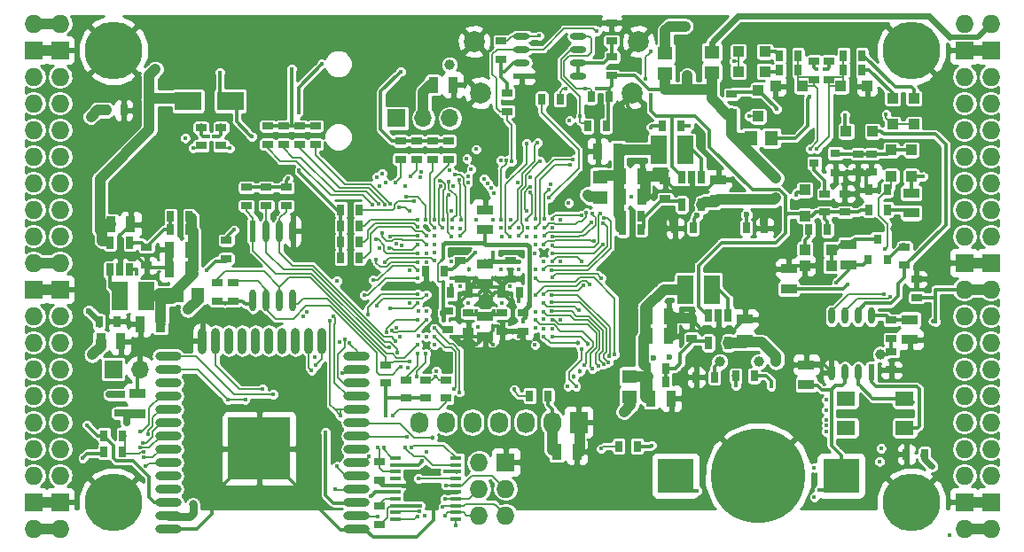
<source format=gbl>
G04 #@! TF.GenerationSoftware,KiCad,Pcbnew,5.0.0-rc2+dfsg1-2*
G04 #@! TF.CreationDate,2018-06-07T21:01:42+02:00*
G04 #@! TF.ProjectId,ulx3s,756C7833732E6B696361645F70636200,rev?*
G04 #@! TF.SameCoordinates,Original*
G04 #@! TF.FileFunction,Copper,L4,Bot,Signal*
G04 #@! TF.FilePolarity,Positive*
%FSLAX46Y46*%
G04 Gerber Fmt 4.6, Leading zero omitted, Abs format (unit mm)*
G04 Created by KiCad (PCBNEW 5.0.0-rc2+dfsg1-2) date Thu Jun  7 21:01:42 2018*
%MOMM*%
%LPD*%
G01*
G04 APERTURE LIST*
G04 #@! TA.AperFunction,SMDPad,CuDef*
%ADD10R,0.600000X2.100000*%
G04 #@! TD*
G04 #@! TA.AperFunction,SMDPad,CuDef*
%ADD11O,0.600000X2.100000*%
G04 #@! TD*
G04 #@! TA.AperFunction,ComponentPad*
%ADD12O,1.727200X1.727200*%
G04 #@! TD*
G04 #@! TA.AperFunction,ComponentPad*
%ADD13R,1.727200X1.727200*%
G04 #@! TD*
G04 #@! TA.AperFunction,SMDPad,CuDef*
%ADD14R,0.700000X1.200000*%
G04 #@! TD*
G04 #@! TA.AperFunction,ComponentPad*
%ADD15C,5.500000*%
G04 #@! TD*
G04 #@! TA.AperFunction,SMDPad,CuDef*
%ADD16R,1.000000X0.400000*%
G04 #@! TD*
G04 #@! TA.AperFunction,ComponentPad*
%ADD17R,1.727200X2.032000*%
G04 #@! TD*
G04 #@! TA.AperFunction,ComponentPad*
%ADD18O,1.727200X2.032000*%
G04 #@! TD*
G04 #@! TA.AperFunction,SMDPad,CuDef*
%ADD19R,3.500000X3.300000*%
G04 #@! TD*
G04 #@! TA.AperFunction,BGAPad,CuDef*
%ADD20C,9.000000*%
G04 #@! TD*
G04 #@! TA.AperFunction,SMDPad,CuDef*
%ADD21R,0.600000X1.550000*%
G04 #@! TD*
G04 #@! TA.AperFunction,SMDPad,CuDef*
%ADD22O,0.600000X1.550000*%
G04 #@! TD*
G04 #@! TA.AperFunction,SMDPad,CuDef*
%ADD23O,2.500000X0.900000*%
G04 #@! TD*
G04 #@! TA.AperFunction,SMDPad,CuDef*
%ADD24O,0.900000X2.500000*%
G04 #@! TD*
G04 #@! TA.AperFunction,SMDPad,CuDef*
%ADD25R,6.000000X6.000000*%
G04 #@! TD*
G04 #@! TA.AperFunction,SMDPad,CuDef*
%ADD26R,1.800000X1.400000*%
G04 #@! TD*
G04 #@! TA.AperFunction,SMDPad,CuDef*
%ADD27R,0.970000X1.500000*%
G04 #@! TD*
G04 #@! TA.AperFunction,SMDPad,CuDef*
%ADD28R,0.670000X1.000000*%
G04 #@! TD*
G04 #@! TA.AperFunction,SMDPad,CuDef*
%ADD29R,1.500000X0.970000*%
G04 #@! TD*
G04 #@! TA.AperFunction,SMDPad,CuDef*
%ADD30R,1.000000X0.670000*%
G04 #@! TD*
G04 #@! TA.AperFunction,ComponentPad*
%ADD31C,2.000000*%
G04 #@! TD*
G04 #@! TA.AperFunction,SMDPad,CuDef*
%ADD32R,1.000000X1.000000*%
G04 #@! TD*
G04 #@! TA.AperFunction,BGAPad,CuDef*
%ADD33C,0.300000*%
G04 #@! TD*
G04 #@! TA.AperFunction,ComponentPad*
%ADD34R,1.700000X1.700000*%
G04 #@! TD*
G04 #@! TA.AperFunction,ComponentPad*
%ADD35O,1.700000X1.700000*%
G04 #@! TD*
G04 #@! TA.AperFunction,SMDPad,CuDef*
%ADD36R,1.550000X0.600000*%
G04 #@! TD*
G04 #@! TA.AperFunction,SMDPad,CuDef*
%ADD37O,1.550000X0.600000*%
G04 #@! TD*
G04 #@! TA.AperFunction,SMDPad,CuDef*
%ADD38R,1.500000X2.700000*%
G04 #@! TD*
G04 #@! TA.AperFunction,SMDPad,CuDef*
%ADD39R,1.295000X1.400000*%
G04 #@! TD*
G04 #@! TA.AperFunction,SMDPad,CuDef*
%ADD40R,1.400000X1.295000*%
G04 #@! TD*
G04 #@! TA.AperFunction,SMDPad,CuDef*
%ADD41R,2.500000X1.800000*%
G04 #@! TD*
G04 #@! TA.AperFunction,SMDPad,CuDef*
%ADD42R,0.800000X0.900000*%
G04 #@! TD*
G04 #@! TA.AperFunction,SMDPad,CuDef*
%ADD43R,0.900000X0.800000*%
G04 #@! TD*
G04 #@! TA.AperFunction,ViaPad*
%ADD44C,0.400000*%
G04 #@! TD*
G04 #@! TA.AperFunction,ViaPad*
%ADD45C,0.700000*%
G04 #@! TD*
G04 #@! TA.AperFunction,ViaPad*
%ADD46C,0.454000*%
G04 #@! TD*
G04 #@! TA.AperFunction,ViaPad*
%ADD47C,0.600000*%
G04 #@! TD*
G04 #@! TA.AperFunction,ViaPad*
%ADD48C,1.000000*%
G04 #@! TD*
G04 #@! TA.AperFunction,ViaPad*
%ADD49C,0.800000*%
G04 #@! TD*
G04 #@! TA.AperFunction,Conductor*
%ADD50C,0.300000*%
G04 #@! TD*
G04 #@! TA.AperFunction,Conductor*
%ADD51C,0.500000*%
G04 #@! TD*
G04 #@! TA.AperFunction,Conductor*
%ADD52C,1.000000*%
G04 #@! TD*
G04 #@! TA.AperFunction,Conductor*
%ADD53C,0.700000*%
G04 #@! TD*
G04 #@! TA.AperFunction,Conductor*
%ADD54C,0.600000*%
G04 #@! TD*
G04 #@! TA.AperFunction,Conductor*
%ADD55C,0.400000*%
G04 #@! TD*
G04 #@! TA.AperFunction,Conductor*
%ADD56C,0.800000*%
G04 #@! TD*
G04 #@! TA.AperFunction,Conductor*
%ADD57C,0.190000*%
G04 #@! TD*
G04 #@! TA.AperFunction,Conductor*
%ADD58C,0.200000*%
G04 #@! TD*
G04 #@! TA.AperFunction,Conductor*
%ADD59C,1.500000*%
G04 #@! TD*
G04 #@! TA.AperFunction,Conductor*
%ADD60C,0.127000*%
G04 #@! TD*
G04 #@! TA.AperFunction,Conductor*
%ADD61C,0.180000*%
G04 #@! TD*
G04 #@! TA.AperFunction,Conductor*
%ADD62C,1.200000*%
G04 #@! TD*
G04 #@! TA.AperFunction,Conductor*
%ADD63C,0.254000*%
G04 #@! TD*
G04 APERTURE END LIST*
D10*
G04 #@! TO.P,U10,1*
G04 #@! TO.N,/flash/FLASH_nCS*
X116340000Y-82520000D03*
D11*
G04 #@! TO.P,U10,2*
G04 #@! TO.N,/flash/FLASH_MISO*
X117610000Y-82520000D03*
G04 #@! TO.P,U10,3*
G04 #@! TO.N,/flash/FLASH_nWP*
X118880000Y-82520000D03*
G04 #@! TO.P,U10,4*
G04 #@! TO.N,GND*
X120150000Y-82520000D03*
G04 #@! TO.P,U10,5*
G04 #@! TO.N,/flash/FLASH_MOSI*
X120150000Y-89124000D03*
G04 #@! TO.P,U10,6*
G04 #@! TO.N,/flash/FLASH_SCK*
X118880000Y-89124000D03*
G04 #@! TO.P,U10,7*
G04 #@! TO.N,/flash/FLASH_nHOLD*
X117610000Y-89124000D03*
G04 #@! TO.P,U10,8*
G04 #@! TO.N,+3V3*
X116340000Y-89124000D03*
G04 #@! TD*
D12*
G04 #@! TO.P,J1,1*
G04 #@! TO.N,2V5_3V3*
X97910000Y-62690000D03*
G04 #@! TO.P,J1,2*
X95370000Y-62690000D03*
D13*
G04 #@! TO.P,J1,3*
G04 #@! TO.N,GND*
X97910000Y-65230000D03*
G04 #@! TO.P,J1,4*
X95370000Y-65230000D03*
D12*
G04 #@! TO.P,J1,5*
G04 #@! TO.N,GN0*
X97910000Y-67770000D03*
G04 #@! TO.P,J1,6*
G04 #@! TO.N,GP0*
X95370000Y-67770000D03*
G04 #@! TO.P,J1,7*
G04 #@! TO.N,GN1*
X97910000Y-70310000D03*
G04 #@! TO.P,J1,8*
G04 #@! TO.N,GP1*
X95370000Y-70310000D03*
G04 #@! TO.P,J1,9*
G04 #@! TO.N,GN2*
X97910000Y-72850000D03*
G04 #@! TO.P,J1,10*
G04 #@! TO.N,GP2*
X95370000Y-72850000D03*
G04 #@! TO.P,J1,11*
G04 #@! TO.N,GN3*
X97910000Y-75390000D03*
G04 #@! TO.P,J1,12*
G04 #@! TO.N,GP3*
X95370000Y-75390000D03*
G04 #@! TO.P,J1,13*
G04 #@! TO.N,GN4*
X97910000Y-77930000D03*
G04 #@! TO.P,J1,14*
G04 #@! TO.N,GP4*
X95370000Y-77930000D03*
G04 #@! TO.P,J1,15*
G04 #@! TO.N,GN5*
X97910000Y-80470000D03*
G04 #@! TO.P,J1,16*
G04 #@! TO.N,GP5*
X95370000Y-80470000D03*
G04 #@! TO.P,J1,17*
G04 #@! TO.N,GN6*
X97910000Y-83010000D03*
G04 #@! TO.P,J1,18*
G04 #@! TO.N,GP6*
X95370000Y-83010000D03*
G04 #@! TO.P,J1,19*
G04 #@! TO.N,2V5_3V3*
X97910000Y-85550000D03*
G04 #@! TO.P,J1,20*
X95370000Y-85550000D03*
D13*
G04 #@! TO.P,J1,21*
G04 #@! TO.N,GND*
X97910000Y-88090000D03*
G04 #@! TO.P,J1,22*
X95370000Y-88090000D03*
D12*
G04 #@! TO.P,J1,23*
G04 #@! TO.N,GN7*
X97910000Y-90630000D03*
G04 #@! TO.P,J1,24*
G04 #@! TO.N,GP7*
X95370000Y-90630000D03*
G04 #@! TO.P,J1,25*
G04 #@! TO.N,GN8*
X97910000Y-93170000D03*
G04 #@! TO.P,J1,26*
G04 #@! TO.N,GP8*
X95370000Y-93170000D03*
G04 #@! TO.P,J1,27*
G04 #@! TO.N,GN9*
X97910000Y-95710000D03*
G04 #@! TO.P,J1,28*
G04 #@! TO.N,GP9*
X95370000Y-95710000D03*
G04 #@! TO.P,J1,29*
G04 #@! TO.N,GN10*
X97910000Y-98250000D03*
G04 #@! TO.P,J1,30*
G04 #@! TO.N,GP10*
X95370000Y-98250000D03*
G04 #@! TO.P,J1,31*
G04 #@! TO.N,GN11*
X97910000Y-100790000D03*
G04 #@! TO.P,J1,32*
G04 #@! TO.N,GP11*
X95370000Y-100790000D03*
G04 #@! TO.P,J1,33*
G04 #@! TO.N,GN12*
X97910000Y-103330000D03*
G04 #@! TO.P,J1,34*
G04 #@! TO.N,GP12*
X95370000Y-103330000D03*
G04 #@! TO.P,J1,35*
G04 #@! TO.N,GN13*
X97910000Y-105870000D03*
G04 #@! TO.P,J1,36*
G04 #@! TO.N,GP13*
X95370000Y-105870000D03*
D13*
G04 #@! TO.P,J1,37*
G04 #@! TO.N,GND*
X97910000Y-108410000D03*
G04 #@! TO.P,J1,38*
X95370000Y-108410000D03*
D12*
G04 #@! TO.P,J1,39*
G04 #@! TO.N,2V5_3V3*
X97910000Y-110950000D03*
G04 #@! TO.P,J1,40*
X95370000Y-110950000D03*
G04 #@! TD*
D14*
G04 #@! TO.P,U3,1*
G04 #@! TO.N,/power/PWREN*
X159825000Y-90600000D03*
G04 #@! TO.P,U3,2*
G04 #@! TO.N,GND*
X160775000Y-90600000D03*
G04 #@! TO.P,U3,3*
G04 #@! TO.N,/power/L1*
X161725000Y-90600000D03*
G04 #@! TO.P,U3,4*
G04 #@! TO.N,+5V*
X161725000Y-93200000D03*
G04 #@! TO.P,U3,5*
G04 #@! TO.N,/power/FB1*
X159825000Y-93200000D03*
G04 #@! TD*
G04 #@! TO.P,U4,1*
G04 #@! TO.N,/power/PWREN*
X104575000Y-86215000D03*
G04 #@! TO.P,U4,2*
G04 #@! TO.N,GND*
X103625000Y-86215000D03*
G04 #@! TO.P,U4,3*
G04 #@! TO.N,/power/L2*
X102675000Y-86215000D03*
G04 #@! TO.P,U4,4*
G04 #@! TO.N,+5V*
X102675000Y-83615000D03*
G04 #@! TO.P,U4,5*
G04 #@! TO.N,/power/FB2*
X104575000Y-83615000D03*
G04 #@! TD*
G04 #@! TO.P,U5,1*
G04 #@! TO.N,/power/PWREN*
X157285000Y-77392000D03*
G04 #@! TO.P,U5,2*
G04 #@! TO.N,GND*
X158235000Y-77392000D03*
G04 #@! TO.P,U5,3*
G04 #@! TO.N,/power/L3*
X159185000Y-77392000D03*
G04 #@! TO.P,U5,4*
G04 #@! TO.N,+5V*
X159185000Y-79992000D03*
G04 #@! TO.P,U5,5*
G04 #@! TO.N,/power/FB3*
X157285000Y-79992000D03*
G04 #@! TD*
D12*
G04 #@! TO.P,J2,1*
G04 #@! TO.N,+3V3*
X184270000Y-110950000D03*
G04 #@! TO.P,J2,2*
X186810000Y-110950000D03*
D13*
G04 #@! TO.P,J2,3*
G04 #@! TO.N,GND*
X184270000Y-108410000D03*
G04 #@! TO.P,J2,4*
X186810000Y-108410000D03*
D12*
G04 #@! TO.P,J2,5*
G04 #@! TO.N,GN14*
X184270000Y-105870000D03*
G04 #@! TO.P,J2,6*
G04 #@! TO.N,GP14*
X186810000Y-105870000D03*
G04 #@! TO.P,J2,7*
G04 #@! TO.N,GN15*
X184270000Y-103330000D03*
G04 #@! TO.P,J2,8*
G04 #@! TO.N,GP15*
X186810000Y-103330000D03*
G04 #@! TO.P,J2,9*
G04 #@! TO.N,GN16*
X184270000Y-100790000D03*
G04 #@! TO.P,J2,10*
G04 #@! TO.N,GP16*
X186810000Y-100790000D03*
G04 #@! TO.P,J2,11*
G04 #@! TO.N,GN17*
X184270000Y-98250000D03*
G04 #@! TO.P,J2,12*
G04 #@! TO.N,GP17*
X186810000Y-98250000D03*
G04 #@! TO.P,J2,13*
G04 #@! TO.N,GN18*
X184270000Y-95710000D03*
G04 #@! TO.P,J2,14*
G04 #@! TO.N,GP18*
X186810000Y-95710000D03*
G04 #@! TO.P,J2,15*
G04 #@! TO.N,GN19*
X184270000Y-93170000D03*
G04 #@! TO.P,J2,16*
G04 #@! TO.N,GP19*
X186810000Y-93170000D03*
G04 #@! TO.P,J2,17*
G04 #@! TO.N,GN20*
X184270000Y-90630000D03*
G04 #@! TO.P,J2,18*
G04 #@! TO.N,GP20*
X186810000Y-90630000D03*
G04 #@! TO.P,J2,19*
G04 #@! TO.N,+3V3*
X184270000Y-88090000D03*
G04 #@! TO.P,J2,20*
X186810000Y-88090000D03*
D13*
G04 #@! TO.P,J2,21*
G04 #@! TO.N,GND*
X184270000Y-85550000D03*
G04 #@! TO.P,J2,22*
X186810000Y-85550000D03*
D12*
G04 #@! TO.P,J2,23*
G04 #@! TO.N,GN21*
X184270000Y-83010000D03*
G04 #@! TO.P,J2,24*
G04 #@! TO.N,GP21*
X186810000Y-83010000D03*
G04 #@! TO.P,J2,25*
G04 #@! TO.N,GN22*
X184270000Y-80470000D03*
G04 #@! TO.P,J2,26*
G04 #@! TO.N,GP22*
X186810000Y-80470000D03*
G04 #@! TO.P,J2,27*
G04 #@! TO.N,GN23*
X184270000Y-77930000D03*
G04 #@! TO.P,J2,28*
G04 #@! TO.N,GP23*
X186810000Y-77930000D03*
G04 #@! TO.P,J2,29*
G04 #@! TO.N,GN24*
X184270000Y-75390000D03*
G04 #@! TO.P,J2,30*
G04 #@! TO.N,GP24*
X186810000Y-75390000D03*
G04 #@! TO.P,J2,31*
G04 #@! TO.N,GN25*
X184270000Y-72850000D03*
G04 #@! TO.P,J2,32*
G04 #@! TO.N,GP25*
X186810000Y-72850000D03*
G04 #@! TO.P,J2,33*
G04 #@! TO.N,GN26*
X184270000Y-70310000D03*
G04 #@! TO.P,J2,34*
G04 #@! TO.N,GP26*
X186810000Y-70310000D03*
G04 #@! TO.P,J2,35*
G04 #@! TO.N,GN27*
X184270000Y-67770000D03*
G04 #@! TO.P,J2,36*
G04 #@! TO.N,GP27*
X186810000Y-67770000D03*
D13*
G04 #@! TO.P,J2,37*
G04 #@! TO.N,GND*
X184270000Y-65230000D03*
G04 #@! TO.P,J2,38*
X186810000Y-65230000D03*
D12*
G04 #@! TO.P,J2,39*
G04 #@! TO.N,/gpio/IN5V*
X184270000Y-62690000D03*
G04 #@! TO.P,J2,40*
G04 #@! TO.N,/gpio/OUT5V*
X186810000Y-62690000D03*
G04 #@! TD*
D15*
G04 #@! TO.P,H1,1*
G04 #@! TO.N,GND*
X102990000Y-108410000D03*
G04 #@! TD*
G04 #@! TO.P,H2,1*
G04 #@! TO.N,GND*
X179190000Y-108410000D03*
G04 #@! TD*
G04 #@! TO.P,H3,1*
G04 #@! TO.N,GND*
X179190000Y-65230000D03*
G04 #@! TD*
G04 #@! TO.P,H4,1*
G04 #@! TO.N,GND*
X102990000Y-65230000D03*
G04 #@! TD*
D16*
G04 #@! TO.P,U6,1*
G04 #@! TO.N,FTDI_nDTR*
X135735000Y-104215000D03*
G04 #@! TO.P,U6,2*
G04 #@! TO.N,FTDI_nRTS*
X135735000Y-104865000D03*
G04 #@! TO.P,U6,3*
G04 #@! TO.N,FT2V5*
X135735000Y-105515000D03*
G04 #@! TO.P,U6,4*
G04 #@! TO.N,FTDI_RXD*
X135735000Y-106165000D03*
G04 #@! TO.P,U6,5*
G04 #@! TO.N,JTAG_TDI*
X135735000Y-106815000D03*
G04 #@! TO.P,U6,6*
G04 #@! TO.N,GND*
X135735000Y-107465000D03*
G04 #@! TO.P,U6,7*
G04 #@! TO.N,JTAG_TCK*
X135735000Y-108115000D03*
G04 #@! TO.P,U6,8*
G04 #@! TO.N,JTAG_TMS*
X135735000Y-108765000D03*
G04 #@! TO.P,U6,9*
G04 #@! TO.N,JTAG_TDO*
X135735000Y-109415000D03*
G04 #@! TO.P,U6,10*
G04 #@! TO.N,FTDI_nTXLED*
X135735000Y-110065000D03*
G04 #@! TO.P,U6,11*
G04 #@! TO.N,USB_FTDI_D+*
X129935000Y-110065000D03*
G04 #@! TO.P,U6,12*
G04 #@! TO.N,USB_FTDI_D-*
X129935000Y-109415000D03*
G04 #@! TO.P,U6,13*
G04 #@! TO.N,FT2V5*
X129935000Y-108765000D03*
G04 #@! TO.P,U6,14*
G04 #@! TO.N,nRESET*
X129935000Y-108115000D03*
G04 #@! TO.P,U6,15*
G04 #@! TO.N,USB5V*
X129935000Y-107465000D03*
G04 #@! TO.P,U6,16*
G04 #@! TO.N,GND*
X129935000Y-106815000D03*
G04 #@! TO.P,U6,17*
G04 #@! TO.N,FTDI_nRXLED*
X129935000Y-106165000D03*
G04 #@! TO.P,U6,18*
G04 #@! TO.N,FTDI_TXDEN*
X129935000Y-105515000D03*
G04 #@! TO.P,U6,19*
G04 #@! TO.N,FTDI_nSLEEP*
X129935000Y-104865000D03*
G04 #@! TO.P,U6,20*
G04 #@! TO.N,FTDI_TXD*
X129935000Y-104215000D03*
G04 #@! TD*
D13*
G04 #@! TO.P,J4,1*
G04 #@! TO.N,GND*
X140455000Y-104600000D03*
D12*
G04 #@! TO.P,J4,2*
G04 #@! TO.N,+3V3*
X137915000Y-104600000D03*
G04 #@! TO.P,J4,3*
G04 #@! TO.N,JTAG_TDI*
X140455000Y-107140000D03*
G04 #@! TO.P,J4,4*
G04 #@! TO.N,JTAG_TCK*
X137915000Y-107140000D03*
G04 #@! TO.P,J4,5*
G04 #@! TO.N,JTAG_TMS*
X140455000Y-109680000D03*
G04 #@! TO.P,J4,6*
G04 #@! TO.N,JTAG_TDO*
X137915000Y-109680000D03*
G04 #@! TD*
D17*
G04 #@! TO.P,OLED1,1*
G04 #@! TO.N,GND*
X147440000Y-100790000D03*
D18*
G04 #@! TO.P,OLED1,2*
G04 #@! TO.N,+3V3*
X144900000Y-100790000D03*
G04 #@! TO.P,OLED1,3*
G04 #@! TO.N,OLED_CLK*
X142360000Y-100790000D03*
G04 #@! TO.P,OLED1,4*
G04 #@! TO.N,OLED_MOSI*
X139820000Y-100790000D03*
G04 #@! TO.P,OLED1,5*
G04 #@! TO.N,OLED_RES*
X137280000Y-100790000D03*
G04 #@! TO.P,OLED1,6*
G04 #@! TO.N,OLED_DC*
X134740000Y-100790000D03*
G04 #@! TO.P,OLED1,7*
G04 #@! TO.N,OLED_CS*
X132200000Y-100790000D03*
G04 #@! TD*
D19*
G04 #@! TO.P,BAT1,1*
G04 #@! TO.N,/power/VBAT*
X172485000Y-105870000D03*
X156685000Y-105870000D03*
D20*
G04 #@! TO.P,BAT1,2*
G04 #@! TO.N,GND*
X164585000Y-105870000D03*
G04 #@! TD*
D21*
G04 #@! TO.P,U7,1*
G04 #@! TO.N,/power/OSCI_32k*
X175395000Y-96015000D03*
D22*
G04 #@! TO.P,U7,2*
G04 #@! TO.N,/power/OSCO_32k*
X174125000Y-96015000D03*
G04 #@! TO.P,U7,3*
G04 #@! TO.N,/power/VBAT*
X172855000Y-96015000D03*
G04 #@! TO.P,U7,4*
G04 #@! TO.N,GND*
X171585000Y-96015000D03*
G04 #@! TO.P,U7,5*
G04 #@! TO.N,FPDI_SDA*
X171585000Y-90615000D03*
G04 #@! TO.P,U7,6*
G04 #@! TO.N,FPDI_SCL*
X172855000Y-90615000D03*
G04 #@! TO.P,U7,7*
G04 #@! TO.N,/power/WAKEUPn*
X174125000Y-90615000D03*
G04 #@! TO.P,U7,8*
G04 #@! TO.N,/power/RTCVDD*
X175395000Y-90615000D03*
G04 #@! TD*
D23*
G04 #@! TO.P,U9,38*
G04 #@! TO.N,GND*
X126230000Y-111000000D03*
G04 #@! TO.P,U9,37*
G04 #@! TO.N,JTAG_TDI*
X126230000Y-109730000D03*
G04 #@! TO.P,U9,36*
G04 #@! TO.N,PROG_DONE*
X126230000Y-108460000D03*
G04 #@! TO.P,U9,35*
G04 #@! TO.N,WIFI_TXD*
X126230000Y-107190000D03*
G04 #@! TO.P,U9,34*
G04 #@! TO.N,WIFI_RXD*
X126230000Y-105920000D03*
G04 #@! TO.P,U9,33*
G04 #@! TO.N,JTAG_TMS*
X126230000Y-104650000D03*
G04 #@! TO.P,U9,32*
G04 #@! TO.N,Net-(U9-Pad32)*
X126230000Y-103380000D03*
G04 #@! TO.P,U9,31*
G04 #@! TO.N,JTAG_TDO*
X126230000Y-102110000D03*
G04 #@! TO.P,U9,30*
G04 #@! TO.N,JTAG_TCK*
X126230000Y-100840000D03*
G04 #@! TO.P,U9,29*
G04 #@! TO.N,WIFI_GPIO5*
X126230000Y-99570000D03*
G04 #@! TO.P,U9,28*
G04 #@! TO.N,WIFI_GPIO17*
X126230000Y-98300000D03*
G04 #@! TO.P,U9,27*
G04 #@! TO.N,WIFI_GPIO16*
X126230000Y-97030000D03*
G04 #@! TO.P,U9,26*
G04 #@! TO.N,SD_D1*
X126230000Y-95760000D03*
G04 #@! TO.P,U9,25*
G04 #@! TO.N,WIFI_GPIO0*
X126230000Y-94490000D03*
D24*
G04 #@! TO.P,U9,24*
G04 #@! TO.N,SD_D0*
X122945000Y-93000000D03*
G04 #@! TO.P,U9,23*
G04 #@! TO.N,SD_CMD*
X121675000Y-93000000D03*
G04 #@! TO.P,U9,22*
G04 #@! TO.N,Net-(U9-Pad22)*
X120405000Y-93000000D03*
G04 #@! TO.P,U9,21*
G04 #@! TO.N,Net-(U9-Pad21)*
X119135000Y-93000000D03*
G04 #@! TO.P,U9,20*
G04 #@! TO.N,Net-(U9-Pad20)*
X117865000Y-93000000D03*
G04 #@! TO.P,U9,19*
G04 #@! TO.N,Net-(U9-Pad19)*
X116595000Y-93000000D03*
G04 #@! TO.P,U9,18*
G04 #@! TO.N,Net-(U9-Pad18)*
X115325000Y-93000000D03*
G04 #@! TO.P,U9,17*
G04 #@! TO.N,Net-(U9-Pad17)*
X114055000Y-93000000D03*
G04 #@! TO.P,U9,16*
G04 #@! TO.N,SD_D3*
X112785000Y-93000000D03*
G04 #@! TO.P,U9,15*
G04 #@! TO.N,GND*
X111515000Y-93000000D03*
D23*
G04 #@! TO.P,U9,14*
G04 #@! TO.N,SD_D2*
X108230000Y-94490000D03*
G04 #@! TO.P,U9,13*
G04 #@! TO.N,SD_CLK*
X108230000Y-95760000D03*
G04 #@! TO.P,U9,12*
G04 #@! TO.N,Net-(U9-Pad12)*
X108230000Y-97030000D03*
G04 #@! TO.P,U9,11*
G04 #@! TO.N,GN11*
X108230000Y-98300000D03*
G04 #@! TO.P,U9,10*
G04 #@! TO.N,GP11*
X108230000Y-99570000D03*
G04 #@! TO.P,U9,9*
G04 #@! TO.N,GN12*
X108230000Y-100840000D03*
G04 #@! TO.P,U9,8*
G04 #@! TO.N,GP12*
X108230000Y-102110000D03*
G04 #@! TO.P,U9,7*
G04 #@! TO.N,GN13*
X108230000Y-103380000D03*
G04 #@! TO.P,U9,6*
G04 #@! TO.N,GP13*
X108230000Y-104650000D03*
G04 #@! TO.P,U9,5*
G04 #@! TO.N,Net-(U9-Pad5)*
X108230000Y-105920000D03*
G04 #@! TO.P,U9,4*
G04 #@! TO.N,Net-(U9-Pad4)*
X108230000Y-107190000D03*
G04 #@! TO.P,U9,3*
G04 #@! TO.N,/wifi/WIFIEN*
X108230000Y-108460000D03*
G04 #@! TO.P,U9,2*
G04 #@! TO.N,+3V3*
X108230000Y-109730000D03*
G04 #@! TO.P,U9,1*
G04 #@! TO.N,GND*
X108230000Y-111000000D03*
D25*
G04 #@! TO.P,U9,39*
X116930000Y-103300000D03*
G04 #@! TD*
D26*
G04 #@! TO.P,Y2,4*
G04 #@! TO.N,/power/OSCO_32k*
X178576000Y-98522000D03*
G04 #@! TO.P,Y2,3*
G04 #@! TO.N,Net-(Y2-Pad3)*
X172976000Y-98522000D03*
G04 #@! TO.P,Y2,2*
G04 #@! TO.N,Net-(Y2-Pad2)*
X172976000Y-101322000D03*
G04 #@! TO.P,Y2,1*
G04 #@! TO.N,/power/OSCI_32k*
X178576000Y-101322000D03*
G04 #@! TD*
D27*
G04 #@! TO.P,C47,1*
G04 #@! TO.N,2V5_3V3*
X133546000Y-68550000D03*
G04 #@! TO.P,C47,2*
G04 #@! TO.N,GND*
X135456000Y-68550000D03*
G04 #@! TD*
G04 #@! TO.P,C1,1*
G04 #@! TO.N,+5V*
X102748500Y-81885000D03*
G04 #@! TO.P,C1,2*
G04 #@! TO.N,GND*
X104658500Y-81885000D03*
G04 #@! TD*
D28*
G04 #@! TO.P,C2,1*
G04 #@! TO.N,/power/P1V1*
X153985000Y-96910000D03*
G04 #@! TO.P,C2,2*
G04 #@! TO.N,/power/FB1*
X155735000Y-96910000D03*
G04 #@! TD*
D27*
G04 #@! TO.P,C3,2*
G04 #@! TO.N,GND*
X156015000Y-90630000D03*
G04 #@! TO.P,C3,1*
G04 #@! TO.N,/power/P1V1*
X154105000Y-90630000D03*
G04 #@! TD*
G04 #@! TO.P,C4,1*
G04 #@! TO.N,/power/P1V1*
X154105000Y-92535000D03*
G04 #@! TO.P,C4,2*
G04 #@! TO.N,GND*
X156015000Y-92535000D03*
G04 #@! TD*
D29*
G04 #@! TO.P,C5,2*
G04 #@! TO.N,GND*
X163315000Y-90945000D03*
G04 #@! TO.P,C5,1*
G04 #@! TO.N,+5V*
X163315000Y-92855000D03*
G04 #@! TD*
D28*
G04 #@! TO.P,C6,1*
G04 #@! TO.N,/power/P3V3*
X151645000Y-82375000D03*
G04 #@! TO.P,C6,2*
G04 #@! TO.N,/power/FB3*
X153395000Y-82375000D03*
G04 #@! TD*
D27*
G04 #@! TO.P,C7,2*
G04 #@! TO.N,GND*
X153475000Y-79200000D03*
G04 #@! TO.P,C7,1*
G04 #@! TO.N,/power/P3V3*
X151565000Y-79200000D03*
G04 #@! TD*
G04 #@! TO.P,C8,2*
G04 #@! TO.N,GND*
X153475000Y-77295000D03*
G04 #@! TO.P,C8,1*
G04 #@! TO.N,/power/P3V3*
X151565000Y-77295000D03*
G04 #@! TD*
D29*
G04 #@! TO.P,C9,1*
G04 #@! TO.N,+5V*
X160775000Y-79520000D03*
G04 #@! TO.P,C9,2*
G04 #@! TO.N,GND*
X160775000Y-77610000D03*
G04 #@! TD*
D28*
G04 #@! TO.P,C10,2*
G04 #@! TO.N,/power/FB2*
X108465000Y-81105000D03*
G04 #@! TO.P,C10,1*
G04 #@! TO.N,/power/P2V5*
X110215000Y-81105000D03*
G04 #@! TD*
D27*
G04 #@! TO.P,C11,2*
G04 #@! TO.N,GND*
X108385000Y-84280000D03*
G04 #@! TO.P,C11,1*
G04 #@! TO.N,/power/P2V5*
X110295000Y-84280000D03*
G04 #@! TD*
G04 #@! TO.P,C12,1*
G04 #@! TO.N,/power/P2V5*
X110295000Y-86185000D03*
G04 #@! TO.P,C12,2*
G04 #@! TO.N,GND*
X108385000Y-86185000D03*
G04 #@! TD*
D29*
G04 #@! TO.P,C13,2*
G04 #@! TO.N,/power/WKUP*
X173221000Y-83833000D03*
G04 #@! TO.P,C13,1*
G04 #@! TO.N,+5V*
X173221000Y-85743000D03*
G04 #@! TD*
D30*
G04 #@! TO.P,C14,2*
G04 #@! TO.N,GND*
X175380000Y-76900000D03*
G04 #@! TO.P,C14,1*
G04 #@! TO.N,/power/SHUT*
X175380000Y-75150000D03*
G04 #@! TD*
D29*
G04 #@! TO.P,C15,1*
G04 #@! TO.N,/sdcard/SD3V3*
X105276000Y-99967000D03*
G04 #@! TO.P,C15,2*
G04 #@! TO.N,GND*
X105276000Y-98057000D03*
G04 #@! TD*
G04 #@! TO.P,C16,1*
G04 #@! TO.N,+3V3*
X167506000Y-88029000D03*
G04 #@! TO.P,C16,2*
G04 #@! TO.N,GND*
X167506000Y-86119000D03*
G04 #@! TD*
G04 #@! TO.P,C17,1*
G04 #@! TO.N,+1V1*
X138500000Y-90665000D03*
G04 #@! TO.P,C17,2*
G04 #@! TO.N,GND*
X138500000Y-92575000D03*
G04 #@! TD*
D30*
G04 #@! TO.P,C18,1*
G04 #@! TO.N,/gpdi/VREF2*
X150589600Y-64359000D03*
G04 #@! TO.P,C18,2*
G04 #@! TO.N,GND*
X150589600Y-62609000D03*
G04 #@! TD*
D29*
G04 #@! TO.P,C19,1*
G04 #@! TO.N,+2V5*
X138500000Y-82375000D03*
G04 #@! TO.P,C19,2*
G04 #@! TO.N,GND*
X138500000Y-80465000D03*
G04 #@! TD*
G04 #@! TO.P,C20,2*
G04 #@! TO.N,GND*
X138500000Y-87575000D03*
G04 #@! TO.P,C20,1*
G04 #@! TO.N,+3V3*
X138500000Y-85665000D03*
G04 #@! TD*
D27*
G04 #@! TO.P,C21,2*
G04 #@! TO.N,GND*
X103706000Y-93061000D03*
G04 #@! TO.P,C21,1*
G04 #@! TO.N,+3V3*
X101796000Y-93061000D03*
G04 #@! TD*
G04 #@! TO.P,C22,1*
G04 #@! TO.N,/power/P1V1*
X154359000Y-98504000D03*
G04 #@! TO.P,C22,2*
G04 #@! TO.N,GND*
X156269000Y-98504000D03*
G04 #@! TD*
G04 #@! TO.P,C23,2*
G04 #@! TO.N,GND*
X105591000Y-91392000D03*
G04 #@! TO.P,C23,1*
G04 #@! TO.N,/power/P2V5*
X107501000Y-91392000D03*
G04 #@! TD*
G04 #@! TO.P,C24,1*
G04 #@! TO.N,/power/P3V3*
X151189000Y-74882000D03*
G04 #@! TO.P,C24,2*
G04 #@! TO.N,GND*
X149279000Y-74882000D03*
G04 #@! TD*
D30*
G04 #@! TO.P,C25,2*
G04 #@! TO.N,GND*
X140900000Y-87095000D03*
G04 #@! TO.P,C25,1*
G04 #@! TO.N,+3V3*
X140900000Y-85345000D03*
G04 #@! TD*
G04 #@! TO.P,C26,2*
G04 #@! TO.N,GND*
X136100000Y-87095000D03*
G04 #@! TO.P,C26,1*
G04 #@! TO.N,2V5_3V3*
X136100000Y-85345000D03*
G04 #@! TD*
G04 #@! TO.P,C27,2*
G04 #@! TO.N,GND*
X136900000Y-92095000D03*
G04 #@! TO.P,C27,1*
G04 #@! TO.N,+1V1*
X136900000Y-90345000D03*
G04 #@! TD*
G04 #@! TO.P,C28,1*
G04 #@! TO.N,+1V1*
X140100000Y-90345000D03*
G04 #@! TO.P,C28,2*
G04 #@! TO.N,GND*
X140100000Y-92095000D03*
G04 #@! TD*
G04 #@! TO.P,C29,2*
G04 #@! TO.N,GND*
X142100000Y-92095000D03*
G04 #@! TO.P,C29,1*
G04 #@! TO.N,+2V5*
X142100000Y-90345000D03*
G04 #@! TD*
G04 #@! TO.P,C30,1*
G04 #@! TO.N,+2V5*
X134900000Y-90145000D03*
G04 #@! TO.P,C30,2*
G04 #@! TO.N,GND*
X134900000Y-91895000D03*
G04 #@! TD*
D28*
G04 #@! TO.P,C31,1*
G04 #@! TO.N,+3V3*
X135225000Y-88420000D03*
G04 #@! TO.P,C31,2*
G04 #@! TO.N,GND*
X136975000Y-88420000D03*
G04 #@! TD*
G04 #@! TO.P,C32,2*
G04 #@! TO.N,GND*
X140025000Y-88420000D03*
G04 #@! TO.P,C32,1*
G04 #@! TO.N,+3V3*
X141775000Y-88420000D03*
G04 #@! TD*
G04 #@! TO.P,C33,1*
G04 #@! TO.N,+3V3*
X163425000Y-82220000D03*
G04 #@! TO.P,C33,2*
G04 #@! TO.N,GND*
X165175000Y-82220000D03*
G04 #@! TD*
G04 #@! TO.P,C34,1*
G04 #@! TO.N,+3V3*
X158375000Y-82220000D03*
G04 #@! TO.P,C34,2*
G04 #@! TO.N,GND*
X156625000Y-82220000D03*
G04 #@! TD*
D30*
G04 #@! TO.P,C35,1*
G04 #@! TO.N,+3V3*
X177300000Y-94025000D03*
G04 #@! TO.P,C35,2*
G04 #@! TO.N,GND*
X177300000Y-95775000D03*
G04 #@! TD*
D27*
G04 #@! TO.P,C46,1*
G04 #@! TO.N,+3V3*
X145342000Y-103584000D03*
G04 #@! TO.P,C46,2*
G04 #@! TO.N,GND*
X147252000Y-103584000D03*
G04 #@! TD*
D28*
G04 #@! TO.P,C48,2*
G04 #@! TO.N,GND*
X103995000Y-70963000D03*
G04 #@! TO.P,C48,1*
G04 #@! TO.N,2V5_3V3*
X102245000Y-70963000D03*
G04 #@! TD*
G04 #@! TO.P,C49,2*
G04 #@! TO.N,GND*
X103372000Y-91156000D03*
G04 #@! TO.P,C49,1*
G04 #@! TO.N,2V5_3V3*
X101622000Y-91156000D03*
G04 #@! TD*
D30*
G04 #@! TO.P,C50,1*
G04 #@! TO.N,+3V3*
X179713000Y-88856000D03*
G04 #@! TO.P,C50,2*
G04 #@! TO.N,GND*
X179713000Y-87106000D03*
G04 #@! TD*
D28*
G04 #@! TO.P,C51,1*
G04 #@! TO.N,+3V3*
X180473000Y-103856000D03*
G04 #@! TO.P,C51,2*
G04 #@! TO.N,GND*
X178723000Y-103856000D03*
G04 #@! TD*
G04 #@! TO.P,C52,2*
G04 #@! TO.N,GND*
X158645000Y-96490000D03*
G04 #@! TO.P,C52,1*
G04 #@! TO.N,+3V3*
X160395000Y-96490000D03*
G04 #@! TD*
G04 #@! TO.P,C53,2*
G04 #@! TO.N,GND*
X132827200Y-86330000D03*
G04 #@! TO.P,C53,1*
G04 #@! TO.N,2V5_3V3*
X134577200Y-86330000D03*
G04 #@! TD*
D29*
G04 #@! TO.P,C54,2*
G04 #@! TO.N,GND*
X169172000Y-95281000D03*
G04 #@! TO.P,C54,1*
G04 #@! TO.N,/power/VBAT*
X169172000Y-97191000D03*
G04 #@! TD*
G04 #@! TO.P,D11,1*
G04 #@! TO.N,/power/HOLD*
X179190000Y-80790000D03*
G04 #@! TO.P,D11,2*
G04 #@! TO.N,+3V3*
X179190000Y-78880000D03*
G04 #@! TD*
D31*
G04 #@! TO.P,GPDI1,0*
G04 #@! TO.N,GND*
X152546000Y-69312000D03*
X138046000Y-69312000D03*
X153146000Y-64412000D03*
X137446000Y-64412000D03*
G04 #@! TD*
D32*
G04 #@! TO.P,D10,1*
G04 #@! TO.N,/power/WAKE*
X169050000Y-84280000D03*
G04 #@! TO.P,D10,2*
G04 #@! TO.N,/power/WKUP*
X171550000Y-84280000D03*
G04 #@! TD*
G04 #@! TO.P,D12,2*
G04 #@! TO.N,/power/FTDI_nSUSPEND*
X169030000Y-78585000D03*
G04 #@! TO.P,D12,1*
G04 #@! TO.N,/power/PWREN*
X169030000Y-81085000D03*
G04 #@! TD*
G04 #@! TO.P,D13,1*
G04 #@! TO.N,/power/WKUP*
X171550000Y-85804000D03*
G04 #@! TO.P,D13,2*
G04 #@! TO.N,GND*
X169050000Y-85804000D03*
G04 #@! TD*
G04 #@! TO.P,D14,2*
G04 #@! TO.N,/power/SHUT*
X179190000Y-74775000D03*
G04 #@! TO.P,D14,1*
G04 #@! TO.N,+3V3*
X179190000Y-77275000D03*
G04 #@! TD*
G04 #@! TO.P,D15,2*
G04 #@! TO.N,SHUTDOWN*
X177285000Y-77275000D03*
G04 #@! TO.P,D15,1*
G04 #@! TO.N,/power/SHUT*
X177285000Y-74775000D03*
G04 #@! TD*
G04 #@! TO.P,D16,1*
G04 #@! TO.N,/power/PWRBTn*
X172987000Y-72977000D03*
G04 #@! TO.P,D16,2*
G04 #@! TO.N,/power/WAKEUPn*
X175487000Y-72977000D03*
G04 #@! TD*
G04 #@! TO.P,D17,1*
G04 #@! TO.N,/power/PWRBTn*
X164585000Y-69060000D03*
G04 #@! TO.P,D17,2*
G04 #@! TO.N,BTN_PWRn*
X164585000Y-71560000D03*
G04 #@! TD*
G04 #@! TO.P,D20,1*
G04 #@! TO.N,USB_FPGA_D+*
X168756000Y-68659000D03*
G04 #@! TO.P,D20,2*
G04 #@! TO.N,GND*
X166256000Y-68659000D03*
G04 #@! TD*
G04 #@! TO.P,D21,2*
G04 #@! TO.N,GND*
X174979000Y-68659000D03*
G04 #@! TO.P,D21,1*
G04 #@! TO.N,USB_FPGA_D-*
X172479000Y-68659000D03*
G04 #@! TD*
G04 #@! TO.P,D23,2*
G04 #@! TO.N,Net-(D23-Pad2)*
X165200000Y-67262000D03*
G04 #@! TO.P,D23,1*
G04 #@! TO.N,USB_FPGA_PULL_D+*
X162700000Y-67262000D03*
G04 #@! TD*
G04 #@! TO.P,D24,2*
G04 #@! TO.N,USB_FPGA_PULL_D+*
X162700000Y-65357000D03*
G04 #@! TO.P,D24,1*
G04 #@! TO.N,Net-(D24-Pad1)*
X165200000Y-65357000D03*
G04 #@! TD*
G04 #@! TO.P,D25,1*
G04 #@! TO.N,USB_FPGA_PULL_D-*
X177412000Y-72322000D03*
G04 #@! TO.P,D25,2*
G04 #@! TO.N,Net-(D25-Pad2)*
X177412000Y-69822000D03*
G04 #@! TD*
G04 #@! TO.P,D26,1*
G04 #@! TO.N,Net-(D26-Pad1)*
X179444000Y-69822000D03*
G04 #@! TO.P,D26,2*
G04 #@! TO.N,USB_FPGA_PULL_D-*
X179444000Y-72322000D03*
G04 #@! TD*
D33*
G04 #@! TO.P,AE1,1*
G04 #@! TO.N,/usb/ANT_433MHz*
X182888000Y-111603000D03*
G04 #@! TD*
D30*
G04 #@! TO.P,R49,1*
G04 #@! TO.N,USB_FTDI_D-*
X113277000Y-74360000D03*
G04 #@! TO.P,R49,2*
G04 #@! TO.N,/usb/FTD-*
X113277000Y-72610000D03*
G04 #@! TD*
G04 #@! TO.P,R50,2*
G04 #@! TO.N,/usb/FTD+*
X111372000Y-72610000D03*
G04 #@! TO.P,R50,1*
G04 #@! TO.N,USB_FTDI_D+*
X111372000Y-74360000D03*
G04 #@! TD*
D28*
G04 #@! TO.P,R51,2*
G04 #@! TO.N,/blinkey/SWPU*
X155455000Y-72487000D03*
G04 #@! TO.P,R51,1*
G04 #@! TO.N,2V5_3V3*
X157205000Y-72487000D03*
G04 #@! TD*
D30*
G04 #@! TO.P,R52,2*
G04 #@! TO.N,/usb/FPD-*
X171331000Y-66278000D03*
G04 #@! TO.P,R52,1*
G04 #@! TO.N,USB_FPGA_D-*
X171331000Y-68028000D03*
G04 #@! TD*
G04 #@! TO.P,R53,1*
G04 #@! TO.N,USB_FPGA_D+*
X169919000Y-68028000D03*
G04 #@! TO.P,R53,2*
G04 #@! TO.N,/usb/FPD+*
X169919000Y-66278000D03*
G04 #@! TD*
D28*
G04 #@! TO.P,R54,2*
G04 #@! TO.N,Net-(D26-Pad1)*
X174477000Y-65738000D03*
G04 #@! TO.P,R54,1*
G04 #@! TO.N,USB_FPGA_D-*
X172727000Y-65738000D03*
G04 #@! TD*
D30*
G04 #@! TO.P,R56,1*
G04 #@! TO.N,GND*
X128390000Y-106321000D03*
G04 #@! TO.P,R56,2*
G04 #@! TO.N,FTDI_TXDEN*
X128390000Y-104571000D03*
G04 #@! TD*
G04 #@! TO.P,R57,2*
G04 #@! TO.N,/analog/AUDIO_V*
X117722000Y-72483000D03*
G04 #@! TO.P,R57,1*
G04 #@! TO.N,AUDIO_V0*
X117722000Y-74233000D03*
G04 #@! TD*
G04 #@! TO.P,R58,1*
G04 #@! TO.N,AUDIO_V1*
X119246000Y-74233000D03*
G04 #@! TO.P,R58,2*
G04 #@! TO.N,/analog/AUDIO_V*
X119246000Y-72483000D03*
G04 #@! TD*
G04 #@! TO.P,R59,2*
G04 #@! TO.N,/analog/AUDIO_V*
X120770000Y-72483000D03*
G04 #@! TO.P,R59,1*
G04 #@! TO.N,AUDIO_V2*
X120770000Y-74233000D03*
G04 #@! TD*
G04 #@! TO.P,R60,1*
G04 #@! TO.N,AUDIO_V3*
X122294000Y-74233000D03*
G04 #@! TO.P,R60,2*
G04 #@! TO.N,/analog/AUDIO_V*
X122294000Y-72483000D03*
G04 #@! TD*
D28*
G04 #@! TO.P,R61,1*
G04 #@! TO.N,GPDI_CEC*
X145655000Y-69900000D03*
G04 #@! TO.P,R61,2*
G04 #@! TO.N,/gpdi/FPDI_CEC*
X143905000Y-69900000D03*
G04 #@! TD*
D34*
G04 #@! TO.P,J3,1*
G04 #@! TO.N,/wifi/WIFIEN*
X102990000Y-95710000D03*
D35*
G04 #@! TO.P,J3,2*
G04 #@! TO.N,GND*
X105530000Y-95710000D03*
G04 #@! TD*
D34*
G04 #@! TO.P,J5,1*
G04 #@! TO.N,+2V5*
X130056000Y-71725000D03*
D35*
G04 #@! TO.P,J5,2*
G04 #@! TO.N,2V5_3V3*
X132596000Y-71725000D03*
G04 #@! TO.P,J5,3*
G04 #@! TO.N,+3V3*
X135136000Y-71725000D03*
G04 #@! TD*
D28*
G04 #@! TO.P,R40,1*
G04 #@! TO.N,Net-(D24-Pad1)*
X166631000Y-65738000D03*
G04 #@! TO.P,R40,2*
G04 #@! TO.N,USB_FPGA_D+*
X168381000Y-65738000D03*
G04 #@! TD*
D30*
G04 #@! TO.P,R55,1*
G04 #@! TO.N,/flash/FPGA_DONE*
X134740000Y-96740000D03*
G04 #@! TO.P,R55,2*
G04 #@! TO.N,PROG_DONE*
X134740000Y-98490000D03*
G04 #@! TD*
D36*
G04 #@! TO.P,U11,1*
G04 #@! TO.N,GND*
X141980000Y-67706500D03*
D37*
G04 #@! TO.P,U11,2*
G04 #@! TO.N,+3V3*
X141980000Y-66436500D03*
G04 #@! TO.P,U11,3*
G04 #@! TO.N,FPDI_SCL*
X141980000Y-65166500D03*
G04 #@! TO.P,U11,4*
G04 #@! TO.N,FPDI_SDA*
X141980000Y-63896500D03*
G04 #@! TO.P,U11,5*
G04 #@! TO.N,GPDI_SDA*
X147380000Y-63896500D03*
G04 #@! TO.P,U11,6*
G04 #@! TO.N,GPDI_SCL*
X147380000Y-65166500D03*
G04 #@! TO.P,U11,7*
G04 #@! TO.N,/gpdi/VREF2*
X147380000Y-66436500D03*
G04 #@! TO.P,U11,8*
X147380000Y-67706500D03*
G04 #@! TD*
D29*
G04 #@! TO.P,C55,1*
G04 #@! TO.N,/power/RTCVDD*
X179078000Y-90963000D03*
G04 #@! TO.P,C55,2*
G04 #@! TO.N,GND*
X179078000Y-92873000D03*
G04 #@! TD*
D30*
G04 #@! TO.P,R65,1*
G04 #@! TO.N,+3V3*
X177300000Y-92793000D03*
G04 #@! TO.P,R65,2*
G04 #@! TO.N,/power/RTCVDD*
X177300000Y-91043000D03*
G04 #@! TD*
D38*
G04 #@! TO.P,L1,1*
G04 #@! TO.N,/power/L1*
X160140000Y-88090000D03*
G04 #@! TO.P,L1,2*
G04 #@! TO.N,/power/P1V1*
X157600000Y-88090000D03*
G04 #@! TD*
G04 #@! TO.P,L2,1*
G04 #@! TO.N,/power/L2*
X103625000Y-88725000D03*
G04 #@! TO.P,L2,2*
G04 #@! TO.N,/power/P2V5*
X106165000Y-88725000D03*
G04 #@! TD*
G04 #@! TO.P,L3,2*
G04 #@! TO.N,/power/P3V3*
X155060000Y-74755000D03*
G04 #@! TO.P,L3,1*
G04 #@! TO.N,/power/L3*
X157600000Y-74755000D03*
G04 #@! TD*
D28*
G04 #@! TO.P,R1,2*
G04 #@! TO.N,/power/PWREN*
X171175000Y-82375000D03*
G04 #@! TO.P,R1,1*
G04 #@! TO.N,/power/WAKE*
X169425000Y-82375000D03*
G04 #@! TD*
D30*
G04 #@! TO.P,R2,2*
G04 #@! TO.N,GND*
X172840000Y-78960000D03*
G04 #@! TO.P,R2,1*
G04 #@! TO.N,/power/PWREN*
X172840000Y-80710000D03*
G04 #@! TD*
G04 #@! TO.P,R3,1*
G04 #@! TO.N,+5V*
X162045000Y-71185000D03*
G04 #@! TO.P,R3,2*
G04 #@! TO.N,/power/PWRBTn*
X162045000Y-69435000D03*
G04 #@! TD*
D28*
G04 #@! TO.P,R4,1*
G04 #@! TO.N,/power/HOLD*
X176890000Y-80470000D03*
G04 #@! TO.P,R4,2*
G04 #@! TO.N,/power/PWREN*
X175140000Y-80470000D03*
G04 #@! TD*
D30*
G04 #@! TO.P,R5,1*
G04 #@! TO.N,/power/SHUT*
X174110000Y-75150000D03*
G04 #@! TO.P,R5,2*
G04 #@! TO.N,GND*
X174110000Y-76900000D03*
G04 #@! TD*
G04 #@! TO.P,R6,2*
G04 #@! TO.N,/power/WAKEUPn*
X178555000Y-85790000D03*
G04 #@! TO.P,R6,1*
G04 #@! TO.N,/power/WKn*
X178555000Y-84040000D03*
G04 #@! TD*
G04 #@! TO.P,R7,2*
G04 #@! TO.N,/blinkey/BTNPUL*
X113785000Y-85155000D03*
G04 #@! TO.P,R7,1*
G04 #@! TO.N,+3V3*
X113785000Y-83405000D03*
G04 #@! TD*
G04 #@! TO.P,R8,1*
G04 #@! TO.N,/power/PWREN*
X170935000Y-80710000D03*
G04 #@! TO.P,R8,2*
G04 #@! TO.N,/power/SHD*
X170935000Y-78960000D03*
G04 #@! TD*
G04 #@! TO.P,R9,2*
G04 #@! TO.N,FT2V5*
X128390000Y-110555000D03*
G04 #@! TO.P,R9,1*
G04 #@! TO.N,nRESET*
X128390000Y-108805000D03*
G04 #@! TD*
D28*
G04 #@! TO.P,R10,2*
G04 #@! TO.N,FTDI_nSLEEP*
X151264000Y-103076000D03*
G04 #@! TO.P,R10,1*
G04 #@! TO.N,/power/FTDI_nSUSPEND*
X153014000Y-103076000D03*
G04 #@! TD*
D30*
G04 #@! TO.P,R11,2*
G04 #@! TO.N,/flash/FLASH_nWP*
X119515000Y-80093000D03*
G04 #@! TO.P,R11,1*
G04 #@! TO.N,+3V3*
X119515000Y-78343000D03*
G04 #@! TD*
G04 #@! TO.P,R12,1*
G04 #@! TO.N,+3V3*
X114420000Y-89219000D03*
G04 #@! TO.P,R12,2*
G04 #@! TO.N,/flash/FLASH_nHOLD*
X114420000Y-87469000D03*
G04 #@! TD*
D28*
G04 #@! TO.P,R13,2*
G04 #@! TO.N,GND*
X175140000Y-78565000D03*
G04 #@! TO.P,R13,1*
G04 #@! TO.N,SHUTDOWN*
X176890000Y-78565000D03*
G04 #@! TD*
G04 #@! TO.P,R14,2*
G04 #@! TO.N,/analog/AUDIO_L*
X124721000Y-85060000D03*
G04 #@! TO.P,R14,1*
G04 #@! TO.N,AUDIO_L0*
X126471000Y-85060000D03*
G04 #@! TD*
G04 #@! TO.P,R15,1*
G04 #@! TO.N,AUDIO_L1*
X126471000Y-83536000D03*
G04 #@! TO.P,R15,2*
G04 #@! TO.N,/analog/AUDIO_L*
X124721000Y-83536000D03*
G04 #@! TD*
G04 #@! TO.P,R16,2*
G04 #@! TO.N,/analog/AUDIO_L*
X124721000Y-82012000D03*
G04 #@! TO.P,R16,1*
G04 #@! TO.N,AUDIO_L2*
X126471000Y-82012000D03*
G04 #@! TD*
G04 #@! TO.P,R17,1*
G04 #@! TO.N,AUDIO_L3*
X126471000Y-80470000D03*
G04 #@! TO.P,R17,2*
G04 #@! TO.N,/analog/AUDIO_L*
X124721000Y-80470000D03*
G04 #@! TD*
D30*
G04 #@! TO.P,R18,2*
G04 #@! TO.N,/analog/AUDIO_R*
X130422000Y-73898000D03*
G04 #@! TO.P,R18,1*
G04 #@! TO.N,AUDIO_R0*
X130422000Y-75648000D03*
G04 #@! TD*
G04 #@! TO.P,R19,2*
G04 #@! TO.N,/analog/AUDIO_R*
X131961000Y-73898000D03*
G04 #@! TO.P,R19,1*
G04 #@! TO.N,AUDIO_R1*
X131961000Y-75648000D03*
G04 #@! TD*
G04 #@! TO.P,R20,2*
G04 #@! TO.N,/analog/AUDIO_R*
X133485000Y-73898000D03*
G04 #@! TO.P,R20,1*
G04 #@! TO.N,AUDIO_R2*
X133485000Y-75648000D03*
G04 #@! TD*
G04 #@! TO.P,R21,1*
G04 #@! TO.N,AUDIO_R3*
X135009000Y-75648000D03*
G04 #@! TO.P,R21,2*
G04 #@! TO.N,/analog/AUDIO_R*
X135009000Y-73898000D03*
G04 #@! TD*
G04 #@! TO.P,R22,1*
G04 #@! TO.N,+3V3*
X140025500Y-66105000D03*
G04 #@! TO.P,R22,2*
G04 #@! TO.N,FPDI_SDA*
X140025500Y-64355000D03*
G04 #@! TD*
G04 #@! TO.P,R23,2*
G04 #@! TO.N,FPDI_SCL*
X140597000Y-71076000D03*
G04 #@! TO.P,R23,1*
G04 #@! TO.N,+3V3*
X140597000Y-69326000D03*
G04 #@! TD*
G04 #@! TO.P,R24,1*
G04 #@! TO.N,+5V*
X150615000Y-67647000D03*
G04 #@! TO.P,R24,2*
G04 #@! TO.N,/gpdi/VREF2*
X150615000Y-65897000D03*
G04 #@! TD*
D28*
G04 #@! TO.P,R25,2*
G04 #@! TO.N,GPDI_SCL*
X148300000Y-72487000D03*
G04 #@! TO.P,R25,1*
G04 #@! TO.N,+5V*
X150050000Y-72487000D03*
G04 #@! TD*
G04 #@! TO.P,R26,1*
G04 #@! TO.N,+5V*
X150362000Y-69693000D03*
G04 #@! TO.P,R26,2*
G04 #@! TO.N,GPDI_SDA*
X148612000Y-69693000D03*
G04 #@! TD*
D30*
G04 #@! TO.P,R27,2*
G04 #@! TO.N,/flash/FLASH_MOSI*
X129025000Y-95300000D03*
G04 #@! TO.P,R27,1*
G04 #@! TO.N,+3V3*
X129025000Y-97050000D03*
G04 #@! TD*
G04 #@! TO.P,R28,1*
G04 #@! TO.N,+3V3*
X117595000Y-78343000D03*
G04 #@! TO.P,R28,2*
G04 #@! TO.N,/flash/FLASH_MISO*
X117595000Y-80093000D03*
G04 #@! TD*
G04 #@! TO.P,R29,1*
G04 #@! TO.N,+3V3*
X112896000Y-89219000D03*
G04 #@! TO.P,R29,2*
G04 #@! TO.N,/flash/FLASH_SCK*
X112896000Y-87469000D03*
G04 #@! TD*
G04 #@! TO.P,R30,1*
G04 #@! TO.N,+3V3*
X115690000Y-78343000D03*
G04 #@! TO.P,R30,2*
G04 #@! TO.N,/flash/FLASH_nCS*
X115690000Y-80093000D03*
G04 #@! TD*
D28*
G04 #@! TO.P,R31,2*
G04 #@! TO.N,/flash/FPGA_PROGRAMN*
X142755000Y-98250000D03*
G04 #@! TO.P,R31,1*
G04 #@! TO.N,+3V3*
X144505000Y-98250000D03*
G04 #@! TD*
D30*
G04 #@! TO.P,R32,1*
G04 #@! TO.N,+3V3*
X132835000Y-98490000D03*
G04 #@! TO.P,R32,2*
G04 #@! TO.N,/flash/FPGA_DONE*
X132835000Y-96740000D03*
G04 #@! TD*
G04 #@! TO.P,R33,2*
G04 #@! TO.N,/flash/FPGA_INITN*
X130930000Y-96740000D03*
G04 #@! TO.P,R33,1*
G04 #@! TO.N,+3V3*
X130930000Y-98490000D03*
G04 #@! TD*
D28*
G04 #@! TO.P,R34,1*
G04 #@! TO.N,+3V3*
X102115000Y-103600000D03*
G04 #@! TO.P,R34,2*
G04 #@! TO.N,WIFI_EN*
X103865000Y-103600000D03*
G04 #@! TD*
G04 #@! TO.P,R35,2*
G04 #@! TO.N,/wifi/WIFIEN*
X102115000Y-102060000D03*
G04 #@! TO.P,R35,1*
G04 #@! TO.N,WIFI_EN*
X103865000Y-102060000D03*
G04 #@! TD*
D30*
G04 #@! TO.P,R38,1*
G04 #@! TO.N,/sdcard/SD3V3*
X103576500Y-99905000D03*
G04 #@! TO.P,R38,2*
G04 #@! TO.N,+3V3*
X103576500Y-98155000D03*
G04 #@! TD*
D28*
G04 #@! TO.P,R39,1*
G04 #@! TO.N,+3V3*
X164190000Y-96345000D03*
G04 #@! TO.P,R39,2*
G04 #@! TO.N,/blinkey/BTNPUR*
X162440000Y-96345000D03*
G04 #@! TD*
G04 #@! TO.P,R63,2*
G04 #@! TO.N,USB_FPGA_D+*
X168381000Y-67135000D03*
G04 #@! TO.P,R63,1*
G04 #@! TO.N,Net-(D23-Pad2)*
X166631000Y-67135000D03*
G04 #@! TD*
G04 #@! TO.P,R64,1*
G04 #@! TO.N,Net-(D25-Pad2)*
X174475000Y-67120000D03*
G04 #@! TO.P,R64,2*
G04 #@! TO.N,USB_FPGA_D-*
X172725000Y-67120000D03*
G04 #@! TD*
G04 #@! TO.P,RA1,1*
G04 #@! TO.N,/power/P1V1*
X153985000Y-95640000D03*
G04 #@! TO.P,RA1,2*
G04 #@! TO.N,/power/FB1*
X155735000Y-95640000D03*
G04 #@! TD*
G04 #@! TO.P,RA2,1*
G04 #@! TO.N,/power/P2V5*
X110215000Y-82375000D03*
G04 #@! TO.P,RA2,2*
G04 #@! TO.N,/power/FB2*
X108465000Y-82375000D03*
G04 #@! TD*
G04 #@! TO.P,RA3,1*
G04 #@! TO.N,/power/P3V3*
X151645000Y-81105000D03*
G04 #@! TO.P,RA3,2*
G04 #@! TO.N,/power/FB3*
X153395000Y-81105000D03*
G04 #@! TD*
D30*
G04 #@! TO.P,RB1,2*
G04 #@! TO.N,/power/FB1*
X158235000Y-92775000D03*
G04 #@! TO.P,RB1,1*
G04 #@! TO.N,GND*
X158235000Y-91025000D03*
G04 #@! TD*
G04 #@! TO.P,RB2,1*
G04 #@! TO.N,GND*
X106165000Y-85790000D03*
G04 #@! TO.P,RB2,2*
G04 #@! TO.N,/power/FB2*
X106165000Y-84040000D03*
G04 #@! TD*
G04 #@! TO.P,RB3,2*
G04 #@! TO.N,/power/FB3*
X155695000Y-79440000D03*
G04 #@! TO.P,RB3,1*
G04 #@! TO.N,GND*
X155695000Y-77690000D03*
G04 #@! TD*
D39*
G04 #@! TO.P,RD9,1*
G04 #@! TO.N,/usb/US2VBUS*
X165821500Y-73630000D03*
G04 #@! TO.P,RD9,2*
G04 #@! TO.N,+5V*
X163886500Y-73630000D03*
G04 #@! TD*
D40*
G04 #@! TO.P,RD51,2*
G04 #@! TO.N,/gpio/IN5V*
X155710000Y-65550500D03*
G04 #@! TO.P,RD51,1*
G04 #@! TO.N,+5V*
X155710000Y-67485500D03*
G04 #@! TD*
G04 #@! TO.P,RD52,2*
G04 #@! TO.N,+5V*
X160155000Y-67358500D03*
G04 #@! TO.P,RD52,1*
G04 #@! TO.N,/gpio/OUT5V*
X160155000Y-65423500D03*
G04 #@! TD*
G04 #@! TO.P,RP1,1*
G04 #@! TO.N,/power/P1V1*
X152281000Y-96393500D03*
G04 #@! TO.P,RP1,2*
G04 #@! TO.N,+1V1*
X152281000Y-98328500D03*
G04 #@! TD*
D39*
G04 #@! TO.P,RP2,2*
G04 #@! TO.N,+2V5*
X111069500Y-88598000D03*
G04 #@! TO.P,RP2,1*
G04 #@! TO.N,/power/P2V5*
X109134500Y-88598000D03*
G04 #@! TD*
D40*
G04 #@! TO.P,RP3,1*
G04 #@! TO.N,/power/P3V3*
X149472000Y-77343500D03*
G04 #@! TO.P,RP3,2*
G04 #@! TO.N,+3V3*
X149472000Y-79278500D03*
G04 #@! TD*
D41*
G04 #@! TO.P,D8,1*
G04 #@! TO.N,+5V*
X110149000Y-70074000D03*
G04 #@! TO.P,D8,2*
G04 #@! TO.N,USB5V*
X114149000Y-70074000D03*
G04 #@! TD*
D42*
G04 #@! TO.P,Q1,3*
G04 #@! TO.N,/power/WKUP*
X176015000Y-83280000D03*
G04 #@! TO.P,Q1,2*
G04 #@! TO.N,+5V*
X175065000Y-85280000D03*
G04 #@! TO.P,Q1,1*
G04 #@! TO.N,/power/WKn*
X176965000Y-85280000D03*
G04 #@! TD*
D43*
G04 #@! TO.P,Q2,1*
G04 #@! TO.N,/power/SHUT*
X171935000Y-75075000D03*
G04 #@! TO.P,Q2,2*
G04 #@! TO.N,GND*
X171935000Y-76975000D03*
G04 #@! TO.P,Q2,3*
G04 #@! TO.N,/power/SHD*
X169935000Y-76025000D03*
G04 #@! TD*
D44*
G04 #@! TO.N,*
X124632693Y-93120351D03*
D45*
G04 #@! TO.N,GND*
X112784000Y-102840000D03*
D44*
X141742847Y-69038361D03*
X152408000Y-72169500D03*
X138480000Y-92600000D03*
X140080000Y-92600000D03*
X135280000Y-87000000D03*
X145687392Y-90996646D03*
D46*
X141675979Y-86986521D03*
D44*
X140876932Y-84552536D03*
X132882184Y-84635369D03*
X132879996Y-82103336D03*
X140922639Y-81447441D03*
X177287984Y-96778661D03*
D47*
X152510125Y-81695229D03*
D44*
X131264297Y-86227110D03*
X173856000Y-71538990D03*
X135342764Y-89381630D03*
X144103496Y-84660400D03*
D48*
X177658444Y-82281349D03*
D44*
X145680000Y-81405125D03*
X145691238Y-94166752D03*
D48*
X162956098Y-95078488D03*
X158539988Y-94868772D03*
D47*
X161075765Y-80992022D03*
X164882869Y-80938986D03*
X156262773Y-81349374D03*
X123437000Y-108972000D03*
D44*
X135281276Y-80583119D03*
X131279502Y-89407325D03*
X170309539Y-85441529D03*
X145672808Y-85396062D03*
X133216000Y-107465000D03*
X137680000Y-88600000D03*
X142480000Y-95000000D03*
X141680000Y-92600000D03*
X135284627Y-94985297D03*
X135288625Y-94225619D03*
X134455822Y-94267172D03*
X136095958Y-93369652D03*
D46*
X139264636Y-91615205D03*
D48*
X116880503Y-64802940D03*
X106974809Y-64953974D03*
D44*
X140874194Y-91433353D03*
X142480000Y-94200000D03*
X140880000Y-93400000D03*
X139280000Y-93400000D03*
X137680000Y-93400000D03*
X136880000Y-92600000D03*
X135280000Y-92600000D03*
X132880000Y-91800000D03*
X132880000Y-93400000D03*
D46*
X139280000Y-87000000D03*
X137680000Y-87000000D03*
X136080000Y-84600000D03*
X139280000Y-88600000D03*
D48*
X175776000Y-63343000D03*
X164854000Y-63343000D03*
D44*
G04 #@! TO.N,+5V*
X149169500Y-68867500D03*
D48*
X166275426Y-77459534D03*
X107021491Y-67043629D03*
D44*
X172047074Y-87438453D03*
D48*
X166255545Y-79350736D03*
X157807568Y-67669269D03*
X101707889Y-82423180D03*
X166284693Y-95025145D03*
G04 #@! TO.N,/gpio/IN5V*
X157600000Y-62944000D03*
D44*
G04 #@! TO.N,+3V3*
X119692151Y-77494120D03*
X135263000Y-87727000D03*
X141740000Y-89250994D03*
D47*
X156091000Y-94585000D03*
D44*
X140032430Y-67286930D03*
X137803000Y-91664000D03*
D47*
X181155918Y-104980708D03*
D44*
X171089123Y-98665996D03*
X171089123Y-99619659D03*
D48*
X135105588Y-66616618D03*
D44*
X181491000Y-91156000D03*
X113660608Y-89375718D03*
D48*
X148268387Y-79050018D03*
D44*
X114513935Y-82409431D03*
X109840000Y-73620000D03*
X132110753Y-92527478D03*
X165803369Y-97344883D03*
D48*
X160905403Y-95006436D03*
D47*
X158731133Y-81048929D03*
X154593901Y-94607945D03*
D48*
X164625730Y-94982471D03*
D47*
X163462982Y-80942429D03*
D48*
X176254940Y-94288458D03*
D49*
X110593913Y-108636458D03*
D44*
X180340784Y-77316932D03*
X173137949Y-87594275D03*
X129005202Y-100174798D03*
X176305593Y-103279812D03*
X100080000Y-104200000D03*
X139272517Y-84611349D03*
X141680000Y-86200000D03*
X132880000Y-92600000D03*
X141680000Y-85400000D03*
D45*
X102624000Y-98141000D03*
D48*
X100973000Y-94331000D03*
D44*
G04 #@! TO.N,BTN_F1*
X121494155Y-90235621D03*
X130019546Y-91732979D03*
G04 #@! TO.N,BTN_F2*
X121166000Y-90648000D03*
X130384540Y-92584728D03*
G04 #@! TO.N,BTN_R*
X146394787Y-97333919D03*
X143300000Y-86220000D03*
G04 #@! TO.N,BTN_U*
X144891603Y-91881937D03*
X147175985Y-97333919D03*
X147700000Y-93820000D03*
G04 #@! TO.N,+2V5*
X142107219Y-91201016D03*
D48*
X110128890Y-90028152D03*
D44*
X142480000Y-83800000D03*
X134480000Y-83800000D03*
X134480000Y-91000000D03*
G04 #@! TO.N,/power/PWREN*
X154313000Y-69502500D03*
X120664983Y-71227362D03*
X122926177Y-66532317D03*
X105245010Y-86595559D03*
G04 #@! TO.N,/power/VBAT*
X170411010Y-107286196D03*
X158716651Y-107325176D03*
G04 #@! TO.N,JTAG_TDI*
X128216338Y-109813327D03*
X136050273Y-97914229D03*
X132708000Y-109680000D03*
X134750646Y-106810513D03*
X133680000Y-91800000D03*
G04 #@! TO.N,JTAG_TCK*
X135517000Y-97633000D03*
X134675868Y-108131585D03*
D46*
X133449289Y-102232615D03*
D44*
X133680000Y-92600000D03*
G04 #@! TO.N,JTAG_TMS*
X132928488Y-103601340D03*
X127419091Y-104077728D03*
X133685482Y-93402296D03*
X134463998Y-108841973D03*
G04 #@! TO.N,JTAG_TDO*
X131986331Y-96404793D03*
X131039072Y-102187000D03*
X134636872Y-109719950D03*
X132846234Y-94197073D03*
G04 #@! TO.N,SHUTDOWN*
X176700000Y-84220000D03*
X143260000Y-84620000D03*
G04 #@! TO.N,/analog/AUDIO_L*
X120739932Y-76694083D03*
G04 #@! TO.N,/analog/AUDIO_R*
X130437000Y-67280000D03*
G04 #@! TO.N,GPDI_SDA*
X148090000Y-68867500D03*
G04 #@! TO.N,GPDI_SCL*
X147582000Y-71534498D03*
G04 #@! TO.N,SD_CMD*
X121928000Y-95855000D03*
G04 #@! TO.N,SD_CLK*
X115593957Y-98664957D03*
X113927000Y-98649000D03*
G04 #@! TO.N,SD_D0*
X122309000Y-95347000D03*
X127810351Y-87182069D03*
X132083026Y-86260405D03*
G04 #@! TO.N,SD_D1*
X122203636Y-94585375D03*
X124849021Y-96102869D03*
G04 #@! TO.N,USB5V*
X113157250Y-67343629D03*
X116198000Y-73474420D03*
X127586603Y-107875044D03*
G04 #@! TO.N,GPDI_CEC*
X146233418Y-68946082D03*
G04 #@! TO.N,FTDI_nDTR*
X131453853Y-103208291D03*
G04 #@! TO.N,SDRAM_D15*
X149787294Y-81774991D03*
X144080000Y-86200000D03*
G04 #@! TO.N,SDRAM_A6*
X149553145Y-86989440D03*
X144894316Y-86977564D03*
G04 #@! TO.N,SDRAM_D13*
X144896700Y-83863953D03*
X149527221Y-80838006D03*
D46*
G04 #@! TO.N,SDRAM_D6*
X147343891Y-93217126D03*
D44*
X144113248Y-92588762D03*
G04 #@! TO.N,SDRAM_D14*
X149853189Y-81252115D03*
X144875155Y-86292748D03*
G04 #@! TO.N,SDRAM_D12*
X144916886Y-83019942D03*
X148696112Y-80861847D03*
D46*
G04 #@! TO.N,SDRAM_D5*
X148349010Y-93322307D03*
D44*
X144882352Y-92577990D03*
G04 #@! TO.N,SDRAM_D4*
X144902941Y-91037926D03*
X148747982Y-95669626D03*
G04 #@! TO.N,SDRAM_D3*
X144867244Y-90193915D03*
X149795895Y-95251084D03*
G04 #@! TO.N,SDRAM_D2*
X144856756Y-89349904D03*
X150278898Y-95040253D03*
G04 #@! TO.N,SDRAM_D1*
X150345974Y-94517527D03*
X144877648Y-88622010D03*
G04 #@! TO.N,SDRAM_D0*
X150889207Y-94332565D03*
X143280000Y-87000000D03*
G04 #@! TO.N,/flash/FLASH_nWP*
X129972715Y-93035096D03*
X131084713Y-95564177D03*
G04 #@! TO.N,/flash/FLASH_nHOLD*
X130422000Y-95456000D03*
G04 #@! TO.N,/flash/FLASH_MOSI*
X131316164Y-94959140D03*
G04 #@! TO.N,/flash/FLASH_MISO*
X130123373Y-94122671D03*
G04 #@! TO.N,/flash/FLASH_SCK*
X132031990Y-93400000D03*
G04 #@! TO.N,/flash/FLASH_nCS*
X129362027Y-93645784D03*
G04 #@! TO.N,/flash/FPGA_PROGRAMN*
X141280657Y-97642010D03*
X133852393Y-95875797D03*
G04 #@! TO.N,/flash/FPGA_DONE*
X133762848Y-96395146D03*
G04 #@! TO.N,/flash/FPGA_INITN*
X132080000Y-94200000D03*
G04 #@! TO.N,WIFI_EN*
X128452683Y-84116867D03*
X105890482Y-103613569D03*
G04 #@! TO.N,FTDI_nRTS*
X129449238Y-89937935D03*
X130839477Y-103208987D03*
X132075624Y-89410644D03*
G04 #@! TO.N,FTDI_TXD*
X128806823Y-103185900D03*
G04 #@! TO.N,FTDI_RXD*
X128136791Y-89611518D03*
X132162861Y-106185868D03*
X132880000Y-88600000D03*
G04 #@! TO.N,WIFI_RXD*
X126970181Y-88659309D03*
X124322162Y-105002357D03*
X132080000Y-87000000D03*
G04 #@! TO.N,WIFI_GPIO0*
X125525099Y-93236764D03*
G04 #@! TO.N,WIFI_TXD*
X124202418Y-107207639D03*
G04 #@! TO.N,USB_FTDI_D+*
X110599084Y-74589383D03*
X132024412Y-109766775D03*
G04 #@! TO.N,USB_FTDI_D-*
X114104080Y-74612196D03*
X132219727Y-109277292D03*
G04 #@! TO.N,SD_D3*
X117229000Y-97633008D03*
G04 #@! TO.N,AUDIO_L3*
X131677570Y-79697994D03*
G04 #@! TO.N,AUDIO_L2*
X132088008Y-81408008D03*
G04 #@! TO.N,AUDIO_L1*
X132079995Y-82103334D03*
G04 #@! TO.N,AUDIO_L0*
X132872609Y-82947347D03*
G04 #@! TO.N,AUDIO_R3*
X133664491Y-81414685D03*
G04 #@! TO.N,AUDIO_R2*
X133648389Y-82190597D03*
G04 #@! TO.N,AUDIO_R1*
X131353451Y-77264702D03*
G04 #@! TO.N,AUDIO_R0*
X129920953Y-77910818D03*
G04 #@! TO.N,OLED_CLK*
X129568570Y-92005655D03*
X132880000Y-91000000D03*
G04 #@! TO.N,OLED_MOSI*
X129055731Y-92162718D03*
X132077338Y-91002010D03*
G04 #@! TO.N,LED0*
X131265176Y-80621782D03*
X130272149Y-80238214D03*
G04 #@! TO.N,LED7*
X128091794Y-85277024D03*
X132089786Y-85479378D03*
G04 #@! TO.N,BTN_PWRn*
X146565997Y-71979003D03*
X134250176Y-78253806D03*
X163703220Y-71542164D03*
X134433979Y-82180155D03*
G04 #@! TO.N,FTDI_nTXLED*
X135656559Y-110610712D03*
G04 #@! TO.N,FTDI_nSLEEP*
X149577281Y-103320847D03*
X132468001Y-104503413D03*
D45*
G04 #@! TO.N,/sdcard/SD3V3*
X104260000Y-100790000D03*
D44*
G04 #@! TO.N,SD_D2*
X118245000Y-98141000D03*
G04 #@! TO.N,/blinkey/BTNPUL*
X111895217Y-86253790D03*
G04 #@! TO.N,/blinkey/BTNPUR*
X162441000Y-97270000D03*
X169934000Y-107920000D03*
X169934000Y-105126000D03*
G04 #@! TO.N,USB_FPGA_D+*
X169553000Y-74646000D03*
X142571021Y-82204353D03*
X143287402Y-83042010D03*
G04 #@! TO.N,/power/FTDI_nSUSPEND*
X154425580Y-102987766D03*
X168166438Y-79108038D03*
G04 #@! TO.N,/usb/FTD-*
X112614274Y-73474420D03*
G04 #@! TO.N,/usb/FTD+*
X112074854Y-73474420D03*
G04 #@! TO.N,ADC_MISO*
X176185734Y-104520755D03*
X143269694Y-93414905D03*
G04 #@! TO.N,ADC_MOSI*
X171089123Y-101653244D03*
X143280000Y-91800000D03*
G04 #@! TO.N,ADC_CSn*
X171089123Y-101086833D03*
X144064831Y-91877646D03*
G04 #@! TO.N,ADC_SCLK*
X171089123Y-100559822D03*
X144080000Y-90956495D03*
G04 #@! TO.N,SW3*
X135315381Y-82193851D03*
X135414395Y-78229653D03*
G04 #@! TO.N,SW2*
X135129679Y-76730134D03*
X136124555Y-82260038D03*
G04 #@! TO.N,SW1*
X135587699Y-77140701D03*
X136080000Y-83000000D03*
G04 #@! TO.N,USB_FPGA_D-*
X170188000Y-74646000D03*
X142785835Y-77341923D03*
X142460000Y-83020000D03*
X143280000Y-83800000D03*
G04 #@! TO.N,/usb/FPD+*
X170188000Y-67026000D03*
G04 #@! TO.N,/usb/FPD-*
X170950000Y-67026000D03*
G04 #@! TO.N,WIFI_GPIO16*
X125110333Y-92897638D03*
G04 #@! TO.N,/usb/ANT_433MHz*
X182888000Y-111603000D03*
X124361185Y-87274371D03*
X124361184Y-87274370D03*
G04 #@! TO.N,/power/PWRBTn*
X172853718Y-71407275D03*
X166353476Y-70835462D03*
G04 #@! TO.N,PROG_DONE*
X123273881Y-101715917D03*
X129660000Y-100155000D03*
G04 #@! TO.N,FTDI_TXDEN*
X128247798Y-103208979D03*
X127301115Y-90454353D03*
X132084049Y-88558274D03*
G04 #@! TO.N,/analog/AUDIO_V*
X120008000Y-67008000D03*
G04 #@! TO.N,AUDIO_V3*
X129437600Y-79946788D03*
X133680000Y-83000000D03*
G04 #@! TO.N,AUDIO_V2*
X128908575Y-79985477D03*
X133680000Y-83800000D03*
G04 #@! TO.N,AUDIO_V1*
X128328791Y-79953099D03*
X130487935Y-83869856D03*
G04 #@! TO.N,AUDIO_V0*
X133623139Y-85366416D03*
X127749884Y-79991140D03*
X128913013Y-85505853D03*
X129992018Y-83691508D03*
G04 #@! TO.N,+1V1*
X136080000Y-87800000D03*
X137624890Y-90122896D03*
X139322319Y-90164039D03*
X140080000Y-89400000D03*
X136880000Y-89400000D03*
X140896226Y-87816226D03*
D46*
X136938110Y-86196311D03*
D44*
X140014602Y-86192969D03*
D48*
X151758000Y-99774000D03*
D44*
G04 #@! TO.N,SW4*
X135021320Y-79024950D03*
X135280000Y-83022010D03*
G04 #@! TO.N,/blinkey/SWPU*
X154298000Y-72596000D03*
G04 #@! TO.N,/wifi/WIFIEN*
X100450000Y-101044000D03*
G04 #@! TO.N,FT2V5*
X132285867Y-108754446D03*
X134707351Y-105508447D03*
G04 #@! TO.N,GN0*
X139280000Y-81400000D03*
G04 #@! TO.N,GP0*
X139314656Y-78918689D03*
G04 #@! TO.N,GN1*
X139039938Y-78419090D03*
G04 #@! TO.N,GP1*
X138722927Y-77981589D03*
G04 #@! TO.N,GN2*
X138405916Y-77551542D03*
G04 #@! TO.N,GP2*
X137625200Y-74696800D03*
G04 #@! TO.N,GN3*
X137680000Y-81400000D03*
G04 #@! TO.N,GP3*
X136742593Y-75579407D03*
G04 #@! TO.N,GN4*
X137174375Y-76624866D03*
G04 #@! TO.N,GP4*
X136863200Y-77287600D03*
G04 #@! TO.N,GN5*
X136894606Y-77861070D03*
G04 #@! TO.N,GP5*
X136048819Y-77645502D03*
X136233339Y-81437235D03*
G04 #@! TO.N,GN6*
X135359567Y-81395445D03*
X135034780Y-77831198D03*
G04 #@! TO.N,GP6*
X134508502Y-81406751D03*
X134177298Y-77721089D03*
D46*
G04 #@! TO.N,GN14*
X146942280Y-96452058D03*
G04 #@! TO.N,GP14*
X147534467Y-95913260D03*
D44*
G04 #@! TO.N,GN15*
X147928857Y-95339016D03*
X143322010Y-91000657D03*
G04 #@! TO.N,GP15*
X149284391Y-95377990D03*
X144077013Y-90266968D03*
G04 #@! TO.N,GN16*
X147430953Y-90112484D03*
X144076240Y-89395301D03*
G04 #@! TO.N,GP16*
X143322010Y-90201951D03*
G04 #@! TO.N,GN17*
X147910791Y-87683418D03*
X144082832Y-88584510D03*
G04 #@! TO.N,GP17*
X148483539Y-87623462D03*
X143322010Y-88595030D03*
G04 #@! TO.N,GN18*
X144102010Y-85397219D03*
G04 #@! TO.N,GP18*
X144889349Y-85448737D03*
X147687390Y-85374093D03*
G04 #@! TO.N,GN19*
X144912409Y-84657964D03*
X149732494Y-83807694D03*
G04 #@! TO.N,GP19*
X148921512Y-83442010D03*
X144103186Y-83777990D03*
G04 #@! TO.N,GN20*
X144131413Y-83000000D03*
X148610661Y-81705858D03*
G04 #@! TO.N,GP20*
X144888125Y-82175931D03*
G04 #@! TO.N,GN21*
X144176662Y-82199998D03*
X148175253Y-80781550D03*
G04 #@! TO.N,GP21*
X144887777Y-81331919D03*
X147688311Y-80983115D03*
G04 #@! TO.N,GN22*
X142450323Y-81420000D03*
X142811300Y-78846033D03*
G04 #@! TO.N,GP22*
X142784407Y-78283067D03*
X142460000Y-80620000D03*
G04 #@! TO.N,GN23*
X144138346Y-81383767D03*
X144606344Y-78517346D03*
G04 #@! TO.N,GP23*
X144791531Y-78023942D03*
G04 #@! TO.N,GN24*
X146587441Y-76174058D03*
X143332651Y-82197990D03*
G04 #@! TO.N,GP24*
X146909804Y-75707894D03*
X143294334Y-81377293D03*
G04 #@! TO.N,GN25*
X143708879Y-75817300D03*
X141727010Y-82998875D03*
G04 #@! TO.N,GP25*
X141727010Y-82194937D03*
G04 #@! TO.N,GN26*
X140028978Y-82200000D03*
G04 #@! TO.N,GP26*
X141624813Y-77914503D03*
G04 #@! TO.N,GN27*
X142436989Y-74138000D03*
X140861329Y-83041266D03*
G04 #@! TO.N,GP27*
X143518000Y-74074500D03*
X140872990Y-82177164D03*
G04 #@! TO.N,GN7*
X132309031Y-77342560D03*
G04 #@! TO.N,GP7*
X132428734Y-76829323D03*
G04 #@! TO.N,GN8*
X128644933Y-77015661D03*
G04 #@! TO.N,GP8*
X128152012Y-77332672D03*
G04 #@! TO.N,GN9*
X128446805Y-78179514D03*
G04 #@! TO.N,GP9*
X128961752Y-77878818D03*
G04 #@! TO.N,GN10*
X130878594Y-78253288D03*
G04 #@! TO.N,GP10*
X132820479Y-81400981D03*
X130952639Y-79249008D03*
G04 #@! TO.N,GN11*
X129458086Y-83004065D03*
X132079024Y-82947345D03*
X105572759Y-101661319D03*
G04 #@! TO.N,GP11*
X132881746Y-83791358D03*
X128691780Y-82737217D03*
X106276126Y-101893466D03*
G04 #@! TO.N,GN12*
X105840996Y-102767214D03*
X129302562Y-84153497D03*
X132083682Y-83791356D03*
G04 #@! TO.N,GP12*
X128062071Y-83328884D03*
X105553144Y-103208669D03*
X132092886Y-84635367D03*
G04 #@! TO.N,GN13*
X105847765Y-104138847D03*
X133671942Y-84595200D03*
G04 #@! TO.N,GP13*
X132896883Y-85469380D03*
X106088753Y-104974041D03*
G04 #@! TO.N,WIFI_GPIO5*
X123709657Y-91064721D03*
X124707442Y-100126977D03*
X132900000Y-90180000D03*
G04 #@! TO.N,WIFI_GPIO17*
X124015020Y-90635192D03*
X132100000Y-90157990D03*
G04 #@! TO.N,USB_FPGA_PULL_D+*
X139992737Y-75748003D03*
X162271466Y-66284958D03*
G04 #@! TO.N,USB_FPGA_PULL_D-*
X140028978Y-81400000D03*
X140517734Y-75793988D03*
X176797084Y-71341791D03*
G04 #@! TO.N,FPDI_SDA*
X154313000Y-65375000D03*
X153805000Y-67996270D03*
X176605426Y-88507160D03*
X152497066Y-79193467D03*
X146481406Y-79819384D03*
X143650666Y-63862520D03*
G04 #@! TO.N,FPDI_SCL*
X177211069Y-88764025D03*
X141042112Y-75846610D03*
X140060000Y-83020000D03*
X149134122Y-63424051D03*
G04 #@! TO.N,/gpdi/FPDI_CEC*
X144606344Y-79361357D03*
G04 #@! TO.N,2V5_3V3*
X157996000Y-72487000D03*
D48*
X100855891Y-71574861D03*
D44*
X135280000Y-85400000D03*
D47*
X100652119Y-90162239D03*
D44*
X137550785Y-84577294D03*
X135280000Y-86200000D03*
G04 #@! TO.N,/usb/US2VBUS*
X169517039Y-69686488D03*
G04 #@! TD*
D50*
G04 #@! TO.N,GND*
X152154000Y-69704000D02*
X152154000Y-70610213D01*
X152154000Y-70610213D02*
X152408000Y-70864213D01*
X152408000Y-70864213D02*
X152408000Y-72169500D01*
X152903398Y-83282000D02*
X152510125Y-82888727D01*
X154588000Y-83282000D02*
X152903398Y-83282000D01*
X152510125Y-82888727D02*
X152510125Y-82119493D01*
X155650000Y-82220000D02*
X154588000Y-83282000D01*
X156262773Y-81349374D02*
X156262773Y-81932773D01*
X156550000Y-82220000D02*
X155650000Y-82220000D01*
X156262773Y-81932773D02*
X156550000Y-82220000D01*
X152510125Y-82119493D02*
X152510125Y-81695229D01*
X169172000Y-95193500D02*
X170763500Y-95193500D01*
X170763500Y-95193500D02*
X171585000Y-96015000D01*
D51*
X136188509Y-87050148D02*
X136609374Y-87050148D01*
X136609374Y-87050148D02*
X136850000Y-87290774D01*
X136850000Y-87290774D02*
X136850000Y-88027041D01*
D50*
X135280000Y-87000000D02*
X136070000Y-87000000D01*
X136070000Y-87000000D02*
X136100000Y-86970000D01*
X141662500Y-87000000D02*
X141675979Y-86986521D01*
X139280000Y-87000000D02*
X141662500Y-87000000D01*
X141354953Y-86986521D02*
X141675979Y-86986521D01*
X140773938Y-86994997D02*
X140782414Y-86986521D01*
X140782414Y-86986521D02*
X141354953Y-86986521D01*
X133680000Y-91000000D02*
X132880000Y-91800000D01*
X134450000Y-91770000D02*
X133680000Y-91000000D01*
X134900000Y-91770000D02*
X134450000Y-91770000D01*
X177300000Y-95850000D02*
X177300000Y-96766645D01*
X177300000Y-96766645D02*
X177287984Y-96778661D01*
X139163860Y-75537864D02*
X137472985Y-77228739D01*
X139163860Y-73733860D02*
X139163860Y-75537864D01*
X137472985Y-77228739D02*
X137472985Y-78092985D01*
X137680000Y-71550000D02*
X137680000Y-72250000D01*
X137680000Y-72250000D02*
X139163860Y-73733860D01*
X138500000Y-79120000D02*
X138500000Y-80170000D01*
X137472985Y-78092985D02*
X138500000Y-79120000D01*
X105276000Y-97762000D02*
X105276000Y-95964000D01*
X105276000Y-95964000D02*
X105530000Y-95710000D01*
X138500000Y-87870000D02*
X137137029Y-87870000D01*
X137137029Y-87870000D02*
X136979988Y-88027041D01*
X136979988Y-88027041D02*
X136850000Y-88027041D01*
X140150000Y-88420000D02*
X140150000Y-87836000D01*
X140150000Y-87836000D02*
X140150000Y-87618935D01*
X138500000Y-87870000D02*
X140116000Y-87870000D01*
X140116000Y-87870000D02*
X140150000Y-87836000D01*
X139280000Y-88600000D02*
X139230000Y-88600000D01*
X139230000Y-88600000D02*
X138500000Y-87870000D01*
X137680000Y-88600000D02*
X137770000Y-88600000D01*
X137770000Y-88600000D02*
X138500000Y-87870000D01*
D52*
X147547000Y-103584000D02*
X147547000Y-100897000D01*
D50*
X147547000Y-100897000D02*
X147440000Y-100790000D01*
X164882869Y-80938986D02*
X164882869Y-81852869D01*
X164882869Y-81852869D02*
X165250000Y-82220000D01*
X139264636Y-91615205D02*
X139745205Y-91615205D01*
X139745205Y-91615205D02*
X140100000Y-91970000D01*
D51*
X140150000Y-88420000D02*
X140150000Y-87606614D01*
X140150000Y-87606614D02*
X139543386Y-87000000D01*
D50*
X139543386Y-87000000D02*
X139280000Y-87000000D01*
D51*
X140150000Y-87618935D02*
X140773938Y-86994997D01*
D50*
X137680000Y-87000000D02*
X137680000Y-87050000D01*
X137680000Y-87050000D02*
X138500000Y-87870000D01*
X139280000Y-87000000D02*
X139280000Y-87090000D01*
X139280000Y-87090000D02*
X138500000Y-87870000D01*
X140150000Y-88420000D02*
X141150000Y-89420000D01*
X140150000Y-88420000D02*
X139460000Y-88420000D01*
X139460000Y-88420000D02*
X139280000Y-88600000D01*
X137680000Y-87000000D02*
X137680000Y-87298789D01*
D51*
X137680000Y-87298789D02*
X136850000Y-88128789D01*
D50*
X136850000Y-88128789D02*
X136850000Y-88420000D01*
X136110990Y-86995403D02*
X136110990Y-87288031D01*
X136850000Y-88027041D02*
X136850000Y-88420000D01*
X136110990Y-86995403D02*
X137675403Y-86995403D01*
X137675403Y-86995403D02*
X137680000Y-87000000D01*
X135850000Y-90220000D02*
X135850000Y-89545000D01*
X135850000Y-89545000D02*
X136795000Y-88600000D01*
X136795000Y-88600000D02*
X137397158Y-88600000D01*
X137397158Y-88600000D02*
X137680000Y-88600000D01*
X133415999Y-107664999D02*
X133216000Y-107465000D01*
X133612013Y-107861013D02*
X133415999Y-107664999D01*
X131991648Y-111780338D02*
X133612013Y-110159973D01*
X127810434Y-111780338D02*
X131991648Y-111780338D01*
X133612013Y-110159973D02*
X133612013Y-107861013D01*
X127060434Y-111030338D02*
X127810434Y-111780338D01*
X126260434Y-111030338D02*
X127060434Y-111030338D01*
D52*
X184270000Y-108410000D02*
X186810000Y-108410000D01*
X184270000Y-85550000D02*
X186810000Y-85550000D01*
X184270000Y-65230000D02*
X186810000Y-65230000D01*
X95370000Y-65230000D02*
X97910000Y-65230000D01*
X95370000Y-88090000D02*
X97910000Y-88090000D01*
X95370000Y-108410000D02*
X97910000Y-108410000D01*
D50*
X108260434Y-111030338D02*
X109060434Y-111030338D01*
X109060434Y-111030338D02*
X109140772Y-110950000D01*
X110957617Y-110950000D02*
X112380000Y-109527617D01*
X109140772Y-110950000D02*
X110957617Y-110950000D01*
X112380000Y-109527617D02*
X112380000Y-107854384D01*
X112380000Y-107854384D02*
X116904046Y-103330338D01*
X116904046Y-103330338D02*
X116960434Y-103330338D01*
X167506000Y-85824000D02*
X169927068Y-85824000D01*
X169927068Y-85824000D02*
X170109540Y-85641528D01*
X170109540Y-85641528D02*
X170309539Y-85441529D01*
X133216000Y-107465000D02*
X132214478Y-107465000D01*
X135735000Y-107465000D02*
X133216000Y-107465000D01*
X132214478Y-107465000D02*
X131572496Y-106823018D01*
X131572496Y-106823018D02*
X129919874Y-106823018D01*
X126260434Y-111030338D02*
X124660659Y-111030338D01*
X124660659Y-111030338D02*
X116960659Y-103330338D01*
X116960659Y-103330338D02*
X116960434Y-103330338D01*
X129935000Y-106815000D02*
X128659000Y-106815000D01*
X128659000Y-106815000D02*
X128390000Y-106546000D01*
X128390000Y-106546000D02*
X128558000Y-106546000D01*
X136126306Y-93400000D02*
X136095958Y-93369652D01*
X136880000Y-92600000D02*
X136110348Y-93369652D01*
X136049652Y-93369652D02*
X136095958Y-93369652D01*
X137680000Y-93400000D02*
X136126306Y-93400000D01*
X135280000Y-92600000D02*
X136049652Y-93369652D01*
X136110348Y-93369652D02*
X136095958Y-93369652D01*
X139264636Y-92054364D02*
X139264636Y-91936231D01*
X139264636Y-91936231D02*
X139264636Y-91615205D01*
X138550000Y-92769000D02*
X139264636Y-92054364D01*
X136880000Y-92600000D02*
X137680000Y-93400000D01*
X136880000Y-92600000D02*
X138381000Y-92600000D01*
X138381000Y-92600000D02*
X138550000Y-92769000D01*
X135280000Y-92600000D02*
X136880000Y-92600000D01*
X138550000Y-92769000D02*
X138649000Y-92769000D01*
X138649000Y-92769000D02*
X139280000Y-93400000D01*
X138550000Y-92769000D02*
X138311000Y-92769000D01*
X138311000Y-92769000D02*
X137680000Y-93400000D01*
X103625000Y-84915000D02*
X105215000Y-84915000D01*
X103625000Y-86215000D02*
X103625000Y-84915000D01*
X105215000Y-84915000D02*
X106165000Y-85865000D01*
X106165000Y-85865000D02*
X106165000Y-86015000D01*
X106165000Y-86015000D02*
X107920000Y-86015000D01*
X107920000Y-86015000D02*
X108090000Y-86185000D01*
D52*
X153770000Y-77295000D02*
X155525000Y-77295000D01*
D50*
X155525000Y-77295000D02*
X155695000Y-77465000D01*
D52*
X153770000Y-79200000D02*
X153770000Y-77295000D01*
D50*
X174110000Y-77125000D02*
X174745000Y-77125000D01*
X174745000Y-77125000D02*
X175230000Y-77125000D01*
X174915000Y-78565000D02*
X174915000Y-77295000D01*
X174915000Y-77295000D02*
X174745000Y-77125000D01*
X175230000Y-77125000D02*
X175380000Y-76975000D01*
X173960000Y-76975000D02*
X174110000Y-77125000D01*
X159850000Y-78365000D02*
X158235000Y-78365000D01*
X158235000Y-78365000D02*
X156445000Y-78365000D01*
X158235000Y-77235000D02*
X158235000Y-78365000D01*
X160775000Y-77315000D02*
X160775000Y-77440000D01*
X160775000Y-77440000D02*
X159850000Y-78365000D01*
X156445000Y-78365000D02*
X155695000Y-77615000D01*
X155695000Y-77615000D02*
X155695000Y-77465000D01*
D52*
X156310000Y-90630000D02*
X156310000Y-92535000D01*
X158235000Y-90800000D02*
X156480000Y-90800000D01*
D50*
X156480000Y-90800000D02*
X156310000Y-90630000D01*
X163315000Y-90650000D02*
X163315000Y-90834602D01*
X163315000Y-90834602D02*
X162249602Y-91900000D01*
X162249602Y-91900000D02*
X160775000Y-91900000D01*
X106165000Y-85944374D02*
X106165000Y-86015000D01*
X159185000Y-91900000D02*
X160775000Y-91900000D01*
X160775000Y-90600000D02*
X160775000Y-91900000D01*
X158235000Y-90800000D02*
X158235000Y-90950000D01*
X158235000Y-90950000D02*
X159185000Y-91900000D01*
X108090000Y-84280000D02*
X108090000Y-86185000D01*
X108070000Y-84260000D02*
X108090000Y-84280000D01*
X103625000Y-82979500D02*
X103625000Y-84915000D01*
X104658500Y-81885000D02*
X104658500Y-81946000D01*
X104658500Y-81946000D02*
X103625000Y-82979500D01*
X172840000Y-77087000D02*
X172728000Y-76975000D01*
X172840000Y-78960000D02*
X172840000Y-77087000D01*
X172435000Y-76975000D02*
X172728000Y-76975000D01*
X172728000Y-76975000D02*
X173960000Y-76975000D01*
X175068894Y-63343000D02*
X164854000Y-63343000D01*
X175776000Y-63343000D02*
X175068894Y-63343000D01*
G04 #@! TO.N,+5V*
X173236000Y-86249527D02*
X173236000Y-85758000D01*
X172047074Y-87438453D02*
X173236000Y-86249527D01*
X173236000Y-85758000D02*
X173221000Y-85743000D01*
D52*
X166245264Y-79350736D02*
X166076000Y-79520000D01*
X166255545Y-79350736D02*
X166245264Y-79350736D01*
X166076000Y-79520000D02*
X160775000Y-79520000D01*
D50*
X160742000Y-79520000D02*
X160536000Y-79726000D01*
X160775000Y-79520000D02*
X160742000Y-79520000D01*
D52*
X160536000Y-79726000D02*
X159451000Y-79726000D01*
X159451000Y-79726000D02*
X159185000Y-79992000D01*
D50*
X150249000Y-69806000D02*
X150249000Y-72016000D01*
X150249000Y-72016000D02*
X150050000Y-72215000D01*
X150362000Y-69693000D02*
X150249000Y-69806000D01*
X150615000Y-67647000D02*
X152770962Y-67647000D01*
X152770962Y-67647000D02*
X154123962Y-69000000D01*
X150362000Y-68881500D02*
X150615000Y-68628500D01*
X150615000Y-68628500D02*
X150615000Y-67647000D01*
X154123962Y-69000000D02*
X155695000Y-69000000D01*
X149452342Y-68867500D02*
X150376000Y-68867500D01*
X150362000Y-68881500D02*
X150376000Y-68867500D01*
X150362000Y-69693000D02*
X150362000Y-68881500D01*
X149169500Y-68867500D02*
X149452342Y-68867500D01*
D52*
X162045000Y-71410000D02*
X162045000Y-73229108D01*
X162045000Y-73229108D02*
X165775427Y-76959535D01*
X165775427Y-76959535D02*
X166275426Y-77459534D01*
X106407114Y-69940886D02*
X106407114Y-67658006D01*
X106521492Y-67543628D02*
X107021491Y-67043629D01*
X106407114Y-67658006D02*
X106521492Y-67543628D01*
X106407114Y-69940886D02*
X106407114Y-72833672D01*
X106407114Y-72833672D02*
X101707889Y-77532897D01*
X101707889Y-77532897D02*
X101707889Y-81716074D01*
X101707889Y-81716074D02*
X101707889Y-82423180D01*
X162045000Y-71410000D02*
X162045000Y-71260000D01*
X155695000Y-69000000D02*
X157800000Y-69000000D01*
X157800000Y-69000000D02*
X160140000Y-69000000D01*
D50*
X157807568Y-68376375D02*
X157800000Y-68383943D01*
D52*
X157807568Y-67669269D02*
X157807568Y-68376375D01*
X157800000Y-68383943D02*
X157800000Y-69000000D01*
D50*
X101733051Y-82423180D02*
X101707889Y-82423180D01*
X101913492Y-82603621D02*
X101733051Y-82423180D01*
D52*
X166284693Y-94494693D02*
X166284693Y-95025145D01*
X164940000Y-93150000D02*
X166284693Y-94494693D01*
X163315000Y-93150000D02*
X164940000Y-93150000D01*
D50*
X101684316Y-83665000D02*
X101913492Y-83435824D01*
D52*
X101913492Y-83435824D02*
X101913492Y-82603621D01*
X160140000Y-69000000D02*
X160140000Y-69850000D01*
X160140000Y-69850000D02*
X161700000Y-71410000D01*
X109975000Y-69802000D02*
X106546000Y-69802000D01*
X106546000Y-69802000D02*
X106419000Y-69929000D01*
X106419000Y-69929000D02*
X106407114Y-69940886D01*
D50*
X106419000Y-69675000D02*
X106419000Y-69929000D01*
X160790000Y-79800000D02*
X160775000Y-79815000D01*
X164925000Y-93150000D02*
X164240000Y-93150000D01*
X164240000Y-93150000D02*
X163315000Y-93150000D01*
X160755000Y-79835000D02*
X160775000Y-79815000D01*
D52*
X161725000Y-93200000D02*
X163265000Y-93200000D01*
D50*
X163265000Y-93200000D02*
X163315000Y-93150000D01*
X102625000Y-83665000D02*
X102675000Y-83615000D01*
X161700000Y-71410000D02*
X162045000Y-71410000D01*
X162045000Y-71753000D02*
X162045000Y-71410000D01*
D52*
X102246069Y-81885000D02*
X101707889Y-82423180D01*
X102748500Y-81885000D02*
X102246069Y-81885000D01*
D53*
X102025000Y-83615000D02*
X102675000Y-83615000D01*
D50*
X101913492Y-83503492D02*
X102025000Y-83615000D01*
X101913492Y-83435824D02*
X101913492Y-83503492D01*
D52*
X162445892Y-73630000D02*
X162045000Y-73229108D01*
X163886500Y-73630000D02*
X162445892Y-73630000D01*
D50*
X160155000Y-68985000D02*
X160140000Y-69000000D01*
D52*
X160155000Y-67358500D02*
X160155000Y-68985000D01*
D50*
X155710000Y-68985000D02*
X155695000Y-69000000D01*
D52*
X155710000Y-67485500D02*
X155710000Y-68985000D01*
D50*
X174602000Y-85743000D02*
X175065000Y-85280000D01*
X173221000Y-85743000D02*
X174602000Y-85743000D01*
D52*
G04 #@! TO.N,/gpio/IN5V*
X156119337Y-62944000D02*
X157600000Y-62944000D01*
X155710000Y-63353337D02*
X155710000Y-65550500D01*
X156119337Y-62944000D02*
X155710000Y-63353337D01*
D54*
G04 #@! TO.N,/gpio/OUT5V*
X180881400Y-61996800D02*
X163076000Y-61996800D01*
D50*
X183000000Y-63960000D02*
X182844600Y-63960000D01*
D54*
X182844600Y-63960000D02*
X180881400Y-61996800D01*
D51*
X185540000Y-63960000D02*
X186810000Y-62690000D01*
X183000000Y-63960000D02*
X185540000Y-63960000D01*
D54*
X162634200Y-61996800D02*
X163076000Y-61996800D01*
X160155000Y-64476000D02*
X162634200Y-61996800D01*
X160155000Y-65423500D02*
X160155000Y-64476000D01*
D50*
G04 #@! TO.N,+3V3*
X177300000Y-92793000D02*
X177300000Y-94025000D01*
X167506000Y-88029000D02*
X172703224Y-88029000D01*
X172703224Y-88029000D02*
X173137949Y-87594275D01*
X144900000Y-99523000D02*
X144505000Y-99128000D01*
X144900000Y-100790000D02*
X144900000Y-99523000D01*
X144505000Y-99128000D02*
X144505000Y-98250000D01*
D52*
X144900000Y-100790000D02*
X144900000Y-103437000D01*
D50*
X144730000Y-100620000D02*
X144900000Y-100790000D01*
X144900000Y-103437000D02*
X145047000Y-103584000D01*
X129025000Y-98522000D02*
X129025000Y-98800000D01*
X129025000Y-97275000D02*
X129025000Y-98522000D01*
X130930000Y-98490000D02*
X129057000Y-98490000D01*
X129057000Y-98490000D02*
X129025000Y-98522000D01*
X132835000Y-98490000D02*
X130930000Y-98490000D01*
X160395000Y-96490000D02*
X160395000Y-95516839D01*
X160395000Y-95516839D02*
X160905403Y-95006436D01*
X140597000Y-69326000D02*
X140597000Y-68356323D01*
X140597000Y-68356323D02*
X140028677Y-67788000D01*
X140028677Y-67788000D02*
X140032430Y-67286930D01*
X141186500Y-66436500D02*
X140336070Y-67286930D01*
X141980000Y-66436500D02*
X141186500Y-66436500D01*
X140336070Y-67286930D02*
X140032430Y-67286930D01*
D52*
X149472000Y-79273500D02*
X148491869Y-79273500D01*
X148491869Y-79273500D02*
X148268387Y-79050018D01*
D50*
X139272517Y-85259517D02*
X139327000Y-85314000D01*
X139272517Y-84611349D02*
X139272517Y-85259517D01*
X139327000Y-85314000D02*
X138851000Y-85314000D01*
X138851000Y-85314000D02*
X138500000Y-85665000D01*
X135350000Y-88420000D02*
X135263000Y-88333000D01*
X135263000Y-88333000D02*
X135263000Y-88009842D01*
X135263000Y-88009842D02*
X135263000Y-87727000D01*
X141740000Y-89250994D02*
X141740000Y-88455000D01*
X141740000Y-88455000D02*
X141775000Y-88420000D01*
X115593000Y-89520000D02*
X115292000Y-89219000D01*
X116325000Y-89520000D02*
X115593000Y-89520000D01*
X115292000Y-89219000D02*
X114420000Y-89219000D01*
X113660608Y-89375718D02*
X114263282Y-89375718D01*
X114263282Y-89375718D02*
X114420000Y-89219000D01*
X113660608Y-89375718D02*
X113052718Y-89375718D01*
X113052718Y-89375718D02*
X112896000Y-89219000D01*
X140025500Y-66330000D02*
X140032430Y-67286930D01*
X141980000Y-66435000D02*
X141612000Y-66435000D01*
D54*
X180363731Y-104188521D02*
X180855919Y-104680709D01*
X180363731Y-103837683D02*
X180363731Y-104188521D01*
X180855919Y-104680709D02*
X181155918Y-104980708D01*
X180348000Y-103856000D02*
X180348000Y-103938888D01*
D50*
X176254940Y-94288458D02*
X176961542Y-94288458D01*
X176961542Y-94288458D02*
X177300000Y-93950000D01*
X101877202Y-103767545D02*
X100512455Y-103767545D01*
X100512455Y-103767545D02*
X100080000Y-104200000D01*
X181253000Y-91156000D02*
X181491000Y-91156000D01*
X181202000Y-91105000D02*
X181253000Y-91156000D01*
X113660608Y-89434608D02*
X113660608Y-89375718D01*
X113670000Y-89444000D02*
X113660608Y-89434608D01*
X113660608Y-89429392D02*
X113660608Y-89375718D01*
X113646000Y-89444000D02*
X113660608Y-89429392D01*
X149080093Y-79019093D02*
X149472000Y-79411000D01*
X163462982Y-80942429D02*
X163462982Y-82107018D01*
X163462982Y-82107018D02*
X163350000Y-82220000D01*
X158450000Y-82220000D02*
X158450000Y-81330062D01*
X158450000Y-81330062D02*
X158731133Y-81048929D01*
D55*
X141680000Y-85400000D02*
X140900000Y-85400000D01*
X140900000Y-85400000D02*
X138530000Y-85400000D01*
D50*
X140500000Y-85470000D02*
X140830000Y-85470000D01*
X140830000Y-85470000D02*
X140900000Y-85400000D01*
X138430000Y-85440000D02*
X138500000Y-85370000D01*
X138530000Y-85400000D02*
X138500000Y-85370000D01*
X113785000Y-83138366D02*
X114313936Y-82609430D01*
X113785000Y-83180000D02*
X113785000Y-83138366D01*
X114313936Y-82609430D02*
X114513935Y-82409431D01*
X179190000Y-78735000D02*
X179190000Y-77275000D01*
X165803369Y-96833369D02*
X165803369Y-97062041D01*
X165315000Y-96345000D02*
X165803369Y-96833369D01*
X165803369Y-97062041D02*
X165803369Y-97344883D01*
X164415000Y-96345000D02*
X165315000Y-96345000D01*
D56*
X110593913Y-109202143D02*
X110593913Y-108636458D01*
X110593913Y-109476859D02*
X110593913Y-109202143D01*
X110310434Y-109760338D02*
X110593913Y-109476859D01*
X108260434Y-109760338D02*
X110310434Y-109760338D01*
D50*
X179190000Y-77075000D02*
X179431932Y-77316932D01*
X179431932Y-77316932D02*
X180057942Y-77316932D01*
X180057942Y-77316932D02*
X180340784Y-77316932D01*
D52*
X184270000Y-110950000D02*
X186810000Y-110950000D01*
X184270000Y-88090000D02*
X186810000Y-88090000D01*
D50*
X129025000Y-98800000D02*
X129025000Y-100155000D01*
X129025000Y-100155000D02*
X129005202Y-100174798D01*
X129025000Y-97275000D02*
X129025000Y-98175000D01*
X116305000Y-89500000D02*
X116325000Y-89520000D01*
D53*
X103576500Y-98155000D02*
X103562500Y-98141000D01*
X103562500Y-98141000D02*
X103118974Y-98141000D01*
X103118974Y-98141000D02*
X102624000Y-98141000D01*
D52*
X101796000Y-93061000D02*
X101796000Y-93508000D01*
X101796000Y-93508000D02*
X100973000Y-94331000D01*
D50*
X184270000Y-88090000D02*
X181491000Y-88090000D01*
X181491000Y-91156000D02*
X181491000Y-90873158D01*
X179713000Y-88856000D02*
X181477000Y-88856000D01*
X181477000Y-88856000D02*
X181491000Y-88870000D01*
X181491000Y-90873158D02*
X181491000Y-88870000D01*
X181491000Y-88870000D02*
X181491000Y-88090000D01*
X119515000Y-77671271D02*
X119692151Y-77494120D01*
X119515000Y-78343000D02*
X119515000Y-77671271D01*
X119515000Y-78343000D02*
X117595000Y-78343000D01*
X117595000Y-78343000D02*
X115690000Y-78343000D01*
D57*
G04 #@! TO.N,BTN_U*
X146493162Y-96651096D02*
X146975986Y-97133920D01*
X146975986Y-97133920D02*
X147175985Y-97333919D01*
X147700000Y-93820000D02*
X147700000Y-94825565D01*
X147700000Y-94825565D02*
X146493162Y-96032403D01*
X146493162Y-96032403D02*
X146493162Y-96651096D01*
D50*
G04 #@! TO.N,/power/FB1*
X158235000Y-93000000D02*
X159625000Y-93000000D01*
X157145126Y-94239874D02*
X158235000Y-93150000D01*
X155735000Y-95640000D02*
X156687000Y-95640000D01*
X158235000Y-93150000D02*
X158235000Y-93000000D01*
X157145126Y-95181874D02*
X157145126Y-94239874D01*
X156687000Y-95640000D02*
X157145126Y-95181874D01*
X159625000Y-93000000D02*
X159825000Y-93200000D01*
X155735000Y-95640000D02*
X155735000Y-96910000D01*
D55*
G04 #@! TO.N,+2V5*
X142480000Y-83800000D02*
X142679999Y-83999999D01*
X142521001Y-89778999D02*
X142480000Y-89820000D01*
X142679999Y-89620001D02*
X142521001Y-89778999D01*
X142679999Y-83999999D02*
X142679999Y-89620001D01*
D50*
X138500000Y-82375000D02*
X138500000Y-83750000D01*
X138500000Y-83750000D02*
X138550000Y-83800000D01*
D58*
X133967600Y-85642798D02*
X133967600Y-87244400D01*
X134296398Y-85314000D02*
X133967600Y-85642798D01*
X133967600Y-87244400D02*
X134125802Y-87402602D01*
X134125802Y-87402602D02*
X134480000Y-87402602D01*
D50*
X134310500Y-85314000D02*
X134296398Y-85314000D01*
X134480000Y-83800000D02*
X134480000Y-85144500D01*
X134480000Y-85144500D02*
X134310500Y-85314000D01*
X134480000Y-87402602D02*
X134480000Y-90620000D01*
X142280331Y-90715424D02*
X142107219Y-90888536D01*
X142107219Y-90918174D02*
X142107219Y-91201016D01*
X142107219Y-90888536D02*
X142107219Y-90918174D01*
D55*
X142280331Y-90019669D02*
X142280331Y-90715424D01*
X142480000Y-89820000D02*
X142280331Y-90019669D01*
D50*
X142100000Y-90470000D02*
X142280331Y-90650331D01*
X142280331Y-90650331D02*
X142280331Y-90715424D01*
D55*
X138350001Y-83600001D02*
X138550000Y-83800000D01*
X134480000Y-83800000D02*
X134679999Y-83600001D01*
X134679999Y-83600001D02*
X138350001Y-83600001D01*
X134480000Y-90620000D02*
X134480000Y-90220000D01*
D50*
X134900000Y-90270000D02*
X134530000Y-90270000D01*
X134530000Y-90270000D02*
X134480000Y-90220000D01*
X142650000Y-89420000D02*
X142650000Y-89650000D01*
X142650000Y-89650000D02*
X142480000Y-89820000D01*
D55*
X134480000Y-91000000D02*
X134480000Y-90620000D01*
D50*
X134350000Y-90220000D02*
X134350000Y-90490000D01*
X134350000Y-90490000D02*
X134480000Y-90620000D01*
D52*
X111124699Y-88838819D02*
X111124699Y-89032343D01*
X111124699Y-89032343D02*
X110128890Y-90028152D01*
D55*
X138550000Y-83800000D02*
X142480000Y-83800000D01*
D50*
G04 #@! TO.N,/power/PWREN*
X158880000Y-89754000D02*
X159726000Y-90600000D01*
X158880000Y-85800000D02*
X158880000Y-89754000D01*
X166265000Y-83600000D02*
X161080000Y-83600000D01*
X161080000Y-83600000D02*
X158880000Y-85800000D01*
X167183550Y-81105000D02*
X167183550Y-82681450D01*
X167183550Y-82681450D02*
X166265000Y-83600000D01*
X159726000Y-90600000D02*
X159825000Y-90600000D01*
X157156000Y-77235000D02*
X156319773Y-76398773D01*
X156319773Y-76398773D02*
X156319773Y-71574763D01*
X157285000Y-77235000D02*
X157156000Y-77235000D01*
X156319773Y-71574763D02*
X156330000Y-71564536D01*
X170935000Y-81362000D02*
X171175000Y-81602000D01*
X171175000Y-81602000D02*
X171175000Y-82375000D01*
X170935000Y-80710000D02*
X170935000Y-81362000D01*
X174157000Y-80710000D02*
X174397000Y-80470000D01*
X174397000Y-80470000D02*
X175140000Y-80470000D01*
X172840000Y-80710000D02*
X174157000Y-80710000D01*
X170935000Y-80710000D02*
X172840000Y-80710000D01*
X169718000Y-81085000D02*
X170093000Y-80710000D01*
X169030000Y-81085000D02*
X169718000Y-81085000D01*
X170093000Y-80710000D02*
X170935000Y-80710000D01*
X156330000Y-71564536D02*
X154861587Y-71564536D01*
X154313000Y-69785342D02*
X154313000Y-69502500D01*
X154313000Y-71015949D02*
X154313000Y-69785342D01*
X154861587Y-71564536D02*
X154313000Y-71015949D01*
X120664983Y-70944520D02*
X120664983Y-71227362D01*
X120664983Y-68793511D02*
X120664983Y-70944520D01*
X122926177Y-66532317D02*
X120664983Y-68793511D01*
X156330000Y-71564536D02*
X158568523Y-71564536D01*
X166628506Y-78573735D02*
X167183550Y-79128779D01*
X164021390Y-78573735D02*
X166628506Y-78573735D01*
X159926293Y-72922306D02*
X159926293Y-74478638D01*
X158568523Y-71564536D02*
X159926293Y-72922306D01*
X167183550Y-79128779D02*
X167183550Y-81105000D01*
X159926293Y-74478638D02*
X164021390Y-78573735D01*
X105245010Y-86312717D02*
X105245010Y-86595559D01*
X105245010Y-86235010D02*
X105245010Y-86312717D01*
X104575000Y-86215000D02*
X105225000Y-86215000D01*
X105225000Y-86215000D02*
X105245010Y-86235010D01*
X169030000Y-80885000D02*
X167403550Y-80885000D01*
X167403550Y-80885000D02*
X167183550Y-81105000D01*
X168980000Y-80885000D02*
X169030000Y-80885000D01*
G04 #@! TO.N,/power/FB3*
X155210000Y-79665000D02*
X155695000Y-79665000D01*
X153620000Y-81105000D02*
X153770000Y-81105000D01*
X153770000Y-81105000D02*
X155210000Y-79665000D01*
X153620000Y-81105000D02*
X153620000Y-82225000D01*
X153620000Y-82225000D02*
X153470000Y-82375000D01*
X155695000Y-79665000D02*
X157115000Y-79665000D01*
X157115000Y-79665000D02*
X157285000Y-79835000D01*
G04 #@! TO.N,/power/FB2*
X108465000Y-82375000D02*
X108465000Y-81105000D01*
X107830000Y-82375000D02*
X108465000Y-82375000D01*
X104575000Y-83615000D02*
X105740000Y-83615000D01*
X105740000Y-83615000D02*
X106165000Y-84040000D01*
X107830000Y-82375000D02*
X106165000Y-84040000D01*
X104775000Y-83815000D02*
X104575000Y-83615000D01*
G04 #@! TO.N,/power/VBAT*
X171252736Y-107286196D02*
X170411010Y-107286196D01*
X169172000Y-97278500D02*
X170222000Y-97278500D01*
X170222000Y-97278500D02*
X170619505Y-97676005D01*
X170619505Y-97676005D02*
X171566133Y-97676005D01*
X172855000Y-96015000D02*
X172855000Y-97011291D01*
X172855000Y-97011291D02*
X172567532Y-97298759D01*
X172567532Y-97298759D02*
X171943379Y-97298759D01*
X171943379Y-97298759D02*
X171566133Y-97676005D01*
X171566133Y-97676005D02*
X171566133Y-103001133D01*
X172485000Y-103920000D02*
X172485000Y-105870000D01*
X171566133Y-103001133D02*
X172485000Y-103920000D01*
X172585000Y-105870000D02*
X172485000Y-105870000D01*
X158433809Y-107325176D02*
X158716651Y-107325176D01*
X158140176Y-107325176D02*
X158433809Y-107325176D01*
X156685000Y-105870000D02*
X158140176Y-107325176D01*
D57*
G04 #@! TO.N,JTAG_TDI*
X127933496Y-109813327D02*
X128216338Y-109813327D01*
X127113423Y-109813327D02*
X127933496Y-109813327D01*
X127107096Y-109807000D02*
X127113423Y-109813327D01*
X135059378Y-93301878D02*
X135425772Y-93301878D01*
X133879999Y-92122499D02*
X135059378Y-93301878D01*
X133879999Y-91999999D02*
X133879999Y-92122499D01*
X136050273Y-93926379D02*
X136050273Y-97631387D01*
X136050273Y-97631387D02*
X136050273Y-97914229D01*
X133680000Y-91800000D02*
X133879999Y-91999999D01*
X135425772Y-93301878D02*
X136050273Y-93926379D01*
X137254415Y-105873269D02*
X139188269Y-105873269D01*
X139188269Y-105873269D02*
X140455000Y-107140000D01*
X135735000Y-106856777D02*
X135718950Y-106872827D01*
X135718950Y-106872827D02*
X135656636Y-106810513D01*
X135656636Y-106810513D02*
X135033488Y-106810513D01*
X135033488Y-106810513D02*
X134750646Y-106810513D01*
X137254415Y-105873269D02*
X136254857Y-106872827D01*
X135735000Y-106815000D02*
X135735000Y-106856777D01*
X136254857Y-106872827D02*
X135718950Y-106872827D01*
G04 #@! TO.N,JTAG_TCK*
X133680000Y-92600000D02*
X134698889Y-93618889D01*
X135294462Y-93618889D02*
X135716999Y-94041426D01*
X135716999Y-97433001D02*
X135517000Y-97633000D01*
X135716999Y-94041426D02*
X135716999Y-97433001D01*
X134698889Y-93618889D02*
X135294462Y-93618889D01*
X133449289Y-102232615D02*
X131722624Y-102232615D01*
X127700434Y-100870338D02*
X126260434Y-100870338D01*
X131722624Y-102232615D02*
X130360347Y-100870338D01*
X130360347Y-100870338D02*
X127700434Y-100870338D01*
X135735000Y-108115000D02*
X136940000Y-108115000D01*
X136940000Y-108115000D02*
X137915000Y-107140000D01*
X135644172Y-108131585D02*
X134958710Y-108131585D01*
X134958710Y-108131585D02*
X134675868Y-108131585D01*
X135669098Y-108106659D02*
X135644172Y-108131585D01*
X135726659Y-108106659D02*
X135669098Y-108106659D01*
X135735000Y-108115000D02*
X135726659Y-108106659D01*
G04 #@! TO.N,JTAG_TMS*
X126816481Y-104680338D02*
X127219092Y-104277727D01*
X127219092Y-104277727D02*
X127419091Y-104077728D01*
X126260434Y-104680338D02*
X126816481Y-104680338D01*
X135735000Y-108765000D02*
X136425000Y-108765000D01*
X136595601Y-108594399D02*
X139369399Y-108594399D01*
X139369399Y-108594399D02*
X139591401Y-108816401D01*
X136425000Y-108765000D02*
X136595601Y-108594399D01*
X139591401Y-108816401D02*
X140455000Y-109680000D01*
X134540971Y-108765000D02*
X134463998Y-108841973D01*
X135735000Y-108765000D02*
X134540971Y-108765000D01*
G04 #@! TO.N,JTAG_TDO*
X132846234Y-94197073D02*
X132846234Y-95083073D01*
X132846234Y-95083073D02*
X131986331Y-95942976D01*
X131986331Y-95942976D02*
X131986331Y-96121951D01*
X131986331Y-96121951D02*
X131986331Y-96404793D01*
X126260434Y-102140338D02*
X130992410Y-102140338D01*
X130992410Y-102140338D02*
X131039072Y-102187000D01*
X136690000Y-109680000D02*
X137915000Y-109680000D01*
X135735000Y-109415000D02*
X136425000Y-109415000D01*
X136425000Y-109415000D02*
X136690000Y-109680000D01*
X134636872Y-109719950D02*
X134941822Y-109415000D01*
X134941822Y-109415000D02*
X135735000Y-109415000D01*
D50*
G04 #@! TO.N,/power/WAKEUPn*
X176287000Y-72977000D02*
X175487000Y-72977000D01*
X181494000Y-73249000D02*
X176559000Y-73249000D01*
X176559000Y-73249000D02*
X176287000Y-72977000D01*
X182481998Y-81938002D02*
X182481998Y-74236998D01*
X178555000Y-85865000D02*
X182481998Y-81938002D01*
X182481998Y-74236998D02*
X181494000Y-73249000D01*
X178555000Y-86915000D02*
X178555000Y-85865000D01*
X174125000Y-90140000D02*
X174840623Y-89424377D01*
X178570000Y-86930000D02*
X178555000Y-86915000D01*
X174125000Y-90615000D02*
X174125000Y-90140000D01*
X174840623Y-89424377D02*
X177253623Y-89424377D01*
X177935000Y-87565000D02*
X178570000Y-86930000D01*
X177935000Y-88743000D02*
X177935000Y-87565000D01*
X177253623Y-89424377D02*
X177935000Y-88743000D01*
G04 #@! TO.N,/power/WKUP*
X171984000Y-84280000D02*
X172431000Y-83833000D01*
X171550000Y-84280000D02*
X171984000Y-84280000D01*
X172431000Y-83833000D02*
X173221000Y-83833000D01*
X171550000Y-84280000D02*
X171550000Y-85804000D01*
X173774000Y-83280000D02*
X173221000Y-83833000D01*
X176015000Y-83280000D02*
X173774000Y-83280000D01*
G04 #@! TO.N,/power/SHUT*
X177285000Y-74775000D02*
X179190000Y-74775000D01*
X175380000Y-75150000D02*
X176910000Y-75150000D01*
X176910000Y-75150000D02*
X177285000Y-74775000D01*
X174110000Y-75150000D02*
X175380000Y-75150000D01*
X174035000Y-75075000D02*
X174110000Y-75150000D01*
X172010000Y-75150000D02*
X171935000Y-75075000D01*
X174110000Y-75150000D02*
X172010000Y-75150000D01*
G04 #@! TO.N,/power/WAKE*
X169050000Y-83404000D02*
X169425000Y-83029000D01*
X169050000Y-84280000D02*
X169050000Y-83404000D01*
X169425000Y-83029000D02*
X169425000Y-82375000D01*
G04 #@! TO.N,/power/HOLD*
X177115000Y-80470000D02*
X178725000Y-80470000D01*
X178725000Y-80470000D02*
X179190000Y-80935000D01*
G04 #@! TO.N,/power/WKn*
X178380000Y-83815000D02*
X178555000Y-83815000D01*
X176965000Y-85230000D02*
X178380000Y-83815000D01*
G04 #@! TO.N,/power/OSCI_32k*
X175395000Y-96015000D02*
X175395000Y-96949042D01*
X175395000Y-96949042D02*
X175804356Y-97358398D01*
X175804356Y-97358398D02*
X179709993Y-97358398D01*
X179709993Y-97358398D02*
X179951592Y-97599997D01*
X179951592Y-97599997D02*
X179951592Y-101133258D01*
X179951592Y-101133258D02*
X179762850Y-101322000D01*
X179762850Y-101322000D02*
X178576000Y-101322000D01*
G04 #@! TO.N,/power/OSCO_32k*
X174182087Y-97182087D02*
X175522000Y-98522000D01*
X175522000Y-98522000D02*
X178576000Y-98522000D01*
X174125000Y-97182087D02*
X174182087Y-97182087D01*
X174125000Y-96015000D02*
X174125000Y-97182087D01*
X179332000Y-98870000D02*
X179344000Y-98882000D01*
D57*
G04 #@! TO.N,SHUTDOWN*
X177115000Y-78565000D02*
X176965000Y-78565000D01*
X176965000Y-78565000D02*
X176100000Y-79430000D01*
X176100000Y-79430000D02*
X176100000Y-80981630D01*
X176100000Y-80981630D02*
X176936434Y-81818064D01*
X176936434Y-81818064D02*
X176936434Y-84006426D01*
X176936434Y-84006426D02*
X176722860Y-84220000D01*
X176722860Y-84220000D02*
X176700000Y-84220000D01*
X177285000Y-77075000D02*
X177285000Y-78395000D01*
X177285000Y-78395000D02*
X177115000Y-78565000D01*
D50*
G04 #@! TO.N,/analog/AUDIO_L*
X124721000Y-83536000D02*
X124721000Y-85060000D01*
X124721000Y-82012000D02*
X124721000Y-83536000D01*
X124721000Y-80470000D02*
X124721000Y-82012000D01*
X124346000Y-80470000D02*
X124721000Y-80470000D01*
X120739932Y-76863932D02*
X120739932Y-76694083D01*
X124346000Y-80470000D02*
X120739932Y-76863932D01*
X124496000Y-80470000D02*
X124346000Y-80470000D01*
G04 #@! TO.N,/analog/AUDIO_R*
X133485000Y-73898000D02*
X135009000Y-73898000D01*
X131961000Y-73898000D02*
X133485000Y-73898000D01*
X130422000Y-73898000D02*
X131961000Y-73898000D01*
X128532000Y-69185000D02*
X130237001Y-67479999D01*
X130237001Y-67479999D02*
X130437000Y-67280000D01*
X128532000Y-72808000D02*
X128532000Y-69185000D01*
X130422000Y-73898000D02*
X129622000Y-73898000D01*
X129622000Y-73898000D02*
X128532000Y-72808000D01*
D57*
G04 #@! TO.N,GPDI_SDA*
X147380000Y-63895000D02*
X148403021Y-63895000D01*
X148403021Y-63895000D02*
X148608485Y-64100464D01*
X148608485Y-64100464D02*
X148608485Y-65471704D01*
X148324189Y-65756000D02*
X146566000Y-65756000D01*
X148608485Y-65471704D02*
X148324189Y-65756000D01*
X146058000Y-67725543D02*
X147199957Y-68867500D01*
X146566000Y-65756000D02*
X146058000Y-66264000D01*
X146058000Y-66264000D02*
X146058000Y-67725543D01*
X147199957Y-68867500D02*
X148090000Y-68867500D01*
X148090000Y-68867500D02*
X148476500Y-68867500D01*
X148476500Y-68867500D02*
X148612000Y-69003000D01*
X148612000Y-69003000D02*
X148612000Y-69693000D01*
X148397500Y-69566000D02*
X148524500Y-69693000D01*
G04 #@! TO.N,GPDI_SCL*
X146708679Y-65165000D02*
X145740989Y-66132690D01*
X145740989Y-67856853D02*
X147582000Y-69697864D01*
X147582000Y-71251656D02*
X147582000Y-71534498D01*
X145740989Y-66132690D02*
X145740989Y-67856853D01*
X147380000Y-65165000D02*
X146708679Y-65165000D01*
X147582000Y-69697864D02*
X147582000Y-71251656D01*
X147582000Y-72106000D02*
X147709000Y-72233000D01*
X147727000Y-72215000D02*
X148300000Y-72215000D01*
X147582000Y-71534498D02*
X147582000Y-72106000D01*
X147709000Y-72233000D02*
X147727000Y-72215000D01*
D50*
G04 #@! TO.N,/gpdi/VREF2*
X150615000Y-65672000D02*
X150615000Y-64384400D01*
X150615000Y-64384400D02*
X150589600Y-64359000D01*
X147380000Y-66436500D02*
X149850500Y-66436500D01*
X149850500Y-66436500D02*
X150615000Y-65672000D01*
X147380000Y-67705000D02*
X147380000Y-66435000D01*
D57*
G04 #@! TO.N,SD_CMD*
X121728001Y-95655001D02*
X121928000Y-95855000D01*
X121675000Y-95602000D02*
X121728001Y-95655001D01*
X121675000Y-93000000D02*
X121675000Y-95602000D01*
G04 #@! TO.N,SD_CLK*
X115578000Y-98649000D02*
X115593957Y-98664957D01*
X113927000Y-98649000D02*
X115578000Y-98649000D01*
X111038000Y-95760000D02*
X113727001Y-98449001D01*
X108230000Y-95760000D02*
X111038000Y-95760000D01*
X113727001Y-98449001D02*
X113927000Y-98649000D01*
X108260434Y-95790338D02*
X107460434Y-95790338D01*
G04 #@! TO.N,SD_D0*
X122945000Y-94711000D02*
X122309000Y-95347000D01*
X122945000Y-93000000D02*
X122945000Y-94711000D01*
X129660000Y-85804000D02*
X128281931Y-87182069D01*
X128281931Y-87182069D02*
X128093193Y-87182069D01*
X128093193Y-87182069D02*
X127810351Y-87182069D01*
X132083026Y-86260405D02*
X131626621Y-85804000D01*
X131626621Y-85804000D02*
X129660000Y-85804000D01*
G04 #@! TO.N,SD_D1*
X125887131Y-96102869D02*
X125131863Y-96102869D01*
X126230000Y-95760000D02*
X125887131Y-96102869D01*
X125131863Y-96102869D02*
X124849021Y-96102869D01*
D50*
G04 #@! TO.N,USB5V*
X113157250Y-69682250D02*
X113157250Y-67626471D01*
X113277000Y-69802000D02*
X113157250Y-69682250D01*
X113157250Y-67626471D02*
X113157250Y-67343629D01*
X114761000Y-72037420D02*
X115998001Y-73274421D01*
X114761000Y-69802000D02*
X114761000Y-72037420D01*
X115998001Y-73274421D02*
X116198000Y-73474420D01*
X127786602Y-107675045D02*
X127586603Y-107875044D01*
X129935000Y-107465000D02*
X127996647Y-107465000D01*
X127996647Y-107465000D02*
X127786602Y-107675045D01*
D57*
G04 #@! TO.N,GPDI_CEC*
X145655000Y-69210000D02*
X145918918Y-68946082D01*
X145655000Y-69900000D02*
X145655000Y-69210000D01*
X145918918Y-68946082D02*
X146233418Y-68946082D01*
G04 #@! TO.N,nRESET*
X129935000Y-108115000D02*
X128895397Y-108115000D01*
X128895397Y-108115000D02*
X128373228Y-108637169D01*
G04 #@! TO.N,FTDI_nDTR*
X134529260Y-103008292D02*
X131653852Y-103008292D01*
X135760266Y-104239298D02*
X134529260Y-103008292D01*
X131653852Y-103008292D02*
X131453853Y-103208291D01*
G04 #@! TO.N,SDRAM_D15*
X149987293Y-81974990D02*
X149787294Y-81774991D01*
X150154496Y-84010256D02*
X150154496Y-82142193D01*
X148299372Y-85865380D02*
X150154496Y-84010256D01*
X145206679Y-85865380D02*
X148299372Y-85865380D01*
X144409261Y-85870739D02*
X145201320Y-85870739D01*
X145201320Y-85870739D02*
X145206679Y-85865380D01*
X144080000Y-86200000D02*
X144409261Y-85870739D01*
X150154496Y-82142193D02*
X149987293Y-81974990D01*
G04 #@! TO.N,SDRAM_A6*
X149533922Y-86909940D02*
X149553145Y-86929163D01*
X149553145Y-86929163D02*
X149553145Y-86989440D01*
X144894316Y-86977564D02*
X145244485Y-86627395D01*
X145244485Y-86627395D02*
X149251377Y-86627395D01*
X149251377Y-86627395D02*
X149533922Y-86909940D01*
G04 #@! TO.N,SDRAM_D13*
X149343514Y-83644024D02*
X148923586Y-84063952D01*
X149349682Y-81015545D02*
X149349682Y-83481067D01*
X145096699Y-84063952D02*
X144896700Y-83863953D01*
X148923586Y-84063952D02*
X145096699Y-84063952D01*
X149343514Y-83487235D02*
X149343514Y-83644024D01*
X149527221Y-80838006D02*
X149349682Y-81015545D01*
X149349682Y-83481067D02*
X149343514Y-83487235D01*
G04 #@! TO.N,SDRAM_D6*
X147022865Y-93217126D02*
X147343891Y-93217126D01*
X144741612Y-93217126D02*
X147022865Y-93217126D01*
X144113248Y-92588762D02*
X144741612Y-93217126D01*
G04 #@! TO.N,SDRAM_D14*
X150471507Y-84141566D02*
X150471507Y-81587591D01*
X150471507Y-81587591D02*
X150136031Y-81252115D01*
X144875155Y-86292748D02*
X148320325Y-86292748D01*
X150136031Y-81252115D02*
X149853189Y-81252115D01*
X148320325Y-86292748D02*
X150471507Y-84141566D01*
G04 #@! TO.N,SDRAM_D12*
X147466871Y-82991358D02*
X147438287Y-83019942D01*
X145199728Y-83019942D02*
X144916886Y-83019942D01*
X147438287Y-83019942D02*
X145199728Y-83019942D01*
X148896111Y-81061846D02*
X148696112Y-80861847D01*
X148142234Y-82797999D02*
X149032671Y-81907562D01*
X149032671Y-81198406D02*
X148896111Y-81061846D01*
X149032671Y-81907562D02*
X149032671Y-81198406D01*
X147904080Y-82991358D02*
X148097439Y-82797999D01*
X147466871Y-82991358D02*
X147904080Y-82991358D01*
X148097439Y-82797999D02*
X148142234Y-82797999D01*
X147481096Y-83005583D02*
X147466871Y-82991358D01*
G04 #@! TO.N,SDRAM_D5*
X144882352Y-92577990D02*
X147604693Y-92577990D01*
X147604693Y-92577990D02*
X148122011Y-93095308D01*
X148122011Y-93095308D02*
X148349010Y-93322307D01*
G04 #@! TO.N,SDRAM_D4*
X145129543Y-91037926D02*
X144902941Y-91037926D01*
X148291913Y-91418647D02*
X145510264Y-91418647D01*
X148747982Y-95669626D02*
X148547983Y-95469627D01*
X149115023Y-92241757D02*
X148291913Y-91418647D01*
X148547983Y-94236179D02*
X149115023Y-93669139D01*
X148547983Y-95469627D02*
X148547983Y-94236179D01*
X149115023Y-93669139D02*
X149115023Y-92241757D01*
X145510264Y-91418647D02*
X145129543Y-91037926D01*
G04 #@! TO.N,SDRAM_D3*
X148424131Y-90654224D02*
X147228392Y-90654224D01*
X149368234Y-94823423D02*
X149368234Y-94312568D01*
X149749045Y-93931759D02*
X149749045Y-91979138D01*
X149795895Y-95251084D02*
X149368234Y-94823423D01*
X147228392Y-90654224D02*
X146768083Y-90193915D01*
X149749045Y-91979138D02*
X148424131Y-90654224D01*
X145150086Y-90193915D02*
X144867244Y-90193915D01*
X146768083Y-90193915D02*
X145150086Y-90193915D01*
X149368234Y-94312568D02*
X149749045Y-93931759D01*
G04 #@! TO.N,SDRAM_D2*
X147568131Y-89349904D02*
X145139598Y-89349904D01*
X150066056Y-94063069D02*
X150066056Y-91847829D01*
X149828669Y-94300455D02*
X149880355Y-94248770D01*
X150278898Y-95040253D02*
X150259189Y-95040253D01*
X149880355Y-94248770D02*
X150066056Y-94063069D01*
X145139598Y-89349904D02*
X144856756Y-89349904D01*
X150259189Y-95040253D02*
X149828669Y-94609733D01*
X149828669Y-94609733D02*
X149828669Y-94300455D01*
X150066056Y-91847829D02*
X147568131Y-89349904D01*
G04 #@! TO.N,SDRAM_D1*
X150345974Y-94234685D02*
X150345974Y-94517527D01*
X150383067Y-91716519D02*
X150383067Y-94197592D01*
X150383067Y-94197592D02*
X150345974Y-94234685D01*
X144877648Y-88622010D02*
X147288558Y-88622010D01*
X147288558Y-88622010D02*
X150383067Y-91716519D01*
G04 #@! TO.N,SDRAM_D0*
X143280000Y-87000000D02*
X143680000Y-87400000D01*
X143680000Y-87400000D02*
X147121326Y-87400000D01*
X148879491Y-86944406D02*
X150889207Y-88954122D01*
X147576920Y-86944406D02*
X148879491Y-86944406D01*
X147121326Y-87400000D02*
X147576920Y-86944406D01*
X150889207Y-88954122D02*
X150889207Y-94049723D01*
X150889207Y-94049723D02*
X150889207Y-94332565D01*
G04 #@! TO.N,/flash/FLASH_nWP*
X129772716Y-92835097D02*
X129972715Y-93035096D01*
X128853170Y-92634927D02*
X129572546Y-92634927D01*
X119515000Y-80093000D02*
X119515000Y-80615000D01*
X120092000Y-85822000D02*
X122040243Y-85822000D01*
X118865000Y-84595000D02*
X120092000Y-85822000D01*
X129572546Y-92634927D02*
X129772716Y-92835097D01*
X122040243Y-85822000D02*
X128853170Y-92634927D01*
X119515000Y-80645000D02*
X119515000Y-80615000D01*
X118880000Y-81280000D02*
X119515000Y-80645000D01*
X118880000Y-82520000D02*
X118880000Y-81280000D01*
X118880000Y-84580000D02*
X118865000Y-84595000D01*
X118880000Y-82520000D02*
X118880000Y-84580000D01*
G04 #@! TO.N,/flash/FLASH_nHOLD*
X118484000Y-90884000D02*
X120178438Y-90884000D01*
X123662394Y-89685756D02*
X128136000Y-94159362D01*
X121376682Y-89685756D02*
X123662394Y-89685756D01*
X130222001Y-95655999D02*
X130422000Y-95456000D01*
X128136000Y-95964000D02*
X128390000Y-96218000D01*
X129660000Y-96218000D02*
X130222001Y-95655999D01*
X128390000Y-96218000D02*
X129660000Y-96218000D01*
X117595000Y-89520000D02*
X117595000Y-89995000D01*
X128136000Y-94159362D02*
X128136000Y-95964000D01*
X120178438Y-90884000D02*
X121376682Y-89685756D01*
X117595000Y-89995000D02*
X118484000Y-90884000D01*
X116780000Y-87300000D02*
X117595000Y-88115000D01*
X117595000Y-88115000D02*
X117595000Y-89520000D01*
X114480000Y-87300000D02*
X116780000Y-87300000D01*
G04 #@! TO.N,/flash/FLASH_MOSI*
X131033322Y-94959140D02*
X131316164Y-94959140D01*
X129780860Y-94959140D02*
X131033322Y-94959140D01*
X129665000Y-95075000D02*
X129780860Y-94959140D01*
X120135000Y-89520000D02*
X120625000Y-89520000D01*
X129025000Y-95075000D02*
X129665000Y-95075000D01*
X120625000Y-89520000D02*
X121148000Y-88997000D01*
X121148000Y-88997000D02*
X123421959Y-88997000D01*
X123421959Y-88997000D02*
X129025000Y-94600041D01*
X129025000Y-94600041D02*
X129025000Y-95075000D01*
G04 #@! TO.N,/flash/FLASH_MISO*
X130123373Y-93839829D02*
X130123373Y-94122671D01*
X130123373Y-93810316D02*
X130123373Y-93839829D01*
X117595000Y-84537000D02*
X119261000Y-86203000D01*
X128880982Y-93111060D02*
X129424117Y-93111060D01*
X119261000Y-86203000D02*
X121972922Y-86203000D01*
X121972922Y-86203000D02*
X128880982Y-93111060D01*
X129424117Y-93111060D02*
X130123373Y-93810316D01*
X117595000Y-82505000D02*
X117610000Y-82520000D01*
X117595000Y-80093000D02*
X117595000Y-82505000D01*
X117595000Y-83775000D02*
X117595000Y-84537000D01*
X117610000Y-83760000D02*
X117595000Y-83775000D01*
X117610000Y-82520000D02*
X117610000Y-83760000D01*
G04 #@! TO.N,/flash/FLASH_SCK*
X118865000Y-88235000D02*
X118865000Y-89520000D01*
X118865000Y-89520000D02*
X118865000Y-89045000D01*
X118865000Y-87869000D02*
X118865000Y-88235000D01*
X119769000Y-86965000D02*
X118865000Y-87869000D01*
X130796167Y-94635823D02*
X130035425Y-94635823D01*
X132031990Y-93400000D02*
X130796167Y-94635823D01*
X129652601Y-94252999D02*
X129126279Y-94252999D01*
X130035425Y-94635823D02*
X129652601Y-94252999D01*
X129126279Y-94252999D02*
X121838280Y-86965000D01*
X121838280Y-86965000D02*
X119769000Y-86965000D01*
X117374488Y-86348488D02*
X118865000Y-87839000D01*
X118865000Y-87839000D02*
X118865000Y-88235000D01*
X113641512Y-86348488D02*
X117374488Y-86348488D01*
X112896000Y-87244000D02*
X112896000Y-87094000D01*
X112896000Y-87094000D02*
X113641512Y-86348488D01*
G04 #@! TO.N,/flash/FLASH_nCS*
X129079185Y-93645784D02*
X129362027Y-93645784D01*
X128967385Y-93645784D02*
X129079185Y-93645784D01*
X116325000Y-84410000D02*
X118499000Y-86584000D01*
X118499000Y-86584000D02*
X121905601Y-86584000D01*
X121905601Y-86584000D02*
X128967385Y-93645784D01*
X115690000Y-80600000D02*
X115690000Y-80093000D01*
X116340000Y-82520000D02*
X116340000Y-81250000D01*
X116340000Y-81250000D02*
X115690000Y-80600000D01*
X116340000Y-84395000D02*
X116325000Y-84410000D01*
X116340000Y-82520000D02*
X116340000Y-84395000D01*
G04 #@! TO.N,/flash/FPGA_PROGRAMN*
X142530000Y-98250000D02*
X141740000Y-98250000D01*
X141740000Y-98250000D02*
X141280657Y-97790657D01*
X141280657Y-97790657D02*
X141280657Y-97642010D01*
G04 #@! TO.N,/flash/FPGA_DONE*
X132835000Y-96740000D02*
X133417994Y-96740000D01*
X133417994Y-96740000D02*
X133762848Y-96395146D01*
X134120000Y-96740000D02*
X134740000Y-96740000D01*
X133984702Y-96617000D02*
X133997000Y-96617000D01*
X133997000Y-96617000D02*
X134120000Y-96740000D01*
X133762848Y-96395146D02*
X133984702Y-96617000D01*
G04 #@! TO.N,/flash/FPGA_INITN*
X132080000Y-94200000D02*
X132080000Y-95400986D01*
X132080000Y-95400986D02*
X130965986Y-96515000D01*
X130965986Y-96515000D02*
X130930000Y-96515000D01*
G04 #@! TO.N,WIFI_EN*
X104090000Y-103800000D02*
X104090000Y-102060000D01*
X105673123Y-103613569D02*
X105486692Y-103800000D01*
X105486692Y-103800000D02*
X104090000Y-103800000D01*
X105673123Y-103613569D02*
X105890482Y-103613569D01*
X103945000Y-103965000D02*
X104090000Y-103965000D01*
D50*
X103940000Y-102060000D02*
X104090000Y-102060000D01*
D57*
G04 #@! TO.N,FTDI_nRTS*
X131548333Y-89937935D02*
X129732080Y-89937935D01*
X132075624Y-89410644D02*
X131548333Y-89937935D01*
X129732080Y-89937935D02*
X129449238Y-89937935D01*
X133454150Y-104865000D02*
X132670562Y-104081412D01*
X135735000Y-104865000D02*
X133454150Y-104865000D01*
X131711902Y-104081412D02*
X131039476Y-103408986D01*
X131039476Y-103408986D02*
X130839477Y-103208987D01*
X132670562Y-104081412D02*
X131711902Y-104081412D01*
G04 #@! TO.N,FTDI_TXD*
X128806823Y-103386823D02*
X128806823Y-103185900D01*
X129635000Y-104215000D02*
X128806823Y-103386823D01*
X129935000Y-104215000D02*
X129635000Y-104215000D01*
G04 #@! TO.N,FTDI_RXD*
X128768025Y-88980284D02*
X128336790Y-89411519D01*
X128336790Y-89411519D02*
X128136791Y-89611518D01*
X132499716Y-88980284D02*
X128768025Y-88980284D01*
X132880000Y-88600000D02*
X132499716Y-88980284D01*
X135792529Y-106185868D02*
X132445703Y-106185868D01*
X135798078Y-106180319D02*
X135792529Y-106185868D01*
X132445703Y-106185868D02*
X132162861Y-106185868D01*
G04 #@! TO.N,WIFI_RXD*
X132080000Y-87000000D02*
X128972000Y-87000000D01*
X128972000Y-87000000D02*
X127312691Y-88659309D01*
X127312691Y-88659309D02*
X127253023Y-88659309D01*
X127253023Y-88659309D02*
X126970181Y-88659309D01*
X125270143Y-105950338D02*
X124522161Y-105202356D01*
X126260434Y-105950338D02*
X125270143Y-105950338D01*
X124522161Y-105202356D02*
X124322162Y-105002357D01*
G04 #@! TO.N,WIFI_GPIO0*
X126260434Y-93972099D02*
X125725098Y-93436763D01*
X125725098Y-93436763D02*
X125525099Y-93236764D01*
X126260434Y-94520338D02*
X126260434Y-93972099D01*
G04 #@! TO.N,WIFI_TXD*
X126260434Y-107220338D02*
X124215117Y-107220338D01*
X124215117Y-107220338D02*
X124202418Y-107207639D01*
G04 #@! TO.N,USB_FTDI_D+*
X111372000Y-74585000D02*
X110603467Y-74585000D01*
X110603467Y-74585000D02*
X110599084Y-74589383D01*
X129989706Y-110093313D02*
X131697874Y-110093313D01*
X131824413Y-109966774D02*
X132024412Y-109766775D01*
X131697874Y-110093313D02*
X131824413Y-109966774D01*
G04 #@! TO.N,USB_FTDI_D-*
X114076884Y-74585000D02*
X114104080Y-74612196D01*
X113277000Y-74585000D02*
X114076884Y-74585000D01*
X129920049Y-109454792D02*
X130097549Y-109277292D01*
X131936885Y-109277292D02*
X132219727Y-109277292D01*
X130097549Y-109277292D02*
X131936885Y-109277292D01*
G04 #@! TO.N,SD_D3*
X112785000Y-95348000D02*
X115070008Y-97633008D01*
X112785000Y-93000000D02*
X112785000Y-95348000D01*
X116946158Y-97633008D02*
X117229000Y-97633008D01*
X115070008Y-97633008D02*
X116946158Y-97633008D01*
G04 #@! TO.N,AUDIO_L3*
X126696000Y-80470000D02*
X129693056Y-80470000D01*
X129693056Y-80470000D02*
X129850148Y-80312908D01*
X129850148Y-80035653D02*
X130187807Y-79697994D01*
X130187807Y-79697994D02*
X131394728Y-79697994D01*
X131394728Y-79697994D02*
X131677570Y-79697994D01*
X129850148Y-80312908D02*
X129850148Y-80035653D01*
G04 #@! TO.N,AUDIO_L2*
X126471000Y-82012000D02*
X126996000Y-82012000D01*
X126996000Y-82012000D02*
X127599992Y-81408008D01*
X131805166Y-81408008D02*
X132088008Y-81408008D01*
X127599992Y-81408008D02*
X131805166Y-81408008D01*
G04 #@! TO.N,AUDIO_L1*
X127008000Y-83536000D02*
X127287901Y-83256099D01*
X126996000Y-83536000D02*
X127008000Y-83536000D01*
X131734661Y-81758000D02*
X132079995Y-82103334D01*
X127287901Y-83256099D02*
X127287901Y-82418901D01*
X127287901Y-82418901D02*
X127948802Y-81758000D01*
X127948802Y-81758000D02*
X131734661Y-81758000D01*
X126471000Y-83536000D02*
X126996000Y-83536000D01*
X126996000Y-83536000D02*
X127008000Y-83548000D01*
X126471000Y-83536000D02*
X126471000Y-83371000D01*
G04 #@! TO.N,AUDIO_L0*
X127604911Y-82812089D02*
X128278000Y-82139000D01*
X132672610Y-82747348D02*
X132872609Y-82947347D01*
X127604911Y-84451089D02*
X127604911Y-82812089D01*
X126471000Y-85060000D02*
X126996000Y-85060000D01*
X131491102Y-82139000D02*
X131877442Y-82525340D01*
X128278000Y-82139000D02*
X131491102Y-82139000D01*
X126996000Y-85060000D02*
X127604911Y-84451089D01*
X131877442Y-82525340D02*
X132450602Y-82525340D01*
X132450602Y-82525340D02*
X132672610Y-82747348D01*
G04 #@! TO.N,AUDIO_R3*
X135009000Y-75648000D02*
X135009000Y-76173000D01*
X135009000Y-76173000D02*
X133664491Y-77517509D01*
X133664491Y-77517509D02*
X133664491Y-81131843D01*
X133664491Y-81131843D02*
X133664491Y-81414685D01*
G04 #@! TO.N,AUDIO_R2*
X133247364Y-77012636D02*
X133485000Y-76775000D01*
X133485000Y-76775000D02*
X133485000Y-75648000D01*
X133242489Y-81784697D02*
X133242489Y-81170099D01*
X133242489Y-81170099D02*
X133247364Y-81165224D01*
X133648389Y-82190597D02*
X133242489Y-81784697D01*
X133247364Y-81165224D02*
X133247364Y-77012636D01*
G04 #@! TO.N,AUDIO_R1*
X131961000Y-75648000D02*
X131961000Y-76657153D01*
X131961000Y-76657153D02*
X131353451Y-77264702D01*
G04 #@! TO.N,AUDIO_R0*
X130120952Y-77710819D02*
X129920953Y-77910818D01*
X130422000Y-77409771D02*
X130120952Y-77710819D01*
X130422000Y-75873000D02*
X130422000Y-77409771D01*
G04 #@! TO.N,OLED_CLK*
X131813818Y-92066182D02*
X130278523Y-92066182D01*
X130278523Y-92066182D02*
X130139051Y-92205654D01*
X130139051Y-92205654D02*
X129768569Y-92205654D01*
X132880000Y-91000000D02*
X131813818Y-92066182D01*
X129768569Y-92205654D02*
X129568570Y-92005655D01*
G04 #@! TO.N,OLED_MOSI*
X129933597Y-91002010D02*
X129055731Y-91879876D01*
X132077338Y-91002010D02*
X129933597Y-91002010D01*
X129055731Y-91879876D02*
X129055731Y-92162718D01*
G04 #@! TO.N,LED0*
X131065177Y-80421783D02*
X131265176Y-80621782D01*
X130881608Y-80238214D02*
X131065177Y-80421783D01*
X130272149Y-80238214D02*
X130881608Y-80238214D01*
G04 #@! TO.N,LED7*
X128483586Y-85951658D02*
X128091794Y-85559866D01*
X128091794Y-85559866D02*
X128091794Y-85277024D01*
X129064022Y-85951658D02*
X128483586Y-85951658D01*
X129536302Y-85479378D02*
X129064022Y-85951658D01*
X132089786Y-85479378D02*
X129536302Y-85479378D01*
G04 #@! TO.N,BTN_PWRn*
X134086501Y-81174054D02*
X134050177Y-81137730D01*
X134086501Y-81832677D02*
X134086501Y-81174054D01*
X134050177Y-78453805D02*
X134250176Y-78253806D01*
X134050177Y-81137730D02*
X134050177Y-78453805D01*
X134433979Y-82180155D02*
X134086501Y-81832677D01*
X163986062Y-71542164D02*
X163703220Y-71542164D01*
X164402836Y-71542164D02*
X163986062Y-71542164D01*
X164585000Y-71360000D02*
X164402836Y-71542164D01*
G04 #@! TO.N,FTDI_nTXLED*
X135656559Y-110327870D02*
X135656559Y-110610712D01*
X135815000Y-110065000D02*
X135656559Y-110223441D01*
X135656559Y-110223441D02*
X135656559Y-110327870D01*
G04 #@! TO.N,FTDI_nSLEEP*
X149822128Y-103076000D02*
X149777280Y-103120848D01*
X151039000Y-103076000D02*
X149822128Y-103076000D01*
X149777280Y-103120848D02*
X149577281Y-103320847D01*
D50*
X132268002Y-104703412D02*
X132468001Y-104503413D01*
X132103678Y-104867736D02*
X132268002Y-104703412D01*
X129931513Y-104867736D02*
X132103678Y-104867736D01*
D53*
G04 #@! TO.N,/sdcard/SD3V3*
X104260000Y-100790000D02*
X104300570Y-100749430D01*
X104300570Y-100749430D02*
X104300570Y-99898570D01*
X104300570Y-99898570D02*
X104260000Y-99858000D01*
X103498000Y-99858000D02*
X104260000Y-99858000D01*
X104260000Y-99858000D02*
X104872000Y-99858000D01*
D50*
X104872000Y-99858000D02*
X105276000Y-100262000D01*
D57*
G04 #@! TO.N,SD_D2*
X114551564Y-98141000D02*
X117962158Y-98141000D01*
X117962158Y-98141000D02*
X118245000Y-98141000D01*
X108230000Y-94490000D02*
X110900564Y-94490000D01*
X110900564Y-94490000D02*
X114551564Y-98141000D01*
D50*
G04 #@! TO.N,/blinkey/BTNPUL*
X112095216Y-86053791D02*
X111895217Y-86253790D01*
X112769007Y-85380000D02*
X112095216Y-86053791D01*
X113785000Y-85380000D02*
X112769007Y-85380000D01*
G04 #@! TO.N,/blinkey/BTNPUR*
X162440000Y-97269000D02*
X162441000Y-97270000D01*
X162440000Y-96345000D02*
X162440000Y-97269000D01*
X162215000Y-96345000D02*
X162365000Y-96345000D01*
D57*
G04 #@! TO.N,USB_FPGA_D+*
X169919000Y-68553000D02*
X169813000Y-68659000D01*
X169813000Y-68659000D02*
X168756000Y-68659000D01*
X170260999Y-73938001D02*
X170260999Y-68894999D01*
X169919000Y-68553000D02*
X169919000Y-68028000D01*
X169553000Y-74646000D02*
X170260999Y-73938001D01*
X170260999Y-68894999D02*
X169919000Y-68553000D01*
X168381000Y-67135000D02*
X168381000Y-67915000D01*
X168381000Y-67915000D02*
X168381000Y-68284000D01*
X168381000Y-67915000D02*
X168456000Y-67840000D01*
X168456000Y-67840000D02*
X169919000Y-67840000D01*
X168381000Y-68284000D02*
X168756000Y-68659000D01*
X168381000Y-65738000D02*
X168381000Y-67135000D01*
D50*
G04 #@! TO.N,/power/FTDI_nSUSPEND*
X154337346Y-103076000D02*
X154425580Y-102987766D01*
X153239000Y-103076000D02*
X154337346Y-103076000D01*
X169030000Y-78785000D02*
X168280000Y-78785000D01*
X168166438Y-78898562D02*
X168166438Y-79108038D01*
X168280000Y-78785000D02*
X168166438Y-78898562D01*
G04 #@! TO.N,/usb/FTD-*
X113087580Y-73474420D02*
X112897116Y-73474420D01*
X113277000Y-73285000D02*
X113087580Y-73474420D01*
X112897116Y-73474420D02*
X112614274Y-73474420D01*
X113277000Y-72385000D02*
X113277000Y-73285000D01*
G04 #@! TO.N,/usb/FTD+*
X111792012Y-73474420D02*
X112074854Y-73474420D01*
X111561420Y-73474420D02*
X111792012Y-73474420D01*
X111372000Y-72385000D02*
X111372000Y-73285000D01*
X111372000Y-73285000D02*
X111561420Y-73474420D01*
D57*
G04 #@! TO.N,SW1*
X136472596Y-77470758D02*
X136142539Y-77140701D01*
X136080000Y-83000000D02*
X136655341Y-82424659D01*
X136655341Y-82424659D02*
X136655341Y-78267325D01*
X136472596Y-78084580D02*
X136472596Y-77470758D01*
X136655341Y-78267325D02*
X136472596Y-78084580D01*
X135870541Y-77140701D02*
X135587699Y-77140701D01*
X136142539Y-77140701D02*
X135870541Y-77140701D01*
G04 #@! TO.N,USB_FPGA_D-*
X171331000Y-68677000D02*
X171331000Y-68028000D01*
X171331000Y-73503000D02*
X171331000Y-68677000D01*
X172479000Y-68659000D02*
X171349000Y-68659000D01*
X171349000Y-68659000D02*
X171331000Y-68677000D01*
X170188000Y-74646000D02*
X171331000Y-73503000D01*
X172725000Y-67915000D02*
X172725000Y-68413000D01*
X172725000Y-67120000D02*
X172725000Y-67915000D01*
X171316000Y-67840000D02*
X172650000Y-67840000D01*
X172650000Y-67840000D02*
X172725000Y-67915000D01*
X172725000Y-68413000D02*
X172479000Y-68659000D01*
X172727000Y-65738000D02*
X172727000Y-67118000D01*
X172727000Y-67118000D02*
X172725000Y-67120000D01*
D50*
X172852000Y-67118000D02*
X172850000Y-67120000D01*
G04 #@! TO.N,/usb/FPD+*
X169919000Y-66278000D02*
X169919000Y-66913000D01*
X170032000Y-67026000D02*
X170188000Y-67026000D01*
X169919000Y-66913000D02*
X170032000Y-67026000D01*
G04 #@! TO.N,/usb/FPD-*
X171331000Y-66278000D02*
X171331000Y-66913000D01*
X171331000Y-66913000D02*
X171218000Y-67026000D01*
X171218000Y-67026000D02*
X170950000Y-67026000D01*
D57*
G04 #@! TO.N,WIFI_GPIO16*
X124988658Y-97060338D02*
X124427011Y-96498691D01*
X125103089Y-93665231D02*
X125103089Y-92904882D01*
X124427011Y-94341309D02*
X125103089Y-93665231D01*
X126260434Y-97060338D02*
X124988658Y-97060338D01*
X124427011Y-96498691D02*
X124427011Y-94341309D01*
X125103089Y-92904882D02*
X125110333Y-92897638D01*
D50*
G04 #@! TO.N,/power/PWRBTn*
X172853718Y-71407275D02*
X172853718Y-72843718D01*
X172853718Y-72843718D02*
X172987000Y-72977000D01*
X164728014Y-69210000D02*
X166153477Y-70635463D01*
X162045000Y-69210000D02*
X164728014Y-69210000D01*
X166153477Y-70635463D02*
X166353476Y-70835462D01*
G04 #@! TO.N,PROG_DONE*
X123273881Y-107738881D02*
X123273881Y-101998759D01*
X124025338Y-108490338D02*
X123273881Y-107738881D01*
X126260434Y-108490338D02*
X124025338Y-108490338D01*
X123273881Y-101998759D02*
X123273881Y-101715917D01*
D57*
X134073010Y-99551990D02*
X134073010Y-99531990D01*
X134073010Y-99531990D02*
X134740000Y-98865000D01*
X134740000Y-98865000D02*
X134740000Y-98715000D01*
X129660000Y-100155000D02*
X130263010Y-99551990D01*
X130263010Y-99551990D02*
X134073010Y-99551990D01*
D52*
G04 #@! TO.N,/power/P3V3*
X151270000Y-75149000D02*
X151664000Y-74755000D01*
X151270000Y-77295000D02*
X151270000Y-75149000D01*
X151664000Y-74755000D02*
X152885000Y-74755000D01*
X149472000Y-77211000D02*
X151186000Y-77211000D01*
D50*
X151186000Y-77211000D02*
X151270000Y-77295000D01*
D52*
X151038211Y-77289735D02*
X151095040Y-77232906D01*
D50*
X151330000Y-75000000D02*
X151330000Y-77235000D01*
X151330000Y-77235000D02*
X151270000Y-77295000D01*
D52*
X151270000Y-77295000D02*
X151264735Y-77289735D01*
X151420000Y-81105000D02*
X151420000Y-82225000D01*
D50*
X151420000Y-82225000D02*
X151570000Y-82375000D01*
D52*
X151270000Y-79200000D02*
X151270000Y-80955000D01*
D50*
X151270000Y-80955000D02*
X151420000Y-81105000D01*
D52*
X151270000Y-77295000D02*
X151270000Y-79200000D01*
D50*
X151790000Y-76775000D02*
X151270000Y-77295000D01*
X152885000Y-74755000D02*
X153030000Y-74755000D01*
X154044000Y-74469000D02*
X154330000Y-74755000D01*
D52*
X153030000Y-74755000D02*
X154330000Y-74755000D01*
D50*
G04 #@! TO.N,/power/P2V5*
X109139500Y-88598000D02*
X108621879Y-88598000D01*
X108621879Y-88598000D02*
X108494879Y-88725000D01*
X106182500Y-88725000D02*
X107530000Y-88725000D01*
D52*
X110633895Y-86585984D02*
X108494879Y-88725000D01*
D59*
X108494879Y-88725000D02*
X107530000Y-88725000D01*
D52*
X107530000Y-88725000D02*
X107530000Y-91126000D01*
D50*
X107530000Y-91126000D02*
X107796000Y-91392000D01*
D52*
X110440000Y-82375000D02*
X110440000Y-81255000D01*
D50*
X110440000Y-81255000D02*
X110290000Y-81105000D01*
D52*
X110590000Y-84280000D02*
X110590000Y-82525000D01*
D50*
X110590000Y-82525000D02*
X110440000Y-82375000D01*
D52*
X110590000Y-86185000D02*
X110590000Y-84280000D01*
D50*
X110070000Y-86705000D02*
X110590000Y-86185000D01*
G04 #@! TO.N,/power/L1*
X160870000Y-88090000D02*
X161725000Y-88945000D01*
X161725000Y-88945000D02*
X161725000Y-90600000D01*
G04 #@! TO.N,/power/L3*
X159185000Y-77235000D02*
X159185000Y-75610000D01*
X159185000Y-75610000D02*
X158330000Y-74755000D01*
G04 #@! TO.N,/power/L2*
X102675000Y-86215000D02*
X102675000Y-87870000D01*
X102675000Y-87870000D02*
X103530000Y-88725000D01*
D57*
G04 #@! TO.N,FTDI_TXDEN*
X128390000Y-103351181D02*
X128247798Y-103208979D01*
X128390000Y-104346000D02*
X128390000Y-103351181D01*
X127301115Y-89821873D02*
X127301115Y-90171511D01*
X127301115Y-90171511D02*
X127301115Y-90454353D01*
X128564714Y-88558274D02*
X127301115Y-89821873D01*
X132084049Y-88558274D02*
X128564714Y-88558274D01*
X129935000Y-105515000D02*
X128769000Y-105515000D01*
X128769000Y-105515000D02*
X128390000Y-105136000D01*
X128390000Y-105136000D02*
X128390000Y-104346000D01*
D50*
G04 #@! TO.N,/analog/AUDIO_V*
X120023000Y-72483000D02*
X120770000Y-72483000D01*
X119246000Y-72483000D02*
X120023000Y-72483000D01*
X120008000Y-72468000D02*
X120023000Y-72483000D01*
X120008000Y-67008000D02*
X120008000Y-72468000D01*
X120770000Y-72483000D02*
X122294000Y-72483000D01*
X117722000Y-72483000D02*
X119246000Y-72483000D01*
D57*
G04 #@! TO.N,AUDIO_V3*
X122294000Y-74458000D02*
X122294000Y-75248000D01*
X122294000Y-75248000D02*
X125128989Y-78082989D01*
X129437600Y-79917689D02*
X129437600Y-79946788D01*
X125128989Y-78082989D02*
X127602900Y-78082989D01*
X127602900Y-78082989D02*
X129437600Y-79917689D01*
G04 #@! TO.N,AUDIO_V2*
X128908575Y-79928406D02*
X128908575Y-79985477D01*
X120770000Y-74608000D02*
X124562000Y-78400000D01*
X124562000Y-78400000D02*
X127380169Y-78400000D01*
X127380169Y-78400000D02*
X128908575Y-79928406D01*
D60*
X120770000Y-74608000D02*
X120770000Y-74458000D01*
D57*
G04 #@! TO.N,AUDIO_V1*
X127109160Y-78733468D02*
X128128792Y-79753100D01*
X124138083Y-78733468D02*
X127109160Y-78733468D01*
X120106784Y-75468784D02*
X120873399Y-75468784D01*
X119246000Y-74608000D02*
X120106784Y-75468784D01*
X120873399Y-75468784D02*
X124138083Y-78733468D01*
X128128792Y-79753100D02*
X128328791Y-79953099D01*
D60*
X119246000Y-74608000D02*
X119246000Y-74458000D01*
D61*
G04 #@! TO.N,AUDIO_V0*
X133423140Y-85166417D02*
X133623139Y-85366416D01*
X129366491Y-85052375D02*
X133309098Y-85052375D01*
X133309098Y-85052375D02*
X133423140Y-85166417D01*
X128913013Y-85505853D02*
X129366491Y-85052375D01*
D57*
X127549885Y-79791141D02*
X127749884Y-79991140D01*
X117722000Y-74608000D02*
X118926604Y-75812604D01*
X118926604Y-75812604D02*
X120493601Y-75812604D01*
X126830736Y-79071992D02*
X127549885Y-79791141D01*
X123752989Y-79071992D02*
X126830736Y-79071992D01*
X120493601Y-75812604D02*
X123752989Y-79071992D01*
D60*
X117722000Y-74608000D02*
X117722000Y-74458000D01*
D52*
G04 #@! TO.N,/power/P1V1*
X152393000Y-96398500D02*
X154096500Y-96398500D01*
D50*
X154096500Y-96398500D02*
X154110000Y-96385000D01*
D52*
X153810000Y-92535000D02*
X153620686Y-92724314D01*
X153620686Y-92724314D02*
X153620686Y-95220686D01*
X153620686Y-95220686D02*
X153810000Y-95410000D01*
D62*
X153910000Y-96910000D02*
X153910000Y-98350000D01*
D50*
X153910000Y-98350000D02*
X154064000Y-98504000D01*
X153733519Y-97228519D02*
X153733519Y-96686345D01*
X153810000Y-95410000D02*
X154110000Y-95710000D01*
X154110000Y-95710000D02*
X154110000Y-96385000D01*
D52*
X156870000Y-88090000D02*
X155570000Y-88090000D01*
X155570000Y-88090000D02*
X153810000Y-89850000D01*
X153810000Y-89850000D02*
X153810000Y-90630000D01*
X153810000Y-92535000D02*
X153810000Y-90630000D01*
D50*
X153695000Y-90515000D02*
X153810000Y-90630000D01*
G04 #@! TO.N,+1V1*
X139122320Y-90364038D02*
X139322319Y-90164039D01*
X139090358Y-90396000D02*
X139122320Y-90364038D01*
X138550000Y-90396000D02*
X139090358Y-90396000D01*
X140100000Y-90470000D02*
X138600000Y-90470000D01*
X138600000Y-90470000D02*
X138500000Y-90370000D01*
X136900000Y-90470000D02*
X138400000Y-90470000D01*
X138400000Y-90470000D02*
X138500000Y-90370000D01*
D52*
X152393000Y-98392000D02*
X152393000Y-99139000D01*
X152393000Y-99139000D02*
X151758000Y-99774000D01*
D57*
G04 #@! TO.N,SW4*
X134821321Y-79224949D02*
X135021320Y-79024950D01*
X134893371Y-82635381D02*
X134893371Y-81635148D01*
X134930512Y-81598007D02*
X134930512Y-80843075D01*
X135280000Y-83022010D02*
X134893371Y-82635381D01*
X134821321Y-80733884D02*
X134821321Y-79224949D01*
X134893371Y-81635148D02*
X134930512Y-81598007D01*
X134930512Y-80843075D02*
X134821321Y-80733884D01*
D50*
G04 #@! TO.N,/blinkey/SWPU*
X155455000Y-72487000D02*
X154407000Y-72487000D01*
X154407000Y-72487000D02*
X154298000Y-72596000D01*
X154298000Y-72596000D02*
X154298000Y-72599000D01*
G04 #@! TO.N,/wifi/WIFIEN*
X108230000Y-108460000D02*
X106940000Y-108460000D01*
X106940000Y-108460000D02*
X106380588Y-107900588D01*
X103264094Y-104452765D02*
X102990000Y-104178671D01*
X102990000Y-104178671D02*
X102990000Y-103010000D01*
X106380588Y-107900588D02*
X106380588Y-105958588D01*
X104874765Y-104452765D02*
X103264094Y-104452765D01*
X106380588Y-105958588D02*
X104874765Y-104452765D01*
X102990000Y-103010000D02*
X102040000Y-102060000D01*
X102040000Y-102060000D02*
X101890000Y-102060000D01*
D57*
X107460434Y-108490338D02*
X108260434Y-108490338D01*
X109060434Y-108490338D02*
X108260434Y-108490338D01*
D50*
X101890000Y-102060000D02*
X101466000Y-102060000D01*
X101466000Y-102060000D02*
X100450000Y-101044000D01*
G04 #@! TO.N,FT2V5*
X134707351Y-105508447D02*
X135728447Y-105508447D01*
X135728447Y-105508447D02*
X135735000Y-105515000D01*
D58*
X129935000Y-108765000D02*
X129386398Y-108765000D01*
X129386398Y-108765000D02*
X129140000Y-109011398D01*
X129140000Y-109011398D02*
X129140000Y-109880000D01*
X129140000Y-109880000D02*
X128390000Y-110630000D01*
D50*
X132003025Y-108754446D02*
X132285867Y-108754446D01*
X129923825Y-108754446D02*
X132003025Y-108754446D01*
X129908439Y-108769832D02*
X129923825Y-108754446D01*
X135798078Y-105537513D02*
X135769012Y-105508447D01*
D57*
G04 #@! TO.N,GP5*
X136048819Y-77928344D02*
X136048819Y-77645502D01*
X136233339Y-81437235D02*
X136233339Y-81154393D01*
X136133923Y-81054977D02*
X136133923Y-78013448D01*
X136233339Y-81154393D02*
X136133923Y-81054977D01*
X136133923Y-78013448D02*
X136048819Y-77928344D01*
G04 #@! TO.N,GN6*
X135559566Y-81195446D02*
X135359567Y-81395445D01*
X135221719Y-78605111D02*
X135739058Y-79122450D01*
X134989189Y-77876789D02*
X134989189Y-78480302D01*
X135034780Y-77831198D02*
X134989189Y-77876789D01*
X134989189Y-78480302D02*
X135113998Y-78605111D01*
X135739058Y-79122450D02*
X135739058Y-81015954D01*
X135739058Y-81015954D02*
X135559566Y-81195446D01*
X135113998Y-78605111D02*
X135221719Y-78605111D01*
G04 #@! TO.N,GP6*
X134672178Y-78051244D02*
X134672178Y-78456368D01*
X134502438Y-81117845D02*
X134508502Y-81123909D01*
X134502438Y-78626108D02*
X134502438Y-81117845D01*
X134342023Y-77721089D02*
X134672178Y-78051244D01*
X134177298Y-77721089D02*
X134342023Y-77721089D01*
X134508502Y-81123909D02*
X134508502Y-81406751D01*
X134672178Y-78456368D02*
X134502438Y-78626108D01*
G04 #@! TO.N,GN15*
X148128856Y-94206985D02*
X148128856Y-95139017D01*
X145077799Y-91459936D02*
X145720815Y-92102952D01*
X148798012Y-93537829D02*
X148128856Y-94206985D01*
X148128856Y-95139017D02*
X147928857Y-95339016D01*
X145720815Y-92102952D02*
X147794179Y-92102952D01*
X147794179Y-92102952D02*
X148798012Y-93106785D01*
X144698557Y-91459936D02*
X145077799Y-91459936D01*
X144694026Y-91455405D02*
X144698557Y-91459936D01*
X143322010Y-91000657D02*
X143776758Y-91455405D01*
X148798012Y-93106785D02*
X148798012Y-93537829D01*
X143776758Y-91455405D02*
X144694026Y-91455405D01*
G04 #@! TO.N,GP15*
X149040547Y-94191935D02*
X149040547Y-95134146D01*
X147048101Y-90971235D02*
X148292821Y-90971235D01*
X149432034Y-93800449D02*
X149040547Y-94191935D01*
X146641337Y-90564471D02*
X147048101Y-90971235D01*
X145468984Y-90615925D02*
X145520438Y-90564471D01*
X149084392Y-95177991D02*
X149284391Y-95377990D01*
X144425970Y-90615925D02*
X145468984Y-90615925D01*
X148292821Y-90971235D02*
X149432034Y-92110448D01*
X145520438Y-90564471D02*
X146641337Y-90564471D01*
X144077013Y-90266968D02*
X144425970Y-90615925D01*
X149432034Y-92110448D02*
X149432034Y-93800449D01*
X149040547Y-95134146D02*
X149084392Y-95177991D01*
G04 #@! TO.N,GN16*
X147230954Y-89912485D02*
X147430953Y-90112484D01*
X144076240Y-89395301D02*
X144452853Y-89771914D01*
X147090383Y-89771914D02*
X147230954Y-89912485D01*
X144452853Y-89771914D02*
X147090383Y-89771914D01*
G04 #@! TO.N,GN17*
X147710792Y-87883417D02*
X147910791Y-87683418D01*
X147416219Y-88177990D02*
X147710792Y-87883417D01*
X144489352Y-88177990D02*
X147416219Y-88177990D01*
X144082832Y-88584510D02*
X144489352Y-88177990D01*
G04 #@! TO.N,GP17*
X144161052Y-87755988D02*
X147213659Y-87755988D01*
X143322010Y-88595030D02*
X144161052Y-87755988D01*
X148283540Y-87423463D02*
X148483539Y-87623462D01*
X147708230Y-87261417D02*
X148121494Y-87261417D01*
X147213659Y-87755988D02*
X147708230Y-87261417D01*
X148121494Y-87261417D02*
X148283540Y-87423463D01*
G04 #@! TO.N,GP18*
X145089348Y-85248738D02*
X144889349Y-85448737D01*
X145364025Y-84974061D02*
X145089348Y-85248738D01*
X147287358Y-84974061D02*
X145364025Y-84974061D01*
X147687390Y-85374093D02*
X147287358Y-84974061D01*
G04 #@! TO.N,GN19*
X145195251Y-84657964D02*
X144912409Y-84657964D01*
X145198399Y-84654816D02*
X145195251Y-84657964D01*
X148885372Y-84654816D02*
X145198399Y-84654816D01*
X149732494Y-83807694D02*
X148885372Y-84654816D01*
G04 #@! TO.N,GP19*
X148638670Y-83442010D02*
X148921512Y-83442010D01*
X145148032Y-83413358D02*
X148610018Y-83413358D01*
X145119447Y-83441943D02*
X145148032Y-83413358D01*
X144439233Y-83441943D02*
X145119447Y-83441943D01*
X144103186Y-83777990D02*
X144439233Y-83441943D01*
X148610018Y-83413358D02*
X148638670Y-83442010D01*
G04 #@! TO.N,GN20*
X144331412Y-82800001D02*
X144131413Y-83000000D01*
X144533481Y-82597932D02*
X144331412Y-82800001D01*
X147718587Y-82597932D02*
X144533481Y-82597932D01*
X148610661Y-81705858D02*
X147718587Y-82597932D01*
G04 #@! TO.N,GN21*
X147163498Y-81827126D02*
X145163544Y-81827126D01*
X144622739Y-81753921D02*
X144376661Y-81999999D01*
X144376661Y-81999999D02*
X144176662Y-82199998D01*
X145090339Y-81753921D02*
X144622739Y-81753921D01*
X145163544Y-81827126D02*
X145090339Y-81753921D01*
X147404881Y-81585743D02*
X147163498Y-81827126D01*
X148175253Y-81145674D02*
X147735184Y-81585743D01*
X147735184Y-81585743D02*
X147404881Y-81585743D01*
X148175253Y-80781550D02*
X148175253Y-81145674D01*
G04 #@! TO.N,GP21*
X145236581Y-80983115D02*
X145087776Y-81131920D01*
X147688311Y-80983115D02*
X145236581Y-80983115D01*
X145087776Y-81131920D02*
X144887777Y-81331919D01*
G04 #@! TO.N,GN22*
X143011299Y-80859024D02*
X142650322Y-81220001D01*
X143011299Y-79046032D02*
X143011299Y-80859024D01*
X142811300Y-78846033D02*
X143011299Y-79046032D01*
X142650322Y-81220001D02*
X142450323Y-81420000D01*
G04 #@! TO.N,GP22*
X142260001Y-78800519D02*
X142577454Y-78483066D01*
X142584408Y-78483066D02*
X142784407Y-78283067D01*
X142460000Y-80620000D02*
X142260001Y-80420001D01*
X142577454Y-78483066D02*
X142584408Y-78483066D01*
X142260001Y-80420001D02*
X142260001Y-78800519D01*
G04 #@! TO.N,GN23*
X144138346Y-78985344D02*
X144138346Y-81100925D01*
X144606344Y-78517346D02*
X144138346Y-78985344D01*
X144138346Y-81100925D02*
X144138346Y-81383767D01*
G04 #@! TO.N,GN24*
X143716344Y-81814297D02*
X143716344Y-77613505D01*
X143716344Y-77613505D02*
X145155791Y-76174058D01*
X145155791Y-76174058D02*
X146304599Y-76174058D01*
X143332651Y-82197990D02*
X143716344Y-81814297D01*
X146304599Y-76174058D02*
X146587441Y-76174058D01*
G04 #@! TO.N,GP24*
X143294334Y-81377293D02*
X143294334Y-81094451D01*
X143294334Y-81094451D02*
X143331031Y-81057754D01*
X143331031Y-77475572D02*
X145098709Y-75707894D01*
X143331031Y-81057754D02*
X143331031Y-77475572D01*
X145098709Y-75707894D02*
X146626962Y-75707894D01*
X146626962Y-75707894D02*
X146909804Y-75707894D01*
G04 #@! TO.N,GN25*
X143508880Y-76017299D02*
X143708879Y-75817300D01*
X142363825Y-77162354D02*
X143508880Y-76017299D01*
X142363825Y-78248374D02*
X142363825Y-77162354D01*
X141938136Y-78674063D02*
X142363825Y-78248374D01*
X141727010Y-82998875D02*
X142149011Y-82576874D01*
X142149011Y-82576874D02*
X142149011Y-81992376D01*
X142149011Y-81992376D02*
X141938136Y-81781501D01*
X141938136Y-81781501D02*
X141938136Y-78674063D01*
G04 #@! TO.N,GN27*
X142436989Y-74420842D02*
X142436989Y-74138000D01*
X140450988Y-78069012D02*
X142436989Y-76083011D01*
X140861329Y-83041266D02*
X140450988Y-82630925D01*
X140450988Y-82630925D02*
X140450988Y-78069012D01*
X142436989Y-76083011D02*
X142436989Y-74420842D01*
G04 #@! TO.N,GP27*
X140872990Y-82177164D02*
X141593193Y-81456961D01*
X142046814Y-77018013D02*
X143191001Y-75873826D01*
X143191001Y-74401499D02*
X143318001Y-74274499D01*
X143191001Y-75873826D02*
X143191001Y-74401499D01*
X141593193Y-81456961D02*
X141593193Y-78570685D01*
X143318001Y-74274499D02*
X143518000Y-74074500D01*
X142046814Y-78117064D02*
X142046814Y-77018013D01*
X141593193Y-78570685D02*
X142046814Y-78117064D01*
G04 #@! TO.N,GP10*
X132820479Y-80043341D02*
X132820479Y-81118139D01*
X130952639Y-79249008D02*
X132026146Y-79249008D01*
X132026146Y-79249008D02*
X132820479Y-80043341D01*
X132820479Y-81118139D02*
X132820479Y-81400981D01*
G04 #@! TO.N,GN11*
X106370500Y-99420272D02*
X106370500Y-101011111D01*
X108260434Y-98330338D02*
X107460434Y-98330338D01*
X106370500Y-101011111D02*
X105721859Y-101659752D01*
X107460434Y-98330338D02*
X106370500Y-99420272D01*
X105721859Y-101659752D02*
X105574326Y-101659752D01*
X105574326Y-101659752D02*
X105572759Y-101661319D01*
X129514806Y-82947345D02*
X129458086Y-83004065D01*
X132079024Y-82947345D02*
X129514806Y-82947345D01*
G04 #@! TO.N,GP11*
X108260434Y-99600338D02*
X107460434Y-99600338D01*
X106276126Y-101628731D02*
X106276126Y-101893466D01*
X106740491Y-100320281D02*
X106740490Y-101164367D01*
X106740490Y-101164367D02*
X106276126Y-101628731D01*
X107460434Y-99600338D02*
X106740491Y-100320281D01*
X132459740Y-83369352D02*
X132681747Y-83591359D01*
X128691780Y-82737217D02*
X128691780Y-83020059D01*
X132681747Y-83591359D02*
X132881746Y-83791358D01*
X129789457Y-83269507D02*
X130521951Y-83269507D01*
X130521951Y-83269507D02*
X130621796Y-83369352D01*
X129631738Y-83427226D02*
X129789457Y-83269507D01*
X129098947Y-83427226D02*
X129631738Y-83427226D01*
X130621796Y-83369352D02*
X132459740Y-83369352D01*
X128691780Y-83020059D02*
X129098947Y-83427226D01*
G04 #@! TO.N,GN12*
X106123838Y-102767214D02*
X105840996Y-102767214D01*
X107482839Y-100870338D02*
X106698136Y-101655041D01*
X108260434Y-100870338D02*
X107482839Y-100870338D01*
X106698136Y-102192916D02*
X106123838Y-102767214D01*
X106698136Y-101655041D02*
X106698136Y-102192916D01*
X129724871Y-84292964D02*
X129585404Y-84153497D01*
X132083682Y-83791356D02*
X131582074Y-84292964D01*
X129585404Y-84153497D02*
X129302562Y-84153497D01*
X131582074Y-84292964D02*
X129724871Y-84292964D01*
G04 #@! TO.N,GP12*
X129120385Y-84635367D02*
X128876590Y-84391572D01*
X132092886Y-84635367D02*
X129120385Y-84635367D01*
X128876590Y-83860561D02*
X128344913Y-83328884D01*
X128344913Y-83328884D02*
X128062071Y-83328884D01*
X128876590Y-84391572D02*
X128876590Y-83860561D01*
X105570245Y-103191568D02*
X105553144Y-103208669D01*
X107460434Y-102140338D02*
X106409204Y-103191568D01*
X108260434Y-102140338D02*
X107460434Y-102140338D01*
X106409204Y-103191568D02*
X105570245Y-103191568D01*
G04 #@! TO.N,GN13*
X107460434Y-103410338D02*
X106731925Y-104138847D01*
X106130607Y-104138847D02*
X105847765Y-104138847D01*
X106731925Y-104138847D02*
X106130607Y-104138847D01*
X108260434Y-103410338D02*
X107460434Y-103410338D01*
G04 #@! TO.N,GP13*
X106288752Y-104774042D02*
X106088753Y-104974041D01*
X106382456Y-104680338D02*
X106288752Y-104774042D01*
X108260434Y-104680338D02*
X106382456Y-104680338D01*
G04 #@! TO.N,WIFI_GPIO5*
X124087000Y-99506535D02*
X123709657Y-99129192D01*
X124707442Y-100126977D02*
X124087000Y-99506535D01*
X124790000Y-99570000D02*
X124150465Y-99570000D01*
X124150465Y-99570000D02*
X124087000Y-99506535D01*
X123709657Y-99129192D02*
X123709657Y-91347563D01*
X123709657Y-91347563D02*
X123709657Y-91064721D01*
X126230000Y-99570000D02*
X124790000Y-99570000D01*
X124790000Y-99570000D02*
X124707442Y-99652558D01*
X124707442Y-99652558D02*
X124707442Y-99844135D01*
X124707442Y-99844135D02*
X124707442Y-100126977D01*
G04 #@! TO.N,WIFI_GPIO17*
X126230000Y-98300000D02*
X125430000Y-98300000D01*
X124110000Y-96980000D02*
X124110000Y-91410000D01*
X124215019Y-90835191D02*
X124015020Y-90635192D01*
X124215019Y-91304981D02*
X124215019Y-90835191D01*
X124110000Y-91410000D02*
X124215019Y-91304981D01*
X125430000Y-98300000D02*
X124110000Y-96980000D01*
G04 #@! TO.N,USB_FPGA_PULL_D+*
X162700000Y-65357000D02*
X162700000Y-66246000D01*
X162700000Y-66246000D02*
X162700000Y-67262000D01*
X162271466Y-66284958D02*
X162661042Y-66284958D01*
X162661042Y-66284958D02*
X162700000Y-66246000D01*
G04 #@! TO.N,USB_FPGA_PULL_D-*
X140028978Y-76565586D02*
X140028978Y-81117158D01*
X140517734Y-76076830D02*
X140028978Y-76565586D01*
X140028978Y-81117158D02*
X140028978Y-81400000D01*
X140517734Y-75793988D02*
X140517734Y-76076830D01*
X176797084Y-71341791D02*
X176797084Y-71707084D01*
X176797084Y-71707084D02*
X177412000Y-72322000D01*
X179444000Y-72322000D02*
X177412000Y-72322000D01*
D50*
G04 #@! TO.N,Net-(D23-Pad2)*
X165200000Y-67262000D02*
X166629000Y-67262000D01*
X166629000Y-67262000D02*
X166756000Y-67135000D01*
G04 #@! TO.N,Net-(D24-Pad1)*
X165200000Y-65357000D02*
X166250000Y-65357000D01*
X166250000Y-65357000D02*
X166631000Y-65738000D01*
G04 #@! TO.N,Net-(D25-Pad2)*
X174350000Y-67120000D02*
X175171500Y-67120000D01*
X174350000Y-67268000D02*
X174350000Y-67120000D01*
X175171500Y-67120000D02*
X177412000Y-69360500D01*
X177412000Y-69360500D02*
X177412000Y-69822000D01*
G04 #@! TO.N,Net-(D26-Pad1)*
X174615000Y-65738000D02*
X177647129Y-68770129D01*
X179444000Y-69022000D02*
X179444000Y-69822000D01*
X174352000Y-65738000D02*
X174615000Y-65738000D01*
X179192129Y-68770129D02*
X179444000Y-69022000D01*
X177647129Y-68770129D02*
X179192129Y-68770129D01*
D57*
G04 #@! TO.N,FPDI_SDA*
X141059500Y-63896500D02*
X140601000Y-64355000D01*
X141980000Y-63896500D02*
X141059500Y-63896500D01*
X140601000Y-64355000D02*
X140025500Y-64355000D01*
X153805000Y-67996270D02*
X153805000Y-65883000D01*
X154113001Y-65574999D02*
X154313000Y-65375000D01*
X153805000Y-65883000D02*
X154113001Y-65574999D01*
X176322584Y-88507160D02*
X176605426Y-88507160D01*
X173217840Y-88507160D02*
X176322584Y-88507160D01*
X171585000Y-90140000D02*
X173217840Y-88507160D01*
X171585000Y-90615000D02*
X171585000Y-90140000D01*
X141980000Y-63895000D02*
X143618186Y-63895000D01*
X143618186Y-63895000D02*
X143650666Y-63862520D01*
G04 #@! TO.N,FPDI_SCL*
X139581000Y-67915000D02*
X139581000Y-70750000D01*
X141980000Y-65166500D02*
X139662500Y-65166500D01*
X139662500Y-65166500D02*
X139200000Y-65629000D01*
X139581000Y-70750000D02*
X139907000Y-71076000D01*
X139200000Y-67534000D02*
X139581000Y-67915000D01*
X139200000Y-65629000D02*
X139200000Y-67534000D01*
X139907000Y-71076000D02*
X140597000Y-71076000D01*
X141042112Y-72409112D02*
X141027112Y-72409112D01*
X141042112Y-75846610D02*
X141042112Y-72409112D01*
X141027112Y-72409112D02*
X140597000Y-71979000D01*
X140597000Y-71979000D02*
X140597000Y-71076000D01*
X174030976Y-88964024D02*
X177011070Y-88964024D01*
X172855000Y-90140000D02*
X174030976Y-88964024D01*
X177011070Y-88964024D02*
X177211069Y-88764025D01*
X172855000Y-90615000D02*
X172855000Y-90140000D01*
X141980000Y-65166500D02*
X144062966Y-65166500D01*
X144062966Y-65166500D02*
X144064466Y-65165000D01*
X144064466Y-65165000D02*
X146054668Y-63174798D01*
X146054668Y-63174798D02*
X148884869Y-63174798D01*
X148884869Y-63174798D02*
X148934123Y-63224052D01*
X148934123Y-63224052D02*
X149134122Y-63424051D01*
G04 #@! TO.N,/gpdi/FPDI_CEC*
X147440000Y-76527701D02*
X147440000Y-74758000D01*
X144606344Y-79361357D02*
X147440000Y-76527701D01*
X147440000Y-74758000D02*
X143905000Y-71223000D01*
X143905000Y-71223000D02*
X143905000Y-69900000D01*
D50*
G04 #@! TO.N,2V5_3V3*
X157205000Y-72487000D02*
X157996000Y-72487000D01*
X136100000Y-85345000D02*
X136783079Y-85345000D01*
X136783079Y-85345000D02*
X137550785Y-84577294D01*
X134830000Y-86200000D02*
X135280000Y-86200000D01*
D54*
X101643971Y-91409703D02*
X101643971Y-91139971D01*
X101643971Y-91139971D02*
X100666239Y-90162239D01*
D52*
X132596000Y-71725000D02*
X132596000Y-69205000D01*
X132596000Y-69205000D02*
X133251000Y-68550000D01*
D50*
X133251000Y-68594624D02*
X133251000Y-68550000D01*
D52*
X102370000Y-70963000D02*
X101467752Y-70963000D01*
X101467752Y-70963000D02*
X100855891Y-71574861D01*
D50*
X100666239Y-90162239D02*
X100652119Y-90162239D01*
D52*
X95370000Y-62690000D02*
X97910000Y-62690000D01*
X95370000Y-85550000D02*
X97910000Y-85550000D01*
X95370000Y-110950000D02*
X97910000Y-110950000D01*
D50*
X133231000Y-68530000D02*
X133251000Y-68550000D01*
X135280000Y-86200000D02*
X135370000Y-86200000D01*
X135370000Y-86200000D02*
X136100000Y-85470000D01*
D55*
X136152023Y-85438343D02*
X136153680Y-85440000D01*
D50*
G04 #@! TO.N,/usb/US2VBUS*
X169317040Y-69886487D02*
X169517039Y-69686488D01*
X169317040Y-72468960D02*
X169317040Y-69886487D01*
X168156000Y-73630000D02*
X169317040Y-72468960D01*
X165821500Y-73630000D02*
X168156000Y-73630000D01*
G04 #@! TO.N,/power/SHD*
X169935000Y-76679000D02*
X169935000Y-76025000D01*
X170935000Y-78735000D02*
X170935000Y-77679000D01*
X170935000Y-77679000D02*
X169935000Y-76679000D01*
G04 #@! TO.N,/power/RTCVDD*
X175395000Y-90615000D02*
X176872000Y-90615000D01*
X176872000Y-90615000D02*
X177300000Y-91043000D01*
X177300000Y-91043000D02*
X178998000Y-91043000D01*
X178998000Y-91043000D02*
X179078000Y-90963000D01*
G04 #@! TD*
D63*
G04 #@! TO.N,GND*
G36*
X176953339Y-62813734D02*
X179190000Y-65050395D01*
X179204143Y-65036253D01*
X179383748Y-65215858D01*
X179369605Y-65230000D01*
X181606266Y-67466661D01*
X182054932Y-67154513D01*
X182573331Y-65911657D01*
X182576562Y-64599933D01*
X182578887Y-64601487D01*
X182771400Y-64639780D01*
X182771400Y-64944250D01*
X182930150Y-65103000D01*
X184143000Y-65103000D01*
X184143000Y-65083000D01*
X184397000Y-65083000D01*
X184397000Y-65103000D01*
X186683000Y-65103000D01*
X186683000Y-65083000D01*
X186937000Y-65083000D01*
X186937000Y-65103000D01*
X186957000Y-65103000D01*
X186957000Y-65357000D01*
X186937000Y-65357000D01*
X186937000Y-65377000D01*
X186683000Y-65377000D01*
X186683000Y-65357000D01*
X184397000Y-65357000D01*
X184397000Y-65377000D01*
X184143000Y-65377000D01*
X184143000Y-65357000D01*
X182930150Y-65357000D01*
X182771400Y-65515750D01*
X182771400Y-66219909D01*
X182868073Y-66453298D01*
X183046701Y-66631927D01*
X183280090Y-66728600D01*
X183588345Y-66728600D01*
X183372694Y-66872694D01*
X183097613Y-67284381D01*
X183001017Y-67770000D01*
X183097613Y-68255619D01*
X183372694Y-68667306D01*
X183784381Y-68942387D01*
X184147419Y-69014600D01*
X184392581Y-69014600D01*
X184755619Y-68942387D01*
X185167306Y-68667306D01*
X185442387Y-68255619D01*
X185538983Y-67770000D01*
X185442387Y-67284381D01*
X185167306Y-66872694D01*
X184951655Y-66728600D01*
X185259910Y-66728600D01*
X185493299Y-66631927D01*
X185540000Y-66585226D01*
X185586701Y-66631927D01*
X185820090Y-66728600D01*
X186128345Y-66728600D01*
X185912694Y-66872694D01*
X185637613Y-67284381D01*
X185541017Y-67770000D01*
X185637613Y-68255619D01*
X185912694Y-68667306D01*
X186324381Y-68942387D01*
X186687419Y-69014600D01*
X186932581Y-69014600D01*
X187295619Y-68942387D01*
X187549001Y-68773082D01*
X187549001Y-69306918D01*
X187295619Y-69137613D01*
X186932581Y-69065400D01*
X186687419Y-69065400D01*
X186324381Y-69137613D01*
X185912694Y-69412694D01*
X185637613Y-69824381D01*
X185541017Y-70310000D01*
X185637613Y-70795619D01*
X185912694Y-71207306D01*
X186324381Y-71482387D01*
X186687419Y-71554600D01*
X186932581Y-71554600D01*
X187295619Y-71482387D01*
X187549001Y-71313082D01*
X187549001Y-71846918D01*
X187295619Y-71677613D01*
X186932581Y-71605400D01*
X186687419Y-71605400D01*
X186324381Y-71677613D01*
X185912694Y-71952694D01*
X185637613Y-72364381D01*
X185541017Y-72850000D01*
X185637613Y-73335619D01*
X185912694Y-73747306D01*
X186324381Y-74022387D01*
X186687419Y-74094600D01*
X186932581Y-74094600D01*
X187295619Y-74022387D01*
X187549001Y-73853082D01*
X187549001Y-74386918D01*
X187295619Y-74217613D01*
X186932581Y-74145400D01*
X186687419Y-74145400D01*
X186324381Y-74217613D01*
X185912694Y-74492694D01*
X185637613Y-74904381D01*
X185541017Y-75390000D01*
X185637613Y-75875619D01*
X185912694Y-76287306D01*
X186324381Y-76562387D01*
X186687419Y-76634600D01*
X186932581Y-76634600D01*
X187295619Y-76562387D01*
X187549001Y-76393082D01*
X187549001Y-76926918D01*
X187295619Y-76757613D01*
X186932581Y-76685400D01*
X186687419Y-76685400D01*
X186324381Y-76757613D01*
X185912694Y-77032694D01*
X185637613Y-77444381D01*
X185541017Y-77930000D01*
X185637613Y-78415619D01*
X185912694Y-78827306D01*
X186324381Y-79102387D01*
X186687419Y-79174600D01*
X186932581Y-79174600D01*
X187295619Y-79102387D01*
X187549001Y-78933082D01*
X187549001Y-79466918D01*
X187295619Y-79297613D01*
X186932581Y-79225400D01*
X186687419Y-79225400D01*
X186324381Y-79297613D01*
X185912694Y-79572694D01*
X185637613Y-79984381D01*
X185541017Y-80470000D01*
X185637613Y-80955619D01*
X185912694Y-81367306D01*
X186324381Y-81642387D01*
X186687419Y-81714600D01*
X186932581Y-81714600D01*
X187295619Y-81642387D01*
X187549001Y-81473082D01*
X187549001Y-82006918D01*
X187295619Y-81837613D01*
X186932581Y-81765400D01*
X186687419Y-81765400D01*
X186324381Y-81837613D01*
X185912694Y-82112694D01*
X185637613Y-82524381D01*
X185541017Y-83010000D01*
X185637613Y-83495619D01*
X185912694Y-83907306D01*
X186128345Y-84051400D01*
X185820090Y-84051400D01*
X185586701Y-84148073D01*
X185540000Y-84194774D01*
X185493299Y-84148073D01*
X185259910Y-84051400D01*
X184951655Y-84051400D01*
X185167306Y-83907306D01*
X185442387Y-83495619D01*
X185538983Y-83010000D01*
X185442387Y-82524381D01*
X185167306Y-82112694D01*
X184755619Y-81837613D01*
X184392581Y-81765400D01*
X184147419Y-81765400D01*
X183784381Y-81837613D01*
X183372694Y-82112694D01*
X183097613Y-82524381D01*
X183001017Y-83010000D01*
X183097613Y-83495619D01*
X183372694Y-83907306D01*
X183588345Y-84051400D01*
X183280090Y-84051400D01*
X183046701Y-84148073D01*
X182868073Y-84326702D01*
X182771400Y-84560091D01*
X182771400Y-85264250D01*
X182930150Y-85423000D01*
X184143000Y-85423000D01*
X184143000Y-85403000D01*
X184397000Y-85403000D01*
X184397000Y-85423000D01*
X186683000Y-85423000D01*
X186683000Y-85403000D01*
X186937000Y-85403000D01*
X186937000Y-85423000D01*
X186957000Y-85423000D01*
X186957000Y-85677000D01*
X186937000Y-85677000D01*
X186937000Y-85697000D01*
X186683000Y-85697000D01*
X186683000Y-85677000D01*
X184397000Y-85677000D01*
X184397000Y-85697000D01*
X184143000Y-85697000D01*
X184143000Y-85677000D01*
X182930150Y-85677000D01*
X182771400Y-85835750D01*
X182771400Y-86539909D01*
X182868073Y-86773298D01*
X183046701Y-86951927D01*
X183280090Y-87048600D01*
X183588345Y-87048600D01*
X183372694Y-87192694D01*
X183127936Y-87559000D01*
X181543294Y-87559000D01*
X181491000Y-87548598D01*
X181438706Y-87559000D01*
X181283814Y-87589810D01*
X181108171Y-87707171D01*
X180990810Y-87882814D01*
X180949598Y-88090000D01*
X180960000Y-88142294D01*
X180960000Y-88325000D01*
X180540262Y-88325000D01*
X180487686Y-88246314D01*
X180361659Y-88162106D01*
X180213000Y-88132536D01*
X179213000Y-88132536D01*
X179064341Y-88162106D01*
X178938314Y-88246314D01*
X178854106Y-88372341D01*
X178824536Y-88521000D01*
X178824536Y-89191000D01*
X178854106Y-89339659D01*
X178938314Y-89465686D01*
X179064341Y-89549894D01*
X179213000Y-89579464D01*
X180213000Y-89579464D01*
X180361659Y-89549894D01*
X180487686Y-89465686D01*
X180540262Y-89387000D01*
X180960001Y-89387000D01*
X180960000Y-90628072D01*
X180819171Y-90722171D01*
X180701810Y-90897815D01*
X180660599Y-91105000D01*
X180701810Y-91312185D01*
X180789549Y-91443496D01*
X180840548Y-91494495D01*
X180870171Y-91538829D01*
X181045814Y-91656190D01*
X181200706Y-91687000D01*
X181253000Y-91697402D01*
X181271128Y-91693796D01*
X181375432Y-91737000D01*
X181606568Y-91737000D01*
X181820110Y-91648548D01*
X181983548Y-91485110D01*
X182072000Y-91271568D01*
X182072000Y-91040432D01*
X182022000Y-90919721D01*
X182022000Y-90630000D01*
X183001017Y-90630000D01*
X183097613Y-91115619D01*
X183372694Y-91527306D01*
X183784381Y-91802387D01*
X184147419Y-91874600D01*
X184392581Y-91874600D01*
X184755619Y-91802387D01*
X185167306Y-91527306D01*
X185442387Y-91115619D01*
X185538983Y-90630000D01*
X185442387Y-90144381D01*
X185167306Y-89732694D01*
X184755619Y-89457613D01*
X184392581Y-89385400D01*
X184147419Y-89385400D01*
X183784381Y-89457613D01*
X183372694Y-89732694D01*
X183097613Y-90144381D01*
X183001017Y-90630000D01*
X182022000Y-90630000D01*
X182022000Y-88922290D01*
X182032401Y-88870000D01*
X182022000Y-88817710D01*
X182022000Y-88621000D01*
X183127936Y-88621000D01*
X183372694Y-88987306D01*
X183784381Y-89262387D01*
X184147419Y-89334600D01*
X184392581Y-89334600D01*
X184755619Y-89262387D01*
X185167306Y-88987306D01*
X185178201Y-88971000D01*
X185901799Y-88971000D01*
X185912694Y-88987306D01*
X186324381Y-89262387D01*
X186687419Y-89334600D01*
X186932581Y-89334600D01*
X187295619Y-89262387D01*
X187549000Y-89093083D01*
X187549000Y-89626917D01*
X187295619Y-89457613D01*
X186932581Y-89385400D01*
X186687419Y-89385400D01*
X186324381Y-89457613D01*
X185912694Y-89732694D01*
X185637613Y-90144381D01*
X185541017Y-90630000D01*
X185637613Y-91115619D01*
X185912694Y-91527306D01*
X186324381Y-91802387D01*
X186687419Y-91874600D01*
X186932581Y-91874600D01*
X187295619Y-91802387D01*
X187549000Y-91633083D01*
X187549000Y-92166917D01*
X187295619Y-91997613D01*
X186932581Y-91925400D01*
X186687419Y-91925400D01*
X186324381Y-91997613D01*
X185912694Y-92272694D01*
X185637613Y-92684381D01*
X185541017Y-93170000D01*
X185637613Y-93655619D01*
X185912694Y-94067306D01*
X186324381Y-94342387D01*
X186687419Y-94414600D01*
X186932581Y-94414600D01*
X187295619Y-94342387D01*
X187549000Y-94173083D01*
X187549000Y-94706917D01*
X187295619Y-94537613D01*
X186932581Y-94465400D01*
X186687419Y-94465400D01*
X186324381Y-94537613D01*
X185912694Y-94812694D01*
X185637613Y-95224381D01*
X185541017Y-95710000D01*
X185637613Y-96195619D01*
X185912694Y-96607306D01*
X186324381Y-96882387D01*
X186687419Y-96954600D01*
X186932581Y-96954600D01*
X187295619Y-96882387D01*
X187549000Y-96713083D01*
X187549000Y-97246917D01*
X187295619Y-97077613D01*
X186932581Y-97005400D01*
X186687419Y-97005400D01*
X186324381Y-97077613D01*
X185912694Y-97352694D01*
X185637613Y-97764381D01*
X185541017Y-98250000D01*
X185637613Y-98735619D01*
X185912694Y-99147306D01*
X186324381Y-99422387D01*
X186687419Y-99494600D01*
X186932581Y-99494600D01*
X187295619Y-99422387D01*
X187549000Y-99253083D01*
X187549000Y-99786917D01*
X187295619Y-99617613D01*
X186932581Y-99545400D01*
X186687419Y-99545400D01*
X186324381Y-99617613D01*
X185912694Y-99892694D01*
X185637613Y-100304381D01*
X185541017Y-100790000D01*
X185637613Y-101275619D01*
X185912694Y-101687306D01*
X186324381Y-101962387D01*
X186687419Y-102034600D01*
X186932581Y-102034600D01*
X187295619Y-101962387D01*
X187549000Y-101793083D01*
X187549000Y-102326917D01*
X187295619Y-102157613D01*
X186932581Y-102085400D01*
X186687419Y-102085400D01*
X186324381Y-102157613D01*
X185912694Y-102432694D01*
X185637613Y-102844381D01*
X185541017Y-103330000D01*
X185637613Y-103815619D01*
X185912694Y-104227306D01*
X186324381Y-104502387D01*
X186687419Y-104574600D01*
X186932581Y-104574600D01*
X187295619Y-104502387D01*
X187549000Y-104333083D01*
X187549000Y-104866917D01*
X187295619Y-104697613D01*
X186932581Y-104625400D01*
X186687419Y-104625400D01*
X186324381Y-104697613D01*
X185912694Y-104972694D01*
X185637613Y-105384381D01*
X185541017Y-105870000D01*
X185637613Y-106355619D01*
X185912694Y-106767306D01*
X186128345Y-106911400D01*
X185820090Y-106911400D01*
X185586701Y-107008073D01*
X185540000Y-107054774D01*
X185493299Y-107008073D01*
X185259910Y-106911400D01*
X184951655Y-106911400D01*
X185167306Y-106767306D01*
X185442387Y-106355619D01*
X185538983Y-105870000D01*
X185442387Y-105384381D01*
X185167306Y-104972694D01*
X184755619Y-104697613D01*
X184392581Y-104625400D01*
X184147419Y-104625400D01*
X183784381Y-104697613D01*
X183372694Y-104972694D01*
X183097613Y-105384381D01*
X183001017Y-105870000D01*
X183097613Y-106355619D01*
X183372694Y-106767306D01*
X183588345Y-106911400D01*
X183280090Y-106911400D01*
X183046701Y-107008073D01*
X182868073Y-107186702D01*
X182771400Y-107420091D01*
X182771400Y-108124250D01*
X182930150Y-108283000D01*
X184143000Y-108283000D01*
X184143000Y-108263000D01*
X184397000Y-108263000D01*
X184397000Y-108283000D01*
X186683000Y-108283000D01*
X186683000Y-108263000D01*
X186937000Y-108263000D01*
X186937000Y-108283000D01*
X186957000Y-108283000D01*
X186957000Y-108537000D01*
X186937000Y-108537000D01*
X186937000Y-108557000D01*
X186683000Y-108557000D01*
X186683000Y-108537000D01*
X184397000Y-108537000D01*
X184397000Y-108557000D01*
X184143000Y-108557000D01*
X184143000Y-108537000D01*
X182930150Y-108537000D01*
X182771400Y-108695750D01*
X182771400Y-109045000D01*
X182573446Y-109045000D01*
X182576648Y-107745024D01*
X182064380Y-106499629D01*
X182054932Y-106485487D01*
X181606266Y-106173339D01*
X179369605Y-108410000D01*
X179383748Y-108424143D01*
X179204143Y-108603748D01*
X179190000Y-108589605D01*
X179175858Y-108603748D01*
X178996253Y-108424143D01*
X179010395Y-108410000D01*
X176773734Y-106173339D01*
X176325068Y-106485487D01*
X175806669Y-107728343D01*
X175803426Y-109045000D01*
X168652484Y-109045000D01*
X168894092Y-108843758D01*
X169704090Y-106968377D01*
X169723615Y-105667726D01*
X169818432Y-105707000D01*
X170049568Y-105707000D01*
X170095717Y-105687884D01*
X170095717Y-106787925D01*
X170081900Y-106793648D01*
X169918462Y-106957086D01*
X169830010Y-107170628D01*
X169830010Y-107339000D01*
X169818432Y-107339000D01*
X169604890Y-107427452D01*
X169441452Y-107590890D01*
X169353000Y-107804432D01*
X169353000Y-108035568D01*
X169441452Y-108249110D01*
X169604890Y-108412548D01*
X169818432Y-108501000D01*
X170049568Y-108501000D01*
X170263110Y-108412548D01*
X170426548Y-108249110D01*
X170485309Y-108107247D01*
X170490357Y-108110620D01*
X170735000Y-108159283D01*
X174235000Y-108159283D01*
X174479643Y-108110620D01*
X174687041Y-107972041D01*
X174825620Y-107764643D01*
X174874283Y-107520000D01*
X174874283Y-105993734D01*
X176953339Y-105993734D01*
X179190000Y-108230395D01*
X181426661Y-105993734D01*
X181198984Y-105666482D01*
X181222983Y-105661708D01*
X181291377Y-105661708D01*
X181354564Y-105635535D01*
X181421630Y-105622195D01*
X181478486Y-105584205D01*
X181541674Y-105558032D01*
X181590036Y-105509670D01*
X181646891Y-105471681D01*
X181684880Y-105414826D01*
X181733242Y-105366464D01*
X181759415Y-105303276D01*
X181797405Y-105246420D01*
X181810745Y-105179354D01*
X181836918Y-105116167D01*
X181836918Y-105047773D01*
X181850258Y-104980708D01*
X181836918Y-104913643D01*
X181836918Y-104845249D01*
X181810745Y-104782063D01*
X181797405Y-104714995D01*
X181759415Y-104658140D01*
X181733242Y-104594952D01*
X181541674Y-104403384D01*
X181541671Y-104403383D01*
X181384885Y-104246597D01*
X181384883Y-104246594D01*
X181196464Y-104058175D01*
X181196464Y-103356000D01*
X181191293Y-103330000D01*
X183001017Y-103330000D01*
X183097613Y-103815619D01*
X183372694Y-104227306D01*
X183784381Y-104502387D01*
X184147419Y-104574600D01*
X184392581Y-104574600D01*
X184755619Y-104502387D01*
X185167306Y-104227306D01*
X185442387Y-103815619D01*
X185538983Y-103330000D01*
X185442387Y-102844381D01*
X185167306Y-102432694D01*
X184755619Y-102157613D01*
X184392581Y-102085400D01*
X184147419Y-102085400D01*
X183784381Y-102157613D01*
X183372694Y-102432694D01*
X183097613Y-102844381D01*
X183001017Y-103330000D01*
X181191293Y-103330000D01*
X181166894Y-103207341D01*
X181082686Y-103081314D01*
X180956659Y-102997106D01*
X180808000Y-102967536D01*
X180138000Y-102967536D01*
X179989341Y-102997106D01*
X179863314Y-103081314D01*
X179779106Y-103207341D01*
X179749536Y-103356000D01*
X179749536Y-103525900D01*
X179706513Y-103590288D01*
X179678922Y-103728998D01*
X179534252Y-103728998D01*
X179693000Y-103570250D01*
X179693000Y-103229690D01*
X179596327Y-102996301D01*
X179417698Y-102817673D01*
X179184309Y-102721000D01*
X179008750Y-102721000D01*
X178850000Y-102879750D01*
X178850000Y-103729000D01*
X178870000Y-103729000D01*
X178870000Y-103983000D01*
X178850000Y-103983000D01*
X178850000Y-104832250D01*
X179008750Y-104991000D01*
X179184309Y-104991000D01*
X179417698Y-104894327D01*
X179596327Y-104715699D01*
X179693000Y-104482310D01*
X179693000Y-104307215D01*
X179722244Y-104454234D01*
X179872759Y-104679494D01*
X179929617Y-104717486D01*
X180421804Y-105209673D01*
X180421807Y-105209675D01*
X180501518Y-105289386D01*
X179871657Y-105026669D01*
X178525024Y-105023352D01*
X177279629Y-105535620D01*
X177265487Y-105545068D01*
X176953339Y-105993734D01*
X174874283Y-105993734D01*
X174874283Y-104405187D01*
X175604734Y-104405187D01*
X175604734Y-104636323D01*
X175693186Y-104849865D01*
X175856624Y-105013303D01*
X176070166Y-105101755D01*
X176301302Y-105101755D01*
X176514844Y-105013303D01*
X176678282Y-104849865D01*
X176766734Y-104636323D01*
X176766734Y-104405187D01*
X176678282Y-104191645D01*
X176628387Y-104141750D01*
X177753000Y-104141750D01*
X177753000Y-104482310D01*
X177849673Y-104715699D01*
X178028302Y-104894327D01*
X178261691Y-104991000D01*
X178437250Y-104991000D01*
X178596000Y-104832250D01*
X178596000Y-103983000D01*
X177911750Y-103983000D01*
X177753000Y-104141750D01*
X176628387Y-104141750D01*
X176514844Y-104028207D01*
X176301302Y-103939755D01*
X176070166Y-103939755D01*
X175856624Y-104028207D01*
X175693186Y-104191645D01*
X175604734Y-104405187D01*
X174874283Y-104405187D01*
X174874283Y-104220000D01*
X174825620Y-103975357D01*
X174687041Y-103767959D01*
X174479643Y-103629380D01*
X174235000Y-103580717D01*
X172896926Y-103580717D01*
X172867829Y-103537171D01*
X172823498Y-103507550D01*
X172480192Y-103164244D01*
X175724593Y-103164244D01*
X175724593Y-103395380D01*
X175813045Y-103608922D01*
X175976483Y-103772360D01*
X176190025Y-103860812D01*
X176421161Y-103860812D01*
X176634703Y-103772360D01*
X176798141Y-103608922D01*
X176886593Y-103395380D01*
X176886593Y-103229690D01*
X177753000Y-103229690D01*
X177753000Y-103570250D01*
X177911750Y-103729000D01*
X178596000Y-103729000D01*
X178596000Y-102879750D01*
X178437250Y-102721000D01*
X178261691Y-102721000D01*
X178028302Y-102817673D01*
X177849673Y-102996301D01*
X177753000Y-103229690D01*
X176886593Y-103229690D01*
X176886593Y-103164244D01*
X176798141Y-102950702D01*
X176634703Y-102787264D01*
X176421161Y-102698812D01*
X176190025Y-102698812D01*
X175976483Y-102787264D01*
X175813045Y-102950702D01*
X175724593Y-103164244D01*
X172480192Y-103164244D01*
X172097133Y-102781186D01*
X172097133Y-102410464D01*
X173876000Y-102410464D01*
X174024659Y-102380894D01*
X174150686Y-102296686D01*
X174234894Y-102170659D01*
X174264464Y-102022000D01*
X174264464Y-100622000D01*
X174234894Y-100473341D01*
X174150686Y-100347314D01*
X174024659Y-100263106D01*
X173876000Y-100233536D01*
X172097133Y-100233536D01*
X172097133Y-99610464D01*
X173876000Y-99610464D01*
X174024659Y-99580894D01*
X174150686Y-99496686D01*
X174234894Y-99370659D01*
X174264464Y-99222000D01*
X174264464Y-98015411D01*
X175109550Y-98860498D01*
X175139171Y-98904829D01*
X175183502Y-98934450D01*
X175183503Y-98934451D01*
X175254064Y-98981598D01*
X175314814Y-99022190D01*
X175469706Y-99053000D01*
X175469709Y-99053000D01*
X175521999Y-99063401D01*
X175574289Y-99053000D01*
X177287536Y-99053000D01*
X177287536Y-99222000D01*
X177317106Y-99370659D01*
X177401314Y-99496686D01*
X177527341Y-99580894D01*
X177676000Y-99610464D01*
X179420593Y-99610464D01*
X179420593Y-100233536D01*
X177676000Y-100233536D01*
X177527341Y-100263106D01*
X177401314Y-100347314D01*
X177317106Y-100473341D01*
X177287536Y-100622000D01*
X177287536Y-102022000D01*
X177317106Y-102170659D01*
X177401314Y-102296686D01*
X177527341Y-102380894D01*
X177676000Y-102410464D01*
X179476000Y-102410464D01*
X179624659Y-102380894D01*
X179750686Y-102296686D01*
X179834894Y-102170659D01*
X179864464Y-102022000D01*
X179864464Y-101843190D01*
X179970036Y-101822190D01*
X180145679Y-101704829D01*
X180175303Y-101660494D01*
X180290085Y-101545712D01*
X180334421Y-101516087D01*
X180451782Y-101340444D01*
X180482592Y-101185552D01*
X180482592Y-101185549D01*
X180492993Y-101133259D01*
X180482592Y-101080969D01*
X180482592Y-100790000D01*
X183001017Y-100790000D01*
X183097613Y-101275619D01*
X183372694Y-101687306D01*
X183784381Y-101962387D01*
X184147419Y-102034600D01*
X184392581Y-102034600D01*
X184755619Y-101962387D01*
X185167306Y-101687306D01*
X185442387Y-101275619D01*
X185538983Y-100790000D01*
X185442387Y-100304381D01*
X185167306Y-99892694D01*
X184755619Y-99617613D01*
X184392581Y-99545400D01*
X184147419Y-99545400D01*
X183784381Y-99617613D01*
X183372694Y-99892694D01*
X183097613Y-100304381D01*
X183001017Y-100790000D01*
X180482592Y-100790000D01*
X180482592Y-98250000D01*
X183001017Y-98250000D01*
X183097613Y-98735619D01*
X183372694Y-99147306D01*
X183784381Y-99422387D01*
X184147419Y-99494600D01*
X184392581Y-99494600D01*
X184755619Y-99422387D01*
X185167306Y-99147306D01*
X185442387Y-98735619D01*
X185538983Y-98250000D01*
X185442387Y-97764381D01*
X185167306Y-97352694D01*
X184755619Y-97077613D01*
X184392581Y-97005400D01*
X184147419Y-97005400D01*
X183784381Y-97077613D01*
X183372694Y-97352694D01*
X183097613Y-97764381D01*
X183001017Y-98250000D01*
X180482592Y-98250000D01*
X180482592Y-97652291D01*
X180492994Y-97599997D01*
X180469101Y-97479881D01*
X180451782Y-97392811D01*
X180334421Y-97217168D01*
X180290085Y-97187544D01*
X180122446Y-97019904D01*
X180092822Y-96975569D01*
X179917179Y-96858208D01*
X179762287Y-96827398D01*
X179762283Y-96827398D01*
X179709993Y-96816997D01*
X179657703Y-96827398D01*
X176076025Y-96827398D01*
X176083464Y-96790000D01*
X176083464Y-96060750D01*
X176165000Y-96060750D01*
X176165000Y-96236309D01*
X176261673Y-96469698D01*
X176440301Y-96648327D01*
X176673690Y-96745000D01*
X177014250Y-96745000D01*
X177173000Y-96586250D01*
X177173000Y-95902000D01*
X177427000Y-95902000D01*
X177427000Y-96586250D01*
X177585750Y-96745000D01*
X177926310Y-96745000D01*
X178159699Y-96648327D01*
X178338327Y-96469698D01*
X178435000Y-96236309D01*
X178435000Y-96060750D01*
X178276250Y-95902000D01*
X177427000Y-95902000D01*
X177173000Y-95902000D01*
X176323750Y-95902000D01*
X176165000Y-96060750D01*
X176083464Y-96060750D01*
X176083464Y-95710000D01*
X183001017Y-95710000D01*
X183097613Y-96195619D01*
X183372694Y-96607306D01*
X183784381Y-96882387D01*
X184147419Y-96954600D01*
X184392581Y-96954600D01*
X184755619Y-96882387D01*
X185167306Y-96607306D01*
X185442387Y-96195619D01*
X185538983Y-95710000D01*
X185442387Y-95224381D01*
X185167306Y-94812694D01*
X184755619Y-94537613D01*
X184392581Y-94465400D01*
X184147419Y-94465400D01*
X183784381Y-94537613D01*
X183372694Y-94812694D01*
X183097613Y-95224381D01*
X183001017Y-95710000D01*
X176083464Y-95710000D01*
X176083464Y-95240000D01*
X176068511Y-95164824D01*
X176079698Y-95169458D01*
X176224743Y-95169458D01*
X176165000Y-95313691D01*
X176165000Y-95489250D01*
X176323750Y-95648000D01*
X177173000Y-95648000D01*
X177173000Y-94963750D01*
X177427000Y-94963750D01*
X177427000Y-95648000D01*
X178276250Y-95648000D01*
X178435000Y-95489250D01*
X178435000Y-95313691D01*
X178338327Y-95080302D01*
X178159699Y-94901673D01*
X177926310Y-94805000D01*
X177585750Y-94805000D01*
X177427000Y-94963750D01*
X177173000Y-94963750D01*
X177026241Y-94816991D01*
X177168728Y-94788648D01*
X177228868Y-94748464D01*
X177800000Y-94748464D01*
X177948659Y-94718894D01*
X178074686Y-94634686D01*
X178158894Y-94508659D01*
X178188464Y-94360000D01*
X178188464Y-93987522D01*
X178201690Y-93993000D01*
X178792250Y-93993000D01*
X178951000Y-93834250D01*
X178951000Y-93000000D01*
X179205000Y-93000000D01*
X179205000Y-93834250D01*
X179363750Y-93993000D01*
X179954310Y-93993000D01*
X180187699Y-93896327D01*
X180366327Y-93717698D01*
X180463000Y-93484309D01*
X180463000Y-93170000D01*
X183001017Y-93170000D01*
X183097613Y-93655619D01*
X183372694Y-94067306D01*
X183784381Y-94342387D01*
X184147419Y-94414600D01*
X184392581Y-94414600D01*
X184755619Y-94342387D01*
X185167306Y-94067306D01*
X185442387Y-93655619D01*
X185538983Y-93170000D01*
X185442387Y-92684381D01*
X185167306Y-92272694D01*
X184755619Y-91997613D01*
X184392581Y-91925400D01*
X184147419Y-91925400D01*
X183784381Y-91997613D01*
X183372694Y-92272694D01*
X183097613Y-92684381D01*
X183001017Y-93170000D01*
X180463000Y-93170000D01*
X180463000Y-93158750D01*
X180304250Y-93000000D01*
X179205000Y-93000000D01*
X178951000Y-93000000D01*
X178931000Y-93000000D01*
X178931000Y-92746000D01*
X178951000Y-92746000D01*
X178951000Y-92726000D01*
X179205000Y-92726000D01*
X179205000Y-92746000D01*
X180304250Y-92746000D01*
X180463000Y-92587250D01*
X180463000Y-92261691D01*
X180366327Y-92028302D01*
X180187699Y-91849673D01*
X180017898Y-91779339D01*
X180102686Y-91722686D01*
X180186894Y-91596659D01*
X180216464Y-91448000D01*
X180216464Y-90478000D01*
X180186894Y-90329341D01*
X180102686Y-90203314D01*
X179976659Y-90119106D01*
X179828000Y-90089536D01*
X178328000Y-90089536D01*
X178179341Y-90119106D01*
X178053314Y-90203314D01*
X177969106Y-90329341D01*
X177963237Y-90358847D01*
X177948659Y-90349106D01*
X177800000Y-90319536D01*
X177327483Y-90319536D01*
X177284452Y-90276505D01*
X177254829Y-90232171D01*
X177079186Y-90114810D01*
X176924294Y-90084000D01*
X176924290Y-90084000D01*
X176872000Y-90073599D01*
X176819710Y-90084000D01*
X176076000Y-90084000D01*
X176076000Y-90072931D01*
X176052617Y-89955377D01*
X177201333Y-89955377D01*
X177253623Y-89965778D01*
X177305913Y-89955377D01*
X177305917Y-89955377D01*
X177460809Y-89924567D01*
X177636452Y-89807206D01*
X177666075Y-89762872D01*
X178273495Y-89155452D01*
X178317829Y-89125829D01*
X178435190Y-88950186D01*
X178466000Y-88795294D01*
X178466000Y-88795293D01*
X178476402Y-88743000D01*
X178466000Y-88690706D01*
X178466000Y-87784947D01*
X178608941Y-87642006D01*
X178674673Y-87800698D01*
X178853301Y-87979327D01*
X179086690Y-88076000D01*
X179427250Y-88076000D01*
X179586000Y-87917250D01*
X179586000Y-87233000D01*
X179840000Y-87233000D01*
X179840000Y-87917250D01*
X179998750Y-88076000D01*
X180339310Y-88076000D01*
X180572699Y-87979327D01*
X180751327Y-87800698D01*
X180848000Y-87567309D01*
X180848000Y-87391750D01*
X180689250Y-87233000D01*
X179840000Y-87233000D01*
X179586000Y-87233000D01*
X179566000Y-87233000D01*
X179566000Y-86979000D01*
X179586000Y-86979000D01*
X179586000Y-86294750D01*
X179840000Y-86294750D01*
X179840000Y-86979000D01*
X180689250Y-86979000D01*
X180848000Y-86820250D01*
X180848000Y-86644691D01*
X180751327Y-86411302D01*
X180572699Y-86232673D01*
X180339310Y-86136000D01*
X179998750Y-86136000D01*
X179840000Y-86294750D01*
X179586000Y-86294750D01*
X179438949Y-86147699D01*
X179443464Y-86125000D01*
X179443464Y-85727483D01*
X182820496Y-82350452D01*
X182864827Y-82320831D01*
X182897259Y-82272294D01*
X182938216Y-82210996D01*
X182982188Y-82145188D01*
X183012998Y-81990296D01*
X183012998Y-81990295D01*
X183023400Y-81938002D01*
X183012998Y-81885708D01*
X183012998Y-80530232D01*
X183097613Y-80955619D01*
X183372694Y-81367306D01*
X183784381Y-81642387D01*
X184147419Y-81714600D01*
X184392581Y-81714600D01*
X184755619Y-81642387D01*
X185167306Y-81367306D01*
X185442387Y-80955619D01*
X185538983Y-80470000D01*
X185442387Y-79984381D01*
X185167306Y-79572694D01*
X184755619Y-79297613D01*
X184392581Y-79225400D01*
X184147419Y-79225400D01*
X183784381Y-79297613D01*
X183372694Y-79572694D01*
X183097613Y-79984381D01*
X183012998Y-80409768D01*
X183012998Y-77990232D01*
X183097613Y-78415619D01*
X183372694Y-78827306D01*
X183784381Y-79102387D01*
X184147419Y-79174600D01*
X184392581Y-79174600D01*
X184755619Y-79102387D01*
X185167306Y-78827306D01*
X185442387Y-78415619D01*
X185538983Y-77930000D01*
X185442387Y-77444381D01*
X185167306Y-77032694D01*
X184755619Y-76757613D01*
X184392581Y-76685400D01*
X184147419Y-76685400D01*
X183784381Y-76757613D01*
X183372694Y-77032694D01*
X183097613Y-77444381D01*
X183012998Y-77869768D01*
X183012998Y-75450232D01*
X183097613Y-75875619D01*
X183372694Y-76287306D01*
X183784381Y-76562387D01*
X184147419Y-76634600D01*
X184392581Y-76634600D01*
X184755619Y-76562387D01*
X185167306Y-76287306D01*
X185442387Y-75875619D01*
X185538983Y-75390000D01*
X185442387Y-74904381D01*
X185167306Y-74492694D01*
X184755619Y-74217613D01*
X184392581Y-74145400D01*
X184147419Y-74145400D01*
X183784381Y-74217613D01*
X183372694Y-74492694D01*
X183097613Y-74904381D01*
X183012998Y-75329768D01*
X183012998Y-74289287D01*
X183023399Y-74236997D01*
X183012998Y-74184707D01*
X183012998Y-74184704D01*
X182982188Y-74029812D01*
X182940197Y-73966968D01*
X182894449Y-73898501D01*
X182894448Y-73898500D01*
X182864827Y-73854169D01*
X182820496Y-73824548D01*
X181906451Y-72910504D01*
X181876829Y-72866171D01*
X181852628Y-72850000D01*
X183001017Y-72850000D01*
X183097613Y-73335619D01*
X183372694Y-73747306D01*
X183784381Y-74022387D01*
X184147419Y-74094600D01*
X184392581Y-74094600D01*
X184755619Y-74022387D01*
X185167306Y-73747306D01*
X185442387Y-73335619D01*
X185538983Y-72850000D01*
X185442387Y-72364381D01*
X185167306Y-71952694D01*
X184755619Y-71677613D01*
X184392581Y-71605400D01*
X184147419Y-71605400D01*
X183784381Y-71677613D01*
X183372694Y-71952694D01*
X183097613Y-72364381D01*
X183001017Y-72850000D01*
X181852628Y-72850000D01*
X181701186Y-72748810D01*
X181546294Y-72718000D01*
X181546290Y-72718000D01*
X181494000Y-72707599D01*
X181441710Y-72718000D01*
X180332464Y-72718000D01*
X180332464Y-71822000D01*
X180302894Y-71673341D01*
X180218686Y-71547314D01*
X180092659Y-71463106D01*
X179944000Y-71433536D01*
X178944000Y-71433536D01*
X178795341Y-71463106D01*
X178669314Y-71547314D01*
X178585106Y-71673341D01*
X178555536Y-71822000D01*
X178555536Y-71846000D01*
X178300464Y-71846000D01*
X178300464Y-71822000D01*
X178270894Y-71673341D01*
X178186686Y-71547314D01*
X178060659Y-71463106D01*
X177912000Y-71433536D01*
X177378084Y-71433536D01*
X177378084Y-71226223D01*
X177289632Y-71012681D01*
X177126194Y-70849243D01*
X176912652Y-70760791D01*
X176681516Y-70760791D01*
X176467974Y-70849243D01*
X176304536Y-71012681D01*
X176216084Y-71226223D01*
X176216084Y-71457359D01*
X176304536Y-71670901D01*
X176316564Y-71682929D01*
X176311759Y-71707084D01*
X176348702Y-71892809D01*
X176360316Y-71910190D01*
X176453908Y-72050261D01*
X176493654Y-72076819D01*
X176523536Y-72106700D01*
X176523536Y-72496421D01*
X176494186Y-72476810D01*
X176370534Y-72452214D01*
X176345894Y-72328341D01*
X176261686Y-72202314D01*
X176135659Y-72118106D01*
X175987000Y-72088536D01*
X174987000Y-72088536D01*
X174838341Y-72118106D01*
X174712314Y-72202314D01*
X174628106Y-72328341D01*
X174598536Y-72477000D01*
X174598536Y-73477000D01*
X174628106Y-73625659D01*
X174712314Y-73751686D01*
X174838341Y-73835894D01*
X174987000Y-73865464D01*
X175987000Y-73865464D01*
X176135659Y-73835894D01*
X176261686Y-73751686D01*
X176290658Y-73708327D01*
X176351814Y-73749190D01*
X176506706Y-73780000D01*
X176506709Y-73780000D01*
X176558999Y-73790401D01*
X176611289Y-73780000D01*
X181274053Y-73780000D01*
X181950999Y-74456947D01*
X181950998Y-81718054D01*
X179443464Y-84225589D01*
X179443464Y-83705000D01*
X179413894Y-83556341D01*
X179329686Y-83430314D01*
X179203659Y-83346106D01*
X179055000Y-83316536D01*
X178764769Y-83316536D01*
X178762186Y-83314810D01*
X178607294Y-83284000D01*
X178432289Y-83284000D01*
X178379999Y-83273599D01*
X178327709Y-83284000D01*
X178327706Y-83284000D01*
X178188856Y-83311619D01*
X178172814Y-83314810D01*
X178170231Y-83316536D01*
X178055000Y-83316536D01*
X177906341Y-83346106D01*
X177780314Y-83430314D01*
X177696106Y-83556341D01*
X177666536Y-83705000D01*
X177666536Y-83777516D01*
X177417819Y-84026233D01*
X177421759Y-84006427D01*
X177412434Y-83959548D01*
X177412434Y-81864942D01*
X177421759Y-81818063D01*
X177409812Y-81758001D01*
X177384816Y-81632338D01*
X177279611Y-81474887D01*
X177239864Y-81448329D01*
X177149999Y-81358464D01*
X177225000Y-81358464D01*
X177373659Y-81328894D01*
X177499686Y-81244686D01*
X177583894Y-81118659D01*
X177607298Y-81001000D01*
X178051536Y-81001000D01*
X178051536Y-81275000D01*
X178081106Y-81423659D01*
X178165314Y-81549686D01*
X178291341Y-81633894D01*
X178440000Y-81663464D01*
X179940000Y-81663464D01*
X180088659Y-81633894D01*
X180214686Y-81549686D01*
X180298894Y-81423659D01*
X180328464Y-81275000D01*
X180328464Y-80305000D01*
X180298894Y-80156341D01*
X180214686Y-80030314D01*
X180088659Y-79946106D01*
X179940000Y-79916536D01*
X178440000Y-79916536D01*
X178327065Y-79939000D01*
X177607298Y-79939000D01*
X177583894Y-79821341D01*
X177499686Y-79695314D01*
X177373659Y-79611106D01*
X177225000Y-79581536D01*
X176621628Y-79581536D01*
X176749701Y-79453464D01*
X177225000Y-79453464D01*
X177373659Y-79423894D01*
X177499686Y-79339686D01*
X177583894Y-79213659D01*
X177613464Y-79065000D01*
X177613464Y-78748008D01*
X177628177Y-78738177D01*
X177733382Y-78580726D01*
X177761000Y-78441880D01*
X177770325Y-78395001D01*
X177770325Y-78395000D01*
X178051536Y-78395000D01*
X178051536Y-79365000D01*
X178081106Y-79513659D01*
X178165314Y-79639686D01*
X178291341Y-79723894D01*
X178440000Y-79753464D01*
X179940000Y-79753464D01*
X180088659Y-79723894D01*
X180214686Y-79639686D01*
X180298894Y-79513659D01*
X180328464Y-79365000D01*
X180328464Y-78395000D01*
X180298894Y-78246341D01*
X180214686Y-78120314D01*
X180088659Y-78036106D01*
X179987239Y-78015932D01*
X180048894Y-77923659D01*
X180063957Y-77847932D01*
X180104505Y-77847932D01*
X180225216Y-77897932D01*
X180456352Y-77897932D01*
X180669894Y-77809480D01*
X180833332Y-77646042D01*
X180921784Y-77432500D01*
X180921784Y-77201364D01*
X180833332Y-76987822D01*
X180669894Y-76824384D01*
X180456352Y-76735932D01*
X180225216Y-76735932D01*
X180104505Y-76785932D01*
X180078464Y-76785932D01*
X180078464Y-76775000D01*
X180048894Y-76626341D01*
X179964686Y-76500314D01*
X179838659Y-76416106D01*
X179690000Y-76386536D01*
X178690000Y-76386536D01*
X178541341Y-76416106D01*
X178415314Y-76500314D01*
X178331106Y-76626341D01*
X178301536Y-76775000D01*
X178301536Y-77775000D01*
X178331106Y-77923659D01*
X178392761Y-78015932D01*
X178291341Y-78036106D01*
X178165314Y-78120314D01*
X178081106Y-78246341D01*
X178051536Y-78395000D01*
X177770325Y-78395000D01*
X177761000Y-78348122D01*
X177761000Y-78163464D01*
X177785000Y-78163464D01*
X177933659Y-78133894D01*
X178059686Y-78049686D01*
X178143894Y-77923659D01*
X178173464Y-77775000D01*
X178173464Y-76775000D01*
X178143894Y-76626341D01*
X178059686Y-76500314D01*
X177933659Y-76416106D01*
X177785000Y-76386536D01*
X176785000Y-76386536D01*
X176636341Y-76416106D01*
X176515000Y-76497183D01*
X176515000Y-76438691D01*
X176418327Y-76205302D01*
X176239699Y-76026673D01*
X176006310Y-75930000D01*
X175665750Y-75930000D01*
X175507000Y-76088750D01*
X175507000Y-76773000D01*
X175527000Y-76773000D01*
X175527000Y-77027000D01*
X175507000Y-77027000D01*
X175507000Y-77047000D01*
X175253000Y-77047000D01*
X175253000Y-77027000D01*
X174237000Y-77027000D01*
X174237000Y-77711250D01*
X174256240Y-77730490D01*
X174170000Y-77938690D01*
X174170000Y-78279250D01*
X174328750Y-78438000D01*
X175013000Y-78438000D01*
X175013000Y-78418000D01*
X175267000Y-78418000D01*
X175267000Y-78438000D01*
X175951250Y-78438000D01*
X176110000Y-78279250D01*
X176110000Y-77938690D01*
X176070529Y-77843399D01*
X176239699Y-77773327D01*
X176396536Y-77616489D01*
X176396536Y-77712657D01*
X176280314Y-77790314D01*
X176196106Y-77916341D01*
X176166536Y-78065000D01*
X176166536Y-78690299D01*
X176058043Y-78798793D01*
X175951250Y-78692000D01*
X175267000Y-78692000D01*
X175267000Y-78712000D01*
X175013000Y-78712000D01*
X175013000Y-78692000D01*
X174328750Y-78692000D01*
X174170000Y-78850750D01*
X174170000Y-79191310D01*
X174266673Y-79424699D01*
X174445302Y-79603327D01*
X174582766Y-79660267D01*
X174530314Y-79695314D01*
X174446106Y-79821341D01*
X174423714Y-79933913D01*
X174396999Y-79928599D01*
X174344709Y-79939000D01*
X174344706Y-79939000D01*
X174189814Y-79969810D01*
X174014171Y-80087171D01*
X173984546Y-80131507D01*
X173937054Y-80179000D01*
X173667262Y-80179000D01*
X173614686Y-80100314D01*
X173488659Y-80016106D01*
X173340000Y-79986536D01*
X172340000Y-79986536D01*
X172191341Y-80016106D01*
X172065314Y-80100314D01*
X172012738Y-80179000D01*
X171762262Y-80179000D01*
X171709686Y-80100314D01*
X171583659Y-80016106D01*
X171435000Y-79986536D01*
X170435000Y-79986536D01*
X170286341Y-80016106D01*
X170160314Y-80100314D01*
X170112143Y-80172407D01*
X170092999Y-80168599D01*
X170040709Y-80179000D01*
X170040706Y-80179000D01*
X169901243Y-80206741D01*
X169885814Y-80209810D01*
X169770042Y-80287166D01*
X169678659Y-80226106D01*
X169530000Y-80196536D01*
X168530000Y-80196536D01*
X168381341Y-80226106D01*
X168255314Y-80310314D01*
X168226124Y-80354000D01*
X167714550Y-80354000D01*
X167714550Y-79477808D01*
X167837328Y-79600586D01*
X168050870Y-79689038D01*
X168282006Y-79689038D01*
X168495548Y-79600586D01*
X168622670Y-79473464D01*
X169530000Y-79473464D01*
X169678659Y-79443894D01*
X169804686Y-79359686D01*
X169888894Y-79233659D01*
X169918464Y-79085000D01*
X169918464Y-78085000D01*
X169888894Y-77936341D01*
X169804686Y-77810314D01*
X169678659Y-77726106D01*
X169530000Y-77696536D01*
X168530000Y-77696536D01*
X168381341Y-77726106D01*
X168255314Y-77810314D01*
X168171106Y-77936341D01*
X168141536Y-78085000D01*
X168141536Y-78271140D01*
X168072814Y-78284810D01*
X167897171Y-78402171D01*
X167867548Y-78446505D01*
X167827943Y-78486110D01*
X167783609Y-78515733D01*
X167666248Y-78691377D01*
X167635438Y-78846269D01*
X167635438Y-78846272D01*
X167634973Y-78848608D01*
X167609612Y-78810653D01*
X167596001Y-78790282D01*
X167596000Y-78790281D01*
X167566379Y-78745950D01*
X167522048Y-78716329D01*
X167040958Y-78235240D01*
X167011335Y-78190906D01*
X166888970Y-78109144D01*
X166910590Y-78094698D01*
X166959734Y-78021149D01*
X167022302Y-77958581D01*
X167056163Y-77876832D01*
X167105308Y-77803282D01*
X167122566Y-77716523D01*
X167156426Y-77634776D01*
X167156426Y-77546295D01*
X167173684Y-77459533D01*
X167156426Y-77372772D01*
X167156426Y-77284292D01*
X167122566Y-77202546D01*
X167105308Y-77115785D01*
X167056162Y-77042233D01*
X167022302Y-76960487D01*
X166774473Y-76712658D01*
X166774470Y-76712657D01*
X166459743Y-76397930D01*
X166459741Y-76397927D01*
X165686814Y-75625000D01*
X169096536Y-75625000D01*
X169096536Y-76425000D01*
X169126106Y-76573659D01*
X169210314Y-76699686D01*
X169336341Y-76783894D01*
X169417681Y-76800074D01*
X169434810Y-76886185D01*
X169552171Y-77061829D01*
X169596505Y-77091452D01*
X170404001Y-77898948D01*
X170404000Y-78242702D01*
X170286341Y-78266106D01*
X170160314Y-78350314D01*
X170076106Y-78476341D01*
X170046536Y-78625000D01*
X170046536Y-79295000D01*
X170076106Y-79443659D01*
X170160314Y-79569686D01*
X170286341Y-79653894D01*
X170435000Y-79683464D01*
X171435000Y-79683464D01*
X171583659Y-79653894D01*
X171709686Y-79569686D01*
X171744733Y-79517234D01*
X171801673Y-79654698D01*
X171980301Y-79833327D01*
X172213690Y-79930000D01*
X172554250Y-79930000D01*
X172713000Y-79771250D01*
X172713000Y-79087000D01*
X172967000Y-79087000D01*
X172967000Y-79771250D01*
X173125750Y-79930000D01*
X173466310Y-79930000D01*
X173699699Y-79833327D01*
X173878327Y-79654698D01*
X173975000Y-79421309D01*
X173975000Y-79245750D01*
X173816250Y-79087000D01*
X172967000Y-79087000D01*
X172713000Y-79087000D01*
X172693000Y-79087000D01*
X172693000Y-78833000D01*
X172713000Y-78833000D01*
X172713000Y-78148750D01*
X172967000Y-78148750D01*
X172967000Y-78833000D01*
X173816250Y-78833000D01*
X173975000Y-78674250D01*
X173975000Y-78498691D01*
X173878327Y-78265302D01*
X173699699Y-78086673D01*
X173466310Y-77990000D01*
X173125750Y-77990000D01*
X172967000Y-78148750D01*
X172713000Y-78148750D01*
X172555815Y-77991565D01*
X172744698Y-77913327D01*
X172923327Y-77734699D01*
X173020000Y-77501310D01*
X173020000Y-77469948D01*
X173071673Y-77594698D01*
X173250301Y-77773327D01*
X173483690Y-77870000D01*
X173824250Y-77870000D01*
X173983000Y-77711250D01*
X173983000Y-77027000D01*
X173133750Y-77027000D01*
X172975000Y-77185750D01*
X172975000Y-77215750D01*
X172861250Y-77102000D01*
X172062000Y-77102000D01*
X172062000Y-77851250D01*
X172204540Y-77993790D01*
X171980301Y-78086673D01*
X171801673Y-78265302D01*
X171744733Y-78402766D01*
X171709686Y-78350314D01*
X171583659Y-78266106D01*
X171466000Y-78242702D01*
X171466000Y-78010000D01*
X171649250Y-78010000D01*
X171808000Y-77851250D01*
X171808000Y-77102000D01*
X171788000Y-77102000D01*
X171788000Y-76848000D01*
X171808000Y-76848000D01*
X171808000Y-76098750D01*
X172062000Y-76098750D01*
X172062000Y-76848000D01*
X172861250Y-76848000D01*
X173020000Y-76689250D01*
X173020000Y-76659250D01*
X173133750Y-76773000D01*
X173983000Y-76773000D01*
X173983000Y-76088750D01*
X174237000Y-76088750D01*
X174237000Y-76773000D01*
X175253000Y-76773000D01*
X175253000Y-76088750D01*
X175094250Y-75930000D01*
X174753690Y-75930000D01*
X174745000Y-75933600D01*
X174736310Y-75930000D01*
X174395750Y-75930000D01*
X174237000Y-76088750D01*
X173983000Y-76088750D01*
X173824250Y-75930000D01*
X173483690Y-75930000D01*
X173250301Y-76026673D01*
X173071673Y-76205302D01*
X172995429Y-76389371D01*
X172923327Y-76215301D01*
X172744698Y-76036673D01*
X172511309Y-75940000D01*
X172220750Y-75940000D01*
X172062000Y-76098750D01*
X171808000Y-76098750D01*
X171649250Y-75940000D01*
X171358691Y-75940000D01*
X171125302Y-76036673D01*
X170946673Y-76215301D01*
X170850000Y-76448690D01*
X170850000Y-76689250D01*
X171008748Y-76847998D01*
X170854945Y-76847998D01*
X170678490Y-76671543D01*
X170743894Y-76573659D01*
X170773464Y-76425000D01*
X170773464Y-75625000D01*
X170743894Y-75476341D01*
X170659686Y-75350314D01*
X170533659Y-75266106D01*
X170385000Y-75236536D01*
X169485000Y-75236536D01*
X169336341Y-75266106D01*
X169210314Y-75350314D01*
X169126106Y-75476341D01*
X169096536Y-75625000D01*
X165686814Y-75625000D01*
X164723451Y-74661638D01*
X164808686Y-74604686D01*
X164854000Y-74536868D01*
X164899314Y-74604686D01*
X165025341Y-74688894D01*
X165174000Y-74718464D01*
X166469000Y-74718464D01*
X166617659Y-74688894D01*
X166743686Y-74604686D01*
X166827894Y-74478659D01*
X166857464Y-74330000D01*
X166857464Y-74161000D01*
X168103710Y-74161000D01*
X168156000Y-74171401D01*
X168208290Y-74161000D01*
X168208294Y-74161000D01*
X168363186Y-74130190D01*
X168538829Y-74012829D01*
X168568452Y-73968495D01*
X169655535Y-72881412D01*
X169699869Y-72851789D01*
X169784999Y-72724383D01*
X169784999Y-73740835D01*
X169460835Y-74065000D01*
X169437432Y-74065000D01*
X169223890Y-74153452D01*
X169060452Y-74316890D01*
X168972000Y-74530432D01*
X168972000Y-74761568D01*
X169060452Y-74975110D01*
X169223890Y-75138548D01*
X169437432Y-75227000D01*
X169668568Y-75227000D01*
X169870500Y-75143357D01*
X170072432Y-75227000D01*
X170303568Y-75227000D01*
X170517110Y-75138548D01*
X170680548Y-74975110D01*
X170769000Y-74761568D01*
X170769000Y-74738164D01*
X170832164Y-74675000D01*
X171096536Y-74675000D01*
X171096536Y-75475000D01*
X171126106Y-75623659D01*
X171210314Y-75749686D01*
X171336341Y-75833894D01*
X171485000Y-75863464D01*
X172385000Y-75863464D01*
X172533659Y-75833894D01*
X172659686Y-75749686D01*
X172705580Y-75681000D01*
X173282738Y-75681000D01*
X173335314Y-75759686D01*
X173461341Y-75843894D01*
X173610000Y-75873464D01*
X174610000Y-75873464D01*
X174745000Y-75846611D01*
X174880000Y-75873464D01*
X175880000Y-75873464D01*
X176028659Y-75843894D01*
X176154686Y-75759686D01*
X176207262Y-75681000D01*
X176857710Y-75681000D01*
X176910000Y-75691401D01*
X176962290Y-75681000D01*
X176962294Y-75681000D01*
X177050453Y-75663464D01*
X177785000Y-75663464D01*
X177933659Y-75633894D01*
X178059686Y-75549686D01*
X178143894Y-75423659D01*
X178167298Y-75306000D01*
X178307702Y-75306000D01*
X178331106Y-75423659D01*
X178415314Y-75549686D01*
X178541341Y-75633894D01*
X178690000Y-75663464D01*
X179690000Y-75663464D01*
X179838659Y-75633894D01*
X179964686Y-75549686D01*
X180048894Y-75423659D01*
X180078464Y-75275000D01*
X180078464Y-74275000D01*
X180048894Y-74126341D01*
X179964686Y-74000314D01*
X179838659Y-73916106D01*
X179690000Y-73886536D01*
X178690000Y-73886536D01*
X178541341Y-73916106D01*
X178415314Y-74000314D01*
X178331106Y-74126341D01*
X178307702Y-74244000D01*
X178167298Y-74244000D01*
X178143894Y-74126341D01*
X178059686Y-74000314D01*
X177933659Y-73916106D01*
X177785000Y-73886536D01*
X176785000Y-73886536D01*
X176636341Y-73916106D01*
X176510314Y-74000314D01*
X176426106Y-74126341D01*
X176396536Y-74275000D01*
X176396536Y-74619000D01*
X176207262Y-74619000D01*
X176154686Y-74540314D01*
X176028659Y-74456106D01*
X175880000Y-74426536D01*
X174880000Y-74426536D01*
X174745000Y-74453389D01*
X174610000Y-74426536D01*
X173610000Y-74426536D01*
X173461341Y-74456106D01*
X173335314Y-74540314D01*
X173282738Y-74619000D01*
X172762325Y-74619000D01*
X172743894Y-74526341D01*
X172659686Y-74400314D01*
X172533659Y-74316106D01*
X172385000Y-74286536D01*
X171485000Y-74286536D01*
X171336341Y-74316106D01*
X171210314Y-74400314D01*
X171126106Y-74526341D01*
X171096536Y-74675000D01*
X170832164Y-74675000D01*
X171634430Y-73872735D01*
X171674177Y-73846177D01*
X171779382Y-73688726D01*
X171807000Y-73549880D01*
X171807000Y-73549879D01*
X171816325Y-73503001D01*
X171807000Y-73456122D01*
X171807000Y-72477000D01*
X172098536Y-72477000D01*
X172098536Y-73477000D01*
X172128106Y-73625659D01*
X172212314Y-73751686D01*
X172338341Y-73835894D01*
X172487000Y-73865464D01*
X173487000Y-73865464D01*
X173635659Y-73835894D01*
X173761686Y-73751686D01*
X173845894Y-73625659D01*
X173875464Y-73477000D01*
X173875464Y-72477000D01*
X173845894Y-72328341D01*
X173761686Y-72202314D01*
X173635659Y-72118106D01*
X173487000Y-72088536D01*
X173384718Y-72088536D01*
X173384718Y-71643554D01*
X173434718Y-71522843D01*
X173434718Y-71291707D01*
X173346266Y-71078165D01*
X173182828Y-70914727D01*
X172969286Y-70826275D01*
X172738150Y-70826275D01*
X172524608Y-70914727D01*
X172361170Y-71078165D01*
X172272718Y-71291707D01*
X172272718Y-71522843D01*
X172322718Y-71643554D01*
X172322719Y-72128545D01*
X172212314Y-72202314D01*
X172128106Y-72328341D01*
X172098536Y-72477000D01*
X171807000Y-72477000D01*
X171807000Y-69502298D01*
X171830341Y-69517894D01*
X171979000Y-69547464D01*
X172979000Y-69547464D01*
X173127659Y-69517894D01*
X173253686Y-69433686D01*
X173337894Y-69307659D01*
X173367464Y-69159000D01*
X173367464Y-68944750D01*
X173844000Y-68944750D01*
X173844000Y-69285310D01*
X173940673Y-69518699D01*
X174119302Y-69697327D01*
X174352691Y-69794000D01*
X174693250Y-69794000D01*
X174852000Y-69635250D01*
X174852000Y-68786000D01*
X174002750Y-68786000D01*
X173844000Y-68944750D01*
X173367464Y-68944750D01*
X173367464Y-68159000D01*
X173337894Y-68010341D01*
X173283478Y-67928902D01*
X173334686Y-67894686D01*
X173418894Y-67768659D01*
X173448464Y-67620000D01*
X173448464Y-66620000D01*
X173751536Y-66620000D01*
X173751536Y-67620000D01*
X173781106Y-67768659D01*
X173865314Y-67894686D01*
X173893392Y-67913447D01*
X173844000Y-68032690D01*
X173844000Y-68373250D01*
X174002750Y-68532000D01*
X174852000Y-68532000D01*
X174852000Y-68512000D01*
X175106000Y-68512000D01*
X175106000Y-68532000D01*
X175126000Y-68532000D01*
X175126000Y-68786000D01*
X175106000Y-68786000D01*
X175106000Y-69635250D01*
X175264750Y-69794000D01*
X175605309Y-69794000D01*
X175838698Y-69697327D01*
X176017327Y-69518699D01*
X176114000Y-69285310D01*
X176114000Y-68944750D01*
X175955252Y-68786002D01*
X176086555Y-68786002D01*
X176539964Y-69239411D01*
X176523536Y-69322000D01*
X176523536Y-70322000D01*
X176553106Y-70470659D01*
X176637314Y-70596686D01*
X176763341Y-70680894D01*
X176912000Y-70710464D01*
X177912000Y-70710464D01*
X178060659Y-70680894D01*
X178186686Y-70596686D01*
X178270894Y-70470659D01*
X178300464Y-70322000D01*
X178300464Y-69322000D01*
X178296313Y-69301129D01*
X178559687Y-69301129D01*
X178555536Y-69322000D01*
X178555536Y-70322000D01*
X178585106Y-70470659D01*
X178669314Y-70596686D01*
X178795341Y-70680894D01*
X178944000Y-70710464D01*
X179944000Y-70710464D01*
X180092659Y-70680894D01*
X180218686Y-70596686D01*
X180302894Y-70470659D01*
X180332464Y-70322000D01*
X180332464Y-70310000D01*
X183001017Y-70310000D01*
X183097613Y-70795619D01*
X183372694Y-71207306D01*
X183784381Y-71482387D01*
X184147419Y-71554600D01*
X184392581Y-71554600D01*
X184755619Y-71482387D01*
X185167306Y-71207306D01*
X185442387Y-70795619D01*
X185538983Y-70310000D01*
X185442387Y-69824381D01*
X185167306Y-69412694D01*
X184755619Y-69137613D01*
X184392581Y-69065400D01*
X184147419Y-69065400D01*
X183784381Y-69137613D01*
X183372694Y-69412694D01*
X183097613Y-69824381D01*
X183001017Y-70310000D01*
X180332464Y-70310000D01*
X180332464Y-69322000D01*
X180302894Y-69173341D01*
X180218686Y-69047314D01*
X180092659Y-68963106D01*
X179968786Y-68938466D01*
X179944190Y-68814814D01*
X179826829Y-68639171D01*
X179792892Y-68616495D01*
X179854976Y-68616648D01*
X181100371Y-68104380D01*
X181114513Y-68094932D01*
X181426661Y-67646266D01*
X179190000Y-65409605D01*
X179175858Y-65423748D01*
X178996253Y-65244143D01*
X179010395Y-65230000D01*
X176773734Y-62993339D01*
X176325068Y-63305487D01*
X175806669Y-64548343D01*
X175803352Y-65894976D01*
X175999300Y-66371352D01*
X175200464Y-65572517D01*
X175200464Y-65238000D01*
X175170894Y-65089341D01*
X175086686Y-64963314D01*
X174960659Y-64879106D01*
X174812000Y-64849536D01*
X174142000Y-64849536D01*
X173993341Y-64879106D01*
X173867314Y-64963314D01*
X173783106Y-65089341D01*
X173753536Y-65238000D01*
X173753536Y-66238000D01*
X173783106Y-66386659D01*
X173810397Y-66427503D01*
X173781106Y-66471341D01*
X173751536Y-66620000D01*
X173448464Y-66620000D01*
X173418894Y-66471341D01*
X173391603Y-66430497D01*
X173420894Y-66386659D01*
X173450464Y-66238000D01*
X173450464Y-65238000D01*
X173420894Y-65089341D01*
X173336686Y-64963314D01*
X173210659Y-64879106D01*
X173062000Y-64849536D01*
X172392000Y-64849536D01*
X172243341Y-64879106D01*
X172117314Y-64963314D01*
X172033106Y-65089341D01*
X172003536Y-65238000D01*
X172003536Y-65600060D01*
X171979659Y-65584106D01*
X171831000Y-65554536D01*
X170831000Y-65554536D01*
X170682341Y-65584106D01*
X170625000Y-65622420D01*
X170567659Y-65584106D01*
X170419000Y-65554536D01*
X169419000Y-65554536D01*
X169270341Y-65584106D01*
X169144314Y-65668314D01*
X169104464Y-65727954D01*
X169104464Y-65238000D01*
X169074894Y-65089341D01*
X168990686Y-64963314D01*
X168864659Y-64879106D01*
X168716000Y-64849536D01*
X168046000Y-64849536D01*
X167897341Y-64879106D01*
X167771314Y-64963314D01*
X167687106Y-65089341D01*
X167657536Y-65238000D01*
X167657536Y-66238000D01*
X167687106Y-66386659D01*
X167720408Y-66436500D01*
X167687106Y-66486341D01*
X167657536Y-66635000D01*
X167657536Y-67635000D01*
X167687106Y-67783659D01*
X167771314Y-67909686D01*
X167897341Y-67993894D01*
X167905000Y-67995417D01*
X167905000Y-67998527D01*
X167897106Y-68010341D01*
X167867536Y-68159000D01*
X167867536Y-69159000D01*
X167897106Y-69307659D01*
X167981314Y-69433686D01*
X168107341Y-69517894D01*
X168256000Y-69547464D01*
X168904942Y-69547464D01*
X168904591Y-69547989D01*
X168904589Y-69547991D01*
X168816850Y-69679302D01*
X168775639Y-69886487D01*
X168786041Y-69938782D01*
X168786040Y-72249013D01*
X167936053Y-73099000D01*
X166857464Y-73099000D01*
X166857464Y-72930000D01*
X166827894Y-72781341D01*
X166743686Y-72655314D01*
X166617659Y-72571106D01*
X166469000Y-72541536D01*
X165174000Y-72541536D01*
X165025341Y-72571106D01*
X164899314Y-72655314D01*
X164854000Y-72723132D01*
X164808686Y-72655314D01*
X164682659Y-72571106D01*
X164534000Y-72541536D01*
X163239000Y-72541536D01*
X163090341Y-72571106D01*
X162964314Y-72655314D01*
X162926000Y-72712655D01*
X162926000Y-71557524D01*
X162933464Y-71520000D01*
X162933464Y-71426596D01*
X163122220Y-71426596D01*
X163122220Y-71657732D01*
X163210672Y-71871274D01*
X163374110Y-72034712D01*
X163587652Y-72123164D01*
X163709100Y-72123164D01*
X163726106Y-72208659D01*
X163810314Y-72334686D01*
X163936341Y-72418894D01*
X164085000Y-72448464D01*
X165085000Y-72448464D01*
X165233659Y-72418894D01*
X165359686Y-72334686D01*
X165443894Y-72208659D01*
X165473464Y-72060000D01*
X165473464Y-71060000D01*
X165443894Y-70911341D01*
X165359686Y-70785314D01*
X165233659Y-70701106D01*
X165085000Y-70671536D01*
X164085000Y-70671536D01*
X163936341Y-70701106D01*
X163810314Y-70785314D01*
X163726106Y-70911341D01*
X163716196Y-70961164D01*
X163587652Y-70961164D01*
X163374110Y-71049616D01*
X163210672Y-71213054D01*
X163122220Y-71426596D01*
X162933464Y-71426596D01*
X162933464Y-70850000D01*
X162903894Y-70701341D01*
X162819686Y-70575314D01*
X162693659Y-70491106D01*
X162545000Y-70461536D01*
X162435771Y-70461536D01*
X162388749Y-70430117D01*
X162045000Y-70361741D01*
X161922108Y-70386186D01*
X161694386Y-70158464D01*
X162545000Y-70158464D01*
X162693659Y-70128894D01*
X162819686Y-70044686D01*
X162903894Y-69918659D01*
X162933464Y-69770000D01*
X162933464Y-69741000D01*
X163747715Y-69741000D01*
X163810314Y-69834686D01*
X163936341Y-69918894D01*
X164085000Y-69948464D01*
X164715531Y-69948464D01*
X165810928Y-71043862D01*
X165860928Y-71164572D01*
X166024366Y-71328010D01*
X166237908Y-71416462D01*
X166469044Y-71416462D01*
X166682586Y-71328010D01*
X166846024Y-71164572D01*
X166934476Y-70951030D01*
X166934476Y-70719894D01*
X166846024Y-70506352D01*
X166682586Y-70342914D01*
X166561876Y-70292914D01*
X166016606Y-69747644D01*
X166129000Y-69635250D01*
X166129000Y-68786000D01*
X166383000Y-68786000D01*
X166383000Y-69635250D01*
X166541750Y-69794000D01*
X166882309Y-69794000D01*
X167115698Y-69697327D01*
X167294327Y-69518699D01*
X167391000Y-69285310D01*
X167391000Y-68944750D01*
X167232250Y-68786000D01*
X166383000Y-68786000D01*
X166129000Y-68786000D01*
X166109000Y-68786000D01*
X166109000Y-68532000D01*
X166129000Y-68532000D01*
X166129000Y-68512000D01*
X166383000Y-68512000D01*
X166383000Y-68532000D01*
X167232250Y-68532000D01*
X167391000Y-68373250D01*
X167391000Y-68032690D01*
X167302025Y-67817885D01*
X167324894Y-67783659D01*
X167354464Y-67635000D01*
X167354464Y-66635000D01*
X167324894Y-66486341D01*
X167291592Y-66436500D01*
X167324894Y-66386659D01*
X167354464Y-66238000D01*
X167354464Y-65238000D01*
X167324894Y-65089341D01*
X167240686Y-64963314D01*
X167114659Y-64879106D01*
X166966000Y-64849536D01*
X166420617Y-64849536D01*
X166302294Y-64826000D01*
X166302290Y-64826000D01*
X166250000Y-64815599D01*
X166197710Y-64826000D01*
X166082298Y-64826000D01*
X166058894Y-64708341D01*
X165974686Y-64582314D01*
X165848659Y-64498106D01*
X165700000Y-64468536D01*
X164700000Y-64468536D01*
X164551341Y-64498106D01*
X164425314Y-64582314D01*
X164341106Y-64708341D01*
X164311536Y-64857000D01*
X164311536Y-65857000D01*
X164341106Y-66005659D01*
X164425314Y-66131686D01*
X164551341Y-66215894D01*
X164700000Y-66245464D01*
X165700000Y-66245464D01*
X165848659Y-66215894D01*
X165907536Y-66176554D01*
X165907536Y-66238000D01*
X165937106Y-66386659D01*
X165970408Y-66436500D01*
X165948256Y-66469654D01*
X165848659Y-66403106D01*
X165700000Y-66373536D01*
X164700000Y-66373536D01*
X164551341Y-66403106D01*
X164425314Y-66487314D01*
X164341106Y-66613341D01*
X164311536Y-66762000D01*
X164311536Y-67762000D01*
X164341106Y-67910659D01*
X164425314Y-68036686D01*
X164551341Y-68120894D01*
X164700000Y-68150464D01*
X165121000Y-68150464D01*
X165121000Y-68178697D01*
X165085000Y-68171536D01*
X164085000Y-68171536D01*
X163936341Y-68201106D01*
X163810314Y-68285314D01*
X163726106Y-68411341D01*
X163696536Y-68560000D01*
X163696536Y-68679000D01*
X161992706Y-68679000D01*
X161837814Y-68709810D01*
X161835231Y-68711536D01*
X161545000Y-68711536D01*
X161396341Y-68741106D01*
X161270314Y-68825314D01*
X161186106Y-68951341D01*
X161156536Y-69100000D01*
X161156536Y-69620615D01*
X161021000Y-69485079D01*
X161021000Y-69147177D01*
X161036000Y-69071767D01*
X161036000Y-69011357D01*
X161038259Y-69000000D01*
X161036000Y-68988643D01*
X161036000Y-68343285D01*
X161129686Y-68280686D01*
X161213894Y-68154659D01*
X161243464Y-68006000D01*
X161243464Y-66711000D01*
X161213894Y-66562341D01*
X161129686Y-66436314D01*
X161061868Y-66391000D01*
X161129686Y-66345686D01*
X161213894Y-66219659D01*
X161223893Y-66169390D01*
X161690466Y-66169390D01*
X161690466Y-66400526D01*
X161778918Y-66614068D01*
X161830668Y-66665818D01*
X161811536Y-66762000D01*
X161811536Y-67762000D01*
X161841106Y-67910659D01*
X161925314Y-68036686D01*
X162051341Y-68120894D01*
X162200000Y-68150464D01*
X163200000Y-68150464D01*
X163348659Y-68120894D01*
X163474686Y-68036686D01*
X163558894Y-67910659D01*
X163588464Y-67762000D01*
X163588464Y-66762000D01*
X163558894Y-66613341D01*
X163474686Y-66487314D01*
X163348659Y-66403106D01*
X163200000Y-66373536D01*
X163176000Y-66373536D01*
X163176000Y-66292880D01*
X163185325Y-66246000D01*
X163185218Y-66245464D01*
X163200000Y-66245464D01*
X163348659Y-66215894D01*
X163474686Y-66131686D01*
X163558894Y-66005659D01*
X163588464Y-65857000D01*
X163588464Y-64857000D01*
X163558894Y-64708341D01*
X163474686Y-64582314D01*
X163348659Y-64498106D01*
X163200000Y-64468536D01*
X162200000Y-64468536D01*
X162051341Y-64498106D01*
X161925314Y-64582314D01*
X161841106Y-64708341D01*
X161811536Y-64857000D01*
X161811536Y-65857000D01*
X161822524Y-65912242D01*
X161778918Y-65955848D01*
X161690466Y-66169390D01*
X161223893Y-66169390D01*
X161243464Y-66071000D01*
X161243464Y-64776000D01*
X161213894Y-64627341D01*
X161129686Y-64501314D01*
X161107553Y-64486525D01*
X162916279Y-62677800D01*
X177047912Y-62677800D01*
X176953339Y-62813734D01*
X176953339Y-62813734D01*
G37*
X176953339Y-62813734D02*
X179190000Y-65050395D01*
X179204143Y-65036253D01*
X179383748Y-65215858D01*
X179369605Y-65230000D01*
X181606266Y-67466661D01*
X182054932Y-67154513D01*
X182573331Y-65911657D01*
X182576562Y-64599933D01*
X182578887Y-64601487D01*
X182771400Y-64639780D01*
X182771400Y-64944250D01*
X182930150Y-65103000D01*
X184143000Y-65103000D01*
X184143000Y-65083000D01*
X184397000Y-65083000D01*
X184397000Y-65103000D01*
X186683000Y-65103000D01*
X186683000Y-65083000D01*
X186937000Y-65083000D01*
X186937000Y-65103000D01*
X186957000Y-65103000D01*
X186957000Y-65357000D01*
X186937000Y-65357000D01*
X186937000Y-65377000D01*
X186683000Y-65377000D01*
X186683000Y-65357000D01*
X184397000Y-65357000D01*
X184397000Y-65377000D01*
X184143000Y-65377000D01*
X184143000Y-65357000D01*
X182930150Y-65357000D01*
X182771400Y-65515750D01*
X182771400Y-66219909D01*
X182868073Y-66453298D01*
X183046701Y-66631927D01*
X183280090Y-66728600D01*
X183588345Y-66728600D01*
X183372694Y-66872694D01*
X183097613Y-67284381D01*
X183001017Y-67770000D01*
X183097613Y-68255619D01*
X183372694Y-68667306D01*
X183784381Y-68942387D01*
X184147419Y-69014600D01*
X184392581Y-69014600D01*
X184755619Y-68942387D01*
X185167306Y-68667306D01*
X185442387Y-68255619D01*
X185538983Y-67770000D01*
X185442387Y-67284381D01*
X185167306Y-66872694D01*
X184951655Y-66728600D01*
X185259910Y-66728600D01*
X185493299Y-66631927D01*
X185540000Y-66585226D01*
X185586701Y-66631927D01*
X185820090Y-66728600D01*
X186128345Y-66728600D01*
X185912694Y-66872694D01*
X185637613Y-67284381D01*
X185541017Y-67770000D01*
X185637613Y-68255619D01*
X185912694Y-68667306D01*
X186324381Y-68942387D01*
X186687419Y-69014600D01*
X186932581Y-69014600D01*
X187295619Y-68942387D01*
X187549001Y-68773082D01*
X187549001Y-69306918D01*
X187295619Y-69137613D01*
X186932581Y-69065400D01*
X186687419Y-69065400D01*
X186324381Y-69137613D01*
X185912694Y-69412694D01*
X185637613Y-69824381D01*
X185541017Y-70310000D01*
X185637613Y-70795619D01*
X185912694Y-71207306D01*
X186324381Y-71482387D01*
X186687419Y-71554600D01*
X186932581Y-71554600D01*
X187295619Y-71482387D01*
X187549001Y-71313082D01*
X187549001Y-71846918D01*
X187295619Y-71677613D01*
X186932581Y-71605400D01*
X186687419Y-71605400D01*
X186324381Y-71677613D01*
X185912694Y-71952694D01*
X185637613Y-72364381D01*
X185541017Y-72850000D01*
X185637613Y-73335619D01*
X185912694Y-73747306D01*
X186324381Y-74022387D01*
X186687419Y-74094600D01*
X186932581Y-74094600D01*
X187295619Y-74022387D01*
X187549001Y-73853082D01*
X187549001Y-74386918D01*
X187295619Y-74217613D01*
X186932581Y-74145400D01*
X186687419Y-74145400D01*
X186324381Y-74217613D01*
X185912694Y-74492694D01*
X185637613Y-74904381D01*
X185541017Y-75390000D01*
X185637613Y-75875619D01*
X185912694Y-76287306D01*
X186324381Y-76562387D01*
X186687419Y-76634600D01*
X186932581Y-76634600D01*
X187295619Y-76562387D01*
X187549001Y-76393082D01*
X187549001Y-76926918D01*
X187295619Y-76757613D01*
X186932581Y-76685400D01*
X186687419Y-76685400D01*
X186324381Y-76757613D01*
X185912694Y-77032694D01*
X185637613Y-77444381D01*
X185541017Y-77930000D01*
X185637613Y-78415619D01*
X185912694Y-78827306D01*
X186324381Y-79102387D01*
X186687419Y-79174600D01*
X186932581Y-79174600D01*
X187295619Y-79102387D01*
X187549001Y-78933082D01*
X187549001Y-79466918D01*
X187295619Y-79297613D01*
X186932581Y-79225400D01*
X186687419Y-79225400D01*
X186324381Y-79297613D01*
X185912694Y-79572694D01*
X185637613Y-79984381D01*
X185541017Y-80470000D01*
X185637613Y-80955619D01*
X185912694Y-81367306D01*
X186324381Y-81642387D01*
X186687419Y-81714600D01*
X186932581Y-81714600D01*
X187295619Y-81642387D01*
X187549001Y-81473082D01*
X187549001Y-82006918D01*
X187295619Y-81837613D01*
X186932581Y-81765400D01*
X186687419Y-81765400D01*
X186324381Y-81837613D01*
X185912694Y-82112694D01*
X185637613Y-82524381D01*
X185541017Y-83010000D01*
X185637613Y-83495619D01*
X185912694Y-83907306D01*
X186128345Y-84051400D01*
X185820090Y-84051400D01*
X185586701Y-84148073D01*
X185540000Y-84194774D01*
X185493299Y-84148073D01*
X185259910Y-84051400D01*
X184951655Y-84051400D01*
X185167306Y-83907306D01*
X185442387Y-83495619D01*
X185538983Y-83010000D01*
X185442387Y-82524381D01*
X185167306Y-82112694D01*
X184755619Y-81837613D01*
X184392581Y-81765400D01*
X184147419Y-81765400D01*
X183784381Y-81837613D01*
X183372694Y-82112694D01*
X183097613Y-82524381D01*
X183001017Y-83010000D01*
X183097613Y-83495619D01*
X183372694Y-83907306D01*
X183588345Y-84051400D01*
X183280090Y-84051400D01*
X183046701Y-84148073D01*
X182868073Y-84326702D01*
X182771400Y-84560091D01*
X182771400Y-85264250D01*
X182930150Y-85423000D01*
X184143000Y-85423000D01*
X184143000Y-85403000D01*
X184397000Y-85403000D01*
X184397000Y-85423000D01*
X186683000Y-85423000D01*
X186683000Y-85403000D01*
X186937000Y-85403000D01*
X186937000Y-85423000D01*
X186957000Y-85423000D01*
X186957000Y-85677000D01*
X186937000Y-85677000D01*
X186937000Y-85697000D01*
X186683000Y-85697000D01*
X186683000Y-85677000D01*
X184397000Y-85677000D01*
X184397000Y-85697000D01*
X184143000Y-85697000D01*
X184143000Y-85677000D01*
X182930150Y-85677000D01*
X182771400Y-85835750D01*
X182771400Y-86539909D01*
X182868073Y-86773298D01*
X183046701Y-86951927D01*
X183280090Y-87048600D01*
X183588345Y-87048600D01*
X183372694Y-87192694D01*
X183127936Y-87559000D01*
X181543294Y-87559000D01*
X181491000Y-87548598D01*
X181438706Y-87559000D01*
X181283814Y-87589810D01*
X181108171Y-87707171D01*
X180990810Y-87882814D01*
X180949598Y-88090000D01*
X180960000Y-88142294D01*
X180960000Y-88325000D01*
X180540262Y-88325000D01*
X180487686Y-88246314D01*
X180361659Y-88162106D01*
X180213000Y-88132536D01*
X179213000Y-88132536D01*
X179064341Y-88162106D01*
X178938314Y-88246314D01*
X178854106Y-88372341D01*
X178824536Y-88521000D01*
X178824536Y-89191000D01*
X178854106Y-89339659D01*
X178938314Y-89465686D01*
X179064341Y-89549894D01*
X179213000Y-89579464D01*
X180213000Y-89579464D01*
X180361659Y-89549894D01*
X180487686Y-89465686D01*
X180540262Y-89387000D01*
X180960001Y-89387000D01*
X180960000Y-90628072D01*
X180819171Y-90722171D01*
X180701810Y-90897815D01*
X180660599Y-91105000D01*
X180701810Y-91312185D01*
X180789549Y-91443496D01*
X180840548Y-91494495D01*
X180870171Y-91538829D01*
X181045814Y-91656190D01*
X181200706Y-91687000D01*
X181253000Y-91697402D01*
X181271128Y-91693796D01*
X181375432Y-91737000D01*
X181606568Y-91737000D01*
X181820110Y-91648548D01*
X181983548Y-91485110D01*
X182072000Y-91271568D01*
X182072000Y-91040432D01*
X182022000Y-90919721D01*
X182022000Y-90630000D01*
X183001017Y-90630000D01*
X183097613Y-91115619D01*
X183372694Y-91527306D01*
X183784381Y-91802387D01*
X184147419Y-91874600D01*
X184392581Y-91874600D01*
X184755619Y-91802387D01*
X185167306Y-91527306D01*
X185442387Y-91115619D01*
X185538983Y-90630000D01*
X185442387Y-90144381D01*
X185167306Y-89732694D01*
X184755619Y-89457613D01*
X184392581Y-89385400D01*
X184147419Y-89385400D01*
X183784381Y-89457613D01*
X183372694Y-89732694D01*
X183097613Y-90144381D01*
X183001017Y-90630000D01*
X182022000Y-90630000D01*
X182022000Y-88922290D01*
X182032401Y-88870000D01*
X182022000Y-88817710D01*
X182022000Y-88621000D01*
X183127936Y-88621000D01*
X183372694Y-88987306D01*
X183784381Y-89262387D01*
X184147419Y-89334600D01*
X184392581Y-89334600D01*
X184755619Y-89262387D01*
X185167306Y-88987306D01*
X185178201Y-88971000D01*
X185901799Y-88971000D01*
X185912694Y-88987306D01*
X186324381Y-89262387D01*
X186687419Y-89334600D01*
X186932581Y-89334600D01*
X187295619Y-89262387D01*
X187549000Y-89093083D01*
X187549000Y-89626917D01*
X187295619Y-89457613D01*
X186932581Y-89385400D01*
X186687419Y-89385400D01*
X186324381Y-89457613D01*
X185912694Y-89732694D01*
X185637613Y-90144381D01*
X185541017Y-90630000D01*
X185637613Y-91115619D01*
X185912694Y-91527306D01*
X186324381Y-91802387D01*
X186687419Y-91874600D01*
X186932581Y-91874600D01*
X187295619Y-91802387D01*
X187549000Y-91633083D01*
X187549000Y-92166917D01*
X187295619Y-91997613D01*
X186932581Y-91925400D01*
X186687419Y-91925400D01*
X186324381Y-91997613D01*
X185912694Y-92272694D01*
X185637613Y-92684381D01*
X185541017Y-93170000D01*
X185637613Y-93655619D01*
X185912694Y-94067306D01*
X186324381Y-94342387D01*
X186687419Y-94414600D01*
X186932581Y-94414600D01*
X187295619Y-94342387D01*
X187549000Y-94173083D01*
X187549000Y-94706917D01*
X187295619Y-94537613D01*
X186932581Y-94465400D01*
X186687419Y-94465400D01*
X186324381Y-94537613D01*
X185912694Y-94812694D01*
X185637613Y-95224381D01*
X185541017Y-95710000D01*
X185637613Y-96195619D01*
X185912694Y-96607306D01*
X186324381Y-96882387D01*
X186687419Y-96954600D01*
X186932581Y-96954600D01*
X187295619Y-96882387D01*
X187549000Y-96713083D01*
X187549000Y-97246917D01*
X187295619Y-97077613D01*
X186932581Y-97005400D01*
X186687419Y-97005400D01*
X186324381Y-97077613D01*
X185912694Y-97352694D01*
X185637613Y-97764381D01*
X185541017Y-98250000D01*
X185637613Y-98735619D01*
X185912694Y-99147306D01*
X186324381Y-99422387D01*
X186687419Y-99494600D01*
X186932581Y-99494600D01*
X187295619Y-99422387D01*
X187549000Y-99253083D01*
X187549000Y-99786917D01*
X187295619Y-99617613D01*
X186932581Y-99545400D01*
X186687419Y-99545400D01*
X186324381Y-99617613D01*
X185912694Y-99892694D01*
X185637613Y-100304381D01*
X185541017Y-100790000D01*
X185637613Y-101275619D01*
X185912694Y-101687306D01*
X186324381Y-101962387D01*
X186687419Y-102034600D01*
X186932581Y-102034600D01*
X187295619Y-101962387D01*
X187549000Y-101793083D01*
X187549000Y-102326917D01*
X187295619Y-102157613D01*
X186932581Y-102085400D01*
X186687419Y-102085400D01*
X186324381Y-102157613D01*
X185912694Y-102432694D01*
X185637613Y-102844381D01*
X185541017Y-103330000D01*
X185637613Y-103815619D01*
X185912694Y-104227306D01*
X186324381Y-104502387D01*
X186687419Y-104574600D01*
X186932581Y-104574600D01*
X187295619Y-104502387D01*
X187549000Y-104333083D01*
X187549000Y-104866917D01*
X187295619Y-104697613D01*
X186932581Y-104625400D01*
X186687419Y-104625400D01*
X186324381Y-104697613D01*
X185912694Y-104972694D01*
X185637613Y-105384381D01*
X185541017Y-105870000D01*
X185637613Y-106355619D01*
X185912694Y-106767306D01*
X186128345Y-106911400D01*
X185820090Y-106911400D01*
X185586701Y-107008073D01*
X185540000Y-107054774D01*
X185493299Y-107008073D01*
X185259910Y-106911400D01*
X184951655Y-106911400D01*
X185167306Y-106767306D01*
X185442387Y-106355619D01*
X185538983Y-105870000D01*
X185442387Y-105384381D01*
X185167306Y-104972694D01*
X184755619Y-104697613D01*
X184392581Y-104625400D01*
X184147419Y-104625400D01*
X183784381Y-104697613D01*
X183372694Y-104972694D01*
X183097613Y-105384381D01*
X183001017Y-105870000D01*
X183097613Y-106355619D01*
X183372694Y-106767306D01*
X183588345Y-106911400D01*
X183280090Y-106911400D01*
X183046701Y-107008073D01*
X182868073Y-107186702D01*
X182771400Y-107420091D01*
X182771400Y-108124250D01*
X182930150Y-108283000D01*
X184143000Y-108283000D01*
X184143000Y-108263000D01*
X184397000Y-108263000D01*
X184397000Y-108283000D01*
X186683000Y-108283000D01*
X186683000Y-108263000D01*
X186937000Y-108263000D01*
X186937000Y-108283000D01*
X186957000Y-108283000D01*
X186957000Y-108537000D01*
X186937000Y-108537000D01*
X186937000Y-108557000D01*
X186683000Y-108557000D01*
X186683000Y-108537000D01*
X184397000Y-108537000D01*
X184397000Y-108557000D01*
X184143000Y-108557000D01*
X184143000Y-108537000D01*
X182930150Y-108537000D01*
X182771400Y-108695750D01*
X182771400Y-109045000D01*
X182573446Y-109045000D01*
X182576648Y-107745024D01*
X182064380Y-106499629D01*
X182054932Y-106485487D01*
X181606266Y-106173339D01*
X179369605Y-108410000D01*
X179383748Y-108424143D01*
X179204143Y-108603748D01*
X179190000Y-108589605D01*
X179175858Y-108603748D01*
X178996253Y-108424143D01*
X179010395Y-108410000D01*
X176773734Y-106173339D01*
X176325068Y-106485487D01*
X175806669Y-107728343D01*
X175803426Y-109045000D01*
X168652484Y-109045000D01*
X168894092Y-108843758D01*
X169704090Y-106968377D01*
X169723615Y-105667726D01*
X169818432Y-105707000D01*
X170049568Y-105707000D01*
X170095717Y-105687884D01*
X170095717Y-106787925D01*
X170081900Y-106793648D01*
X169918462Y-106957086D01*
X169830010Y-107170628D01*
X169830010Y-107339000D01*
X169818432Y-107339000D01*
X169604890Y-107427452D01*
X169441452Y-107590890D01*
X169353000Y-107804432D01*
X169353000Y-108035568D01*
X169441452Y-108249110D01*
X169604890Y-108412548D01*
X169818432Y-108501000D01*
X170049568Y-108501000D01*
X170263110Y-108412548D01*
X170426548Y-108249110D01*
X170485309Y-108107247D01*
X170490357Y-108110620D01*
X170735000Y-108159283D01*
X174235000Y-108159283D01*
X174479643Y-108110620D01*
X174687041Y-107972041D01*
X174825620Y-107764643D01*
X174874283Y-107520000D01*
X174874283Y-105993734D01*
X176953339Y-105993734D01*
X179190000Y-108230395D01*
X181426661Y-105993734D01*
X181198984Y-105666482D01*
X181222983Y-105661708D01*
X181291377Y-105661708D01*
X181354564Y-105635535D01*
X181421630Y-105622195D01*
X181478486Y-105584205D01*
X181541674Y-105558032D01*
X181590036Y-105509670D01*
X181646891Y-105471681D01*
X181684880Y-105414826D01*
X181733242Y-105366464D01*
X181759415Y-105303276D01*
X181797405Y-105246420D01*
X181810745Y-105179354D01*
X181836918Y-105116167D01*
X181836918Y-105047773D01*
X181850258Y-104980708D01*
X181836918Y-104913643D01*
X181836918Y-104845249D01*
X181810745Y-104782063D01*
X181797405Y-104714995D01*
X181759415Y-104658140D01*
X181733242Y-104594952D01*
X181541674Y-104403384D01*
X181541671Y-104403383D01*
X181384885Y-104246597D01*
X181384883Y-104246594D01*
X181196464Y-104058175D01*
X181196464Y-103356000D01*
X181191293Y-103330000D01*
X183001017Y-103330000D01*
X183097613Y-103815619D01*
X183372694Y-104227306D01*
X183784381Y-104502387D01*
X184147419Y-104574600D01*
X184392581Y-104574600D01*
X184755619Y-104502387D01*
X185167306Y-104227306D01*
X185442387Y-103815619D
... [372999 chars truncated]
</source>
